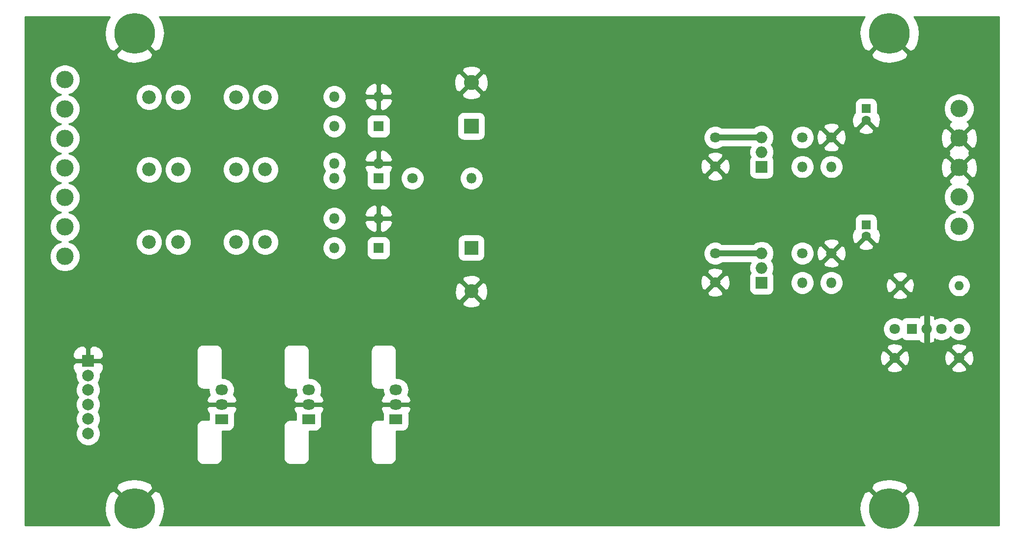
<source format=gbr>
G04 #@! TF.GenerationSoftware,KiCad,Pcbnew,(5.1.7)-1*
G04 #@! TF.CreationDate,2021-12-21T19:24:07+01:00*
G04 #@! TF.ProjectId,ct-1740-psu-board,63742d31-3734-4302-9d70-73752d626f61,rev?*
G04 #@! TF.SameCoordinates,Original*
G04 #@! TF.FileFunction,Copper,L2,Bot*
G04 #@! TF.FilePolarity,Positive*
%FSLAX46Y46*%
G04 Gerber Fmt 4.6, Leading zero omitted, Abs format (unit mm)*
G04 Created by KiCad (PCBNEW (5.1.7)-1) date 2021-12-21 19:24:07*
%MOMM*%
%LPD*%
G01*
G04 APERTURE LIST*
G04 #@! TA.AperFunction,ComponentPad*
%ADD10C,1.600000*%
G04 #@! TD*
G04 #@! TA.AperFunction,ComponentPad*
%ADD11O,1.600000X1.600000*%
G04 #@! TD*
G04 #@! TA.AperFunction,ComponentPad*
%ADD12R,2.400000X2.400000*%
G04 #@! TD*
G04 #@! TA.AperFunction,ComponentPad*
%ADD13C,2.400000*%
G04 #@! TD*
G04 #@! TA.AperFunction,ComponentPad*
%ADD14C,1.800000*%
G04 #@! TD*
G04 #@! TA.AperFunction,ComponentPad*
%ADD15R,2.600000X2.600000*%
G04 #@! TD*
G04 #@! TA.AperFunction,ComponentPad*
%ADD16C,2.600000*%
G04 #@! TD*
G04 #@! TA.AperFunction,ComponentPad*
%ADD17O,1.800000X1.800000*%
G04 #@! TD*
G04 #@! TA.AperFunction,ComponentPad*
%ADD18R,2.200000X1.800000*%
G04 #@! TD*
G04 #@! TA.AperFunction,ComponentPad*
%ADD19O,2.200000X1.800000*%
G04 #@! TD*
G04 #@! TA.AperFunction,ComponentPad*
%ADD20R,1.800000X1.800000*%
G04 #@! TD*
G04 #@! TA.AperFunction,ComponentPad*
%ADD21C,7.000000*%
G04 #@! TD*
G04 #@! TA.AperFunction,ComponentPad*
%ADD22R,1.600000X1.600000*%
G04 #@! TD*
G04 #@! TA.AperFunction,ComponentPad*
%ADD23R,2.000000X2.000000*%
G04 #@! TD*
G04 #@! TA.AperFunction,ComponentPad*
%ADD24O,2.000000X2.000000*%
G04 #@! TD*
G04 #@! TA.AperFunction,ComponentPad*
%ADD25C,3.000000*%
G04 #@! TD*
G04 #@! TA.AperFunction,ComponentPad*
%ADD26C,2.000000*%
G04 #@! TD*
G04 #@! TA.AperFunction,ComponentPad*
%ADD27C,2.350000*%
G04 #@! TD*
G04 #@! TA.AperFunction,Conductor*
%ADD28C,1.000000*%
G04 #@! TD*
G04 #@! TA.AperFunction,Conductor*
%ADD29C,0.254000*%
G04 #@! TD*
G04 #@! TA.AperFunction,Conductor*
%ADD30C,0.100000*%
G04 #@! TD*
G04 APERTURE END LIST*
D10*
X171840000Y-67500000D03*
D11*
X182000000Y-67500000D03*
D12*
X98000000Y-61000000D03*
D13*
X98000000Y-68500000D03*
D14*
X170920000Y-75000000D03*
X170920000Y-80000000D03*
D15*
X98000000Y-40000000D03*
D16*
X98000000Y-32500000D03*
D14*
X160000000Y-61920000D03*
D17*
X160000000Y-67000000D03*
X155000000Y-67000000D03*
D14*
X155000000Y-61920000D03*
X160000000Y-41920000D03*
D17*
X160000000Y-47000000D03*
D14*
X155000000Y-41920000D03*
D17*
X155000000Y-47000000D03*
D18*
X85000000Y-90540000D03*
D19*
X85000000Y-88000000D03*
X85000000Y-85460000D03*
D20*
X82000000Y-61000000D03*
D17*
X74380000Y-55920000D03*
X82000000Y-55920000D03*
X74380000Y-61000000D03*
D21*
X170000000Y-106000000D03*
X40000000Y-106000000D03*
X170000000Y-24000000D03*
X40000000Y-24000000D03*
D18*
X70000000Y-90540000D03*
D19*
X70000000Y-88000000D03*
X70000000Y-85460000D03*
D18*
X55000000Y-90540000D03*
D19*
X55000000Y-88000000D03*
X55000000Y-85460000D03*
D17*
X74380000Y-49000000D03*
X82000000Y-46460000D03*
X74380000Y-46460000D03*
D20*
X82000000Y-49000000D03*
D14*
X87840000Y-49000000D03*
D17*
X98000000Y-49000000D03*
X74380000Y-40000000D03*
X82000000Y-34920000D03*
X74380000Y-34920000D03*
D20*
X82000000Y-40000000D03*
D22*
X166000000Y-57000000D03*
D10*
X166000000Y-59000000D03*
D14*
X140000000Y-61960000D03*
X140000000Y-66960000D03*
D22*
X166000000Y-37000000D03*
D10*
X166000000Y-39000000D03*
D14*
X140000000Y-41960000D03*
X140000000Y-46960000D03*
D23*
X148000000Y-67000000D03*
D24*
X148000000Y-64460000D03*
X148000000Y-61920000D03*
D23*
X148000000Y-47000000D03*
D24*
X148000000Y-44460000D03*
X148000000Y-41920000D03*
D14*
X182000000Y-75000000D03*
X182000000Y-80000000D03*
X176460000Y-75000000D03*
D20*
X173920000Y-75000000D03*
D14*
X179000000Y-75000000D03*
D25*
X182000000Y-37000000D03*
X182000000Y-42080000D03*
X182000000Y-47160000D03*
X182000000Y-52240000D03*
X182000000Y-57320000D03*
D26*
X32000000Y-93000000D03*
X32000000Y-90500000D03*
X32000000Y-88000000D03*
X32000000Y-85500000D03*
X32000000Y-83000000D03*
D23*
X32000000Y-80500000D03*
D25*
X28000000Y-32000000D03*
X28000000Y-37080000D03*
X28000000Y-42160000D03*
X28000000Y-47240000D03*
X28000000Y-52320000D03*
X28000000Y-57400000D03*
X28000000Y-62480000D03*
D27*
X57500000Y-35000000D03*
X62500000Y-35000000D03*
X47500000Y-35000000D03*
X42500000Y-35000000D03*
X57500000Y-47500000D03*
X62500000Y-47500000D03*
X47500000Y-47500000D03*
X42500000Y-47500000D03*
X57500000Y-60000000D03*
X62500000Y-60000000D03*
X47500000Y-60000000D03*
X42500000Y-60000000D03*
D28*
X176500000Y-75000000D02*
X176500000Y-78500000D01*
X176500000Y-75000000D02*
X176500000Y-71500000D01*
X148000000Y-41920000D02*
X140000000Y-41920000D01*
X148000000Y-61920000D02*
X140000000Y-61920000D01*
D29*
X35691163Y-21175991D02*
X35223019Y-22070866D01*
X34938453Y-23039877D01*
X34848398Y-24045784D01*
X34956317Y-25049933D01*
X35258061Y-26013733D01*
X35691163Y-26824009D01*
X36473961Y-27175314D01*
X39649275Y-24000000D01*
X39635133Y-23985858D01*
X39985858Y-23635133D01*
X40000000Y-23649275D01*
X40014143Y-23635133D01*
X40364868Y-23985858D01*
X40350725Y-24000000D01*
X43526039Y-27175314D01*
X44308837Y-26824009D01*
X44776981Y-25929134D01*
X45061547Y-24960123D01*
X45151602Y-23954216D01*
X45043683Y-22950067D01*
X44741939Y-21986267D01*
X44308837Y-21175991D01*
X44255379Y-21152000D01*
X165744621Y-21152000D01*
X165691163Y-21175991D01*
X165223019Y-22070866D01*
X164938453Y-23039877D01*
X164848398Y-24045784D01*
X164956317Y-25049933D01*
X165258061Y-26013733D01*
X165691163Y-26824009D01*
X166473961Y-27175314D01*
X169649275Y-24000000D01*
X169635133Y-23985858D01*
X169985858Y-23635133D01*
X170000000Y-23649275D01*
X170014143Y-23635133D01*
X170364868Y-23985858D01*
X170350725Y-24000000D01*
X173526039Y-27175314D01*
X174308837Y-26824009D01*
X174776981Y-25929134D01*
X175061547Y-24960123D01*
X175151602Y-23954216D01*
X175043683Y-22950067D01*
X174741939Y-21986267D01*
X174308837Y-21175991D01*
X174255379Y-21152000D01*
X188848001Y-21152000D01*
X188848000Y-108848000D01*
X174255379Y-108848000D01*
X174308837Y-108824009D01*
X174776981Y-107929134D01*
X175061547Y-106960123D01*
X175151602Y-105954216D01*
X175043683Y-104950067D01*
X174741939Y-103986267D01*
X174308837Y-103175991D01*
X173526039Y-102824686D01*
X170350725Y-106000000D01*
X170364868Y-106014143D01*
X170014143Y-106364868D01*
X170000000Y-106350725D01*
X169985858Y-106364868D01*
X169635133Y-106014143D01*
X169649275Y-106000000D01*
X166473961Y-102824686D01*
X165691163Y-103175991D01*
X165223019Y-104070866D01*
X164938453Y-105039877D01*
X164848398Y-106045784D01*
X164956317Y-107049933D01*
X165258061Y-108013733D01*
X165691163Y-108824009D01*
X165744621Y-108848000D01*
X44255379Y-108848000D01*
X44308837Y-108824009D01*
X44776981Y-107929134D01*
X45061547Y-106960123D01*
X45151602Y-105954216D01*
X45043683Y-104950067D01*
X44741939Y-103986267D01*
X44308837Y-103175991D01*
X43526039Y-102824686D01*
X40350725Y-106000000D01*
X40364868Y-106014143D01*
X40014143Y-106364868D01*
X40000000Y-106350725D01*
X39985858Y-106364868D01*
X39635133Y-106014143D01*
X39649275Y-106000000D01*
X36473961Y-102824686D01*
X35691163Y-103175991D01*
X35223019Y-104070866D01*
X34938453Y-105039877D01*
X34848398Y-106045784D01*
X34956317Y-107049933D01*
X35258061Y-108013733D01*
X35691163Y-108824009D01*
X35744621Y-108848000D01*
X21152000Y-108848000D01*
X21152000Y-102473961D01*
X36824686Y-102473961D01*
X40000000Y-105649275D01*
X43175314Y-102473961D01*
X166824686Y-102473961D01*
X170000000Y-105649275D01*
X173175314Y-102473961D01*
X172824009Y-101691163D01*
X171929134Y-101223019D01*
X170960123Y-100938453D01*
X169954216Y-100848398D01*
X168950067Y-100956317D01*
X167986267Y-101258061D01*
X167175991Y-101691163D01*
X166824686Y-102473961D01*
X43175314Y-102473961D01*
X42824009Y-101691163D01*
X41929134Y-101223019D01*
X40960123Y-100938453D01*
X39954216Y-100848398D01*
X38950067Y-100956317D01*
X37986267Y-101258061D01*
X37175991Y-101691163D01*
X36824686Y-102473961D01*
X21152000Y-102473961D01*
X21152000Y-81500000D01*
X29365128Y-81500000D01*
X29396542Y-81818948D01*
X29489575Y-82125638D01*
X29640654Y-82408286D01*
X29843971Y-82656029D01*
X29891922Y-82695381D01*
X29873000Y-82790509D01*
X29873000Y-83209491D01*
X29954739Y-83620423D01*
X30115077Y-84007512D01*
X30277102Y-84250000D01*
X30115077Y-84492488D01*
X29954739Y-84879577D01*
X29873000Y-85290509D01*
X29873000Y-85709491D01*
X29954739Y-86120423D01*
X30115077Y-86507512D01*
X30277102Y-86750000D01*
X30115077Y-86992488D01*
X29954739Y-87379577D01*
X29873000Y-87790509D01*
X29873000Y-88209491D01*
X29954739Y-88620423D01*
X30115077Y-89007512D01*
X30277102Y-89250000D01*
X30115077Y-89492488D01*
X29954739Y-89879577D01*
X29873000Y-90290509D01*
X29873000Y-90709491D01*
X29954739Y-91120423D01*
X30115077Y-91507512D01*
X30277102Y-91750000D01*
X30115077Y-91992488D01*
X29954739Y-92379577D01*
X29873000Y-92790509D01*
X29873000Y-93209491D01*
X29954739Y-93620423D01*
X30115077Y-94007512D01*
X30347851Y-94355884D01*
X30644116Y-94652149D01*
X30992488Y-94884923D01*
X31379577Y-95045261D01*
X31790509Y-95127000D01*
X32209491Y-95127000D01*
X32620423Y-95045261D01*
X33007512Y-94884923D01*
X33355884Y-94652149D01*
X33652149Y-94355884D01*
X33884923Y-94007512D01*
X34045261Y-93620423D01*
X34127000Y-93209491D01*
X34127000Y-92790509D01*
X34045261Y-92379577D01*
X33884923Y-91992488D01*
X33756307Y-91800000D01*
X50692426Y-91800000D01*
X50698000Y-91856595D01*
X50698001Y-97143395D01*
X50692426Y-97200000D01*
X50714668Y-97425831D01*
X50780541Y-97642984D01*
X50887512Y-97843114D01*
X51031472Y-98018528D01*
X51206886Y-98162488D01*
X51407016Y-98269459D01*
X51624169Y-98335332D01*
X51793405Y-98352000D01*
X51850000Y-98357574D01*
X51906595Y-98352000D01*
X53893405Y-98352000D01*
X53950000Y-98357574D01*
X54006595Y-98352000D01*
X54175831Y-98335332D01*
X54392984Y-98269459D01*
X54593114Y-98162488D01*
X54768528Y-98018528D01*
X54912488Y-97843114D01*
X55019459Y-97642984D01*
X55085332Y-97425831D01*
X55107574Y-97200000D01*
X55102000Y-97143405D01*
X55102000Y-92572453D01*
X56100000Y-92572453D01*
X56320931Y-92550693D01*
X56533371Y-92486250D01*
X56729157Y-92381600D01*
X56900765Y-92240765D01*
X57041600Y-92069157D01*
X57146250Y-91873371D01*
X57168506Y-91800000D01*
X65692426Y-91800000D01*
X65698000Y-91856595D01*
X65698001Y-97143395D01*
X65692426Y-97200000D01*
X65714668Y-97425831D01*
X65780541Y-97642984D01*
X65887512Y-97843114D01*
X66031472Y-98018528D01*
X66206886Y-98162488D01*
X66407016Y-98269459D01*
X66624169Y-98335332D01*
X66793405Y-98352000D01*
X66850000Y-98357574D01*
X66906595Y-98352000D01*
X68893405Y-98352000D01*
X68950000Y-98357574D01*
X69175831Y-98335332D01*
X69392984Y-98269459D01*
X69593114Y-98162488D01*
X69768528Y-98018528D01*
X69912488Y-97843114D01*
X70019459Y-97642984D01*
X70085332Y-97425831D01*
X70102000Y-97256595D01*
X70102000Y-97256594D01*
X70107574Y-97200000D01*
X70102000Y-97143405D01*
X70102000Y-92572453D01*
X71100000Y-92572453D01*
X71320931Y-92550693D01*
X71533371Y-92486250D01*
X71729157Y-92381600D01*
X71900765Y-92240765D01*
X72041600Y-92069157D01*
X72146250Y-91873371D01*
X72168506Y-91800000D01*
X80692426Y-91800000D01*
X80698000Y-91856595D01*
X80698001Y-97143395D01*
X80692426Y-97200000D01*
X80714668Y-97425831D01*
X80780541Y-97642984D01*
X80887512Y-97843114D01*
X81031472Y-98018528D01*
X81206886Y-98162488D01*
X81407016Y-98269459D01*
X81624169Y-98335332D01*
X81793405Y-98352000D01*
X81850000Y-98357574D01*
X81906595Y-98352000D01*
X83893405Y-98352000D01*
X83950000Y-98357574D01*
X84175831Y-98335332D01*
X84392984Y-98269459D01*
X84593114Y-98162488D01*
X84768528Y-98018528D01*
X84912488Y-97843114D01*
X85019459Y-97642984D01*
X85085332Y-97425831D01*
X85102000Y-97256595D01*
X85102000Y-97256594D01*
X85107574Y-97200000D01*
X85102000Y-97143405D01*
X85102000Y-92572453D01*
X86100000Y-92572453D01*
X86320931Y-92550693D01*
X86533371Y-92486250D01*
X86729157Y-92381600D01*
X86900765Y-92240765D01*
X87041600Y-92069157D01*
X87146250Y-91873371D01*
X87210693Y-91660931D01*
X87232453Y-91440000D01*
X87232453Y-89640000D01*
X87219190Y-89505343D01*
X87270694Y-89445116D01*
X87512834Y-89013376D01*
X87645044Y-88638348D01*
X87305696Y-88248000D01*
X85248000Y-88248000D01*
X85248000Y-88268000D01*
X84752000Y-88268000D01*
X84752000Y-88248000D01*
X82694304Y-88248000D01*
X82354956Y-88638348D01*
X82487166Y-89013376D01*
X82729306Y-89445116D01*
X82780810Y-89505343D01*
X82767547Y-89640000D01*
X82767547Y-90648000D01*
X81906595Y-90648000D01*
X81850000Y-90642426D01*
X81793405Y-90648000D01*
X81624169Y-90664668D01*
X81407016Y-90730541D01*
X81206886Y-90837512D01*
X81031472Y-90981472D01*
X80887512Y-91156886D01*
X80780541Y-91357016D01*
X80714668Y-91574169D01*
X80692426Y-91800000D01*
X72168506Y-91800000D01*
X72210693Y-91660931D01*
X72232453Y-91440000D01*
X72232453Y-89640000D01*
X72219190Y-89505343D01*
X72270694Y-89445116D01*
X72512834Y-89013376D01*
X72645044Y-88638348D01*
X72305696Y-88248000D01*
X70248000Y-88248000D01*
X70248000Y-88268000D01*
X69752000Y-88268000D01*
X69752000Y-88248000D01*
X67694304Y-88248000D01*
X67354956Y-88638348D01*
X67487166Y-89013376D01*
X67729306Y-89445116D01*
X67780810Y-89505343D01*
X67767547Y-89640000D01*
X67767547Y-90648000D01*
X66906595Y-90648000D01*
X66850000Y-90642426D01*
X66793405Y-90648000D01*
X66624169Y-90664668D01*
X66407016Y-90730541D01*
X66206886Y-90837512D01*
X66031472Y-90981472D01*
X65887512Y-91156886D01*
X65780541Y-91357016D01*
X65714668Y-91574169D01*
X65692426Y-91800000D01*
X57168506Y-91800000D01*
X57210693Y-91660931D01*
X57232453Y-91440000D01*
X57232453Y-89640000D01*
X57219190Y-89505343D01*
X57270694Y-89445116D01*
X57512834Y-89013376D01*
X57645044Y-88638348D01*
X57305696Y-88248000D01*
X55248000Y-88248000D01*
X55248000Y-88268000D01*
X54752000Y-88268000D01*
X54752000Y-88248000D01*
X52694304Y-88248000D01*
X52354956Y-88638348D01*
X52487166Y-89013376D01*
X52729306Y-89445116D01*
X52780810Y-89505343D01*
X52767547Y-89640000D01*
X52767547Y-90648000D01*
X51906595Y-90648000D01*
X51850000Y-90642426D01*
X51793405Y-90648000D01*
X51624169Y-90664668D01*
X51407016Y-90730541D01*
X51206886Y-90837512D01*
X51031472Y-90981472D01*
X50887512Y-91156886D01*
X50780541Y-91357016D01*
X50714668Y-91574169D01*
X50692426Y-91800000D01*
X33756307Y-91800000D01*
X33722898Y-91750000D01*
X33884923Y-91507512D01*
X34045261Y-91120423D01*
X34127000Y-90709491D01*
X34127000Y-90290509D01*
X34045261Y-89879577D01*
X33884923Y-89492488D01*
X33722898Y-89250000D01*
X33884923Y-89007512D01*
X34045261Y-88620423D01*
X34127000Y-88209491D01*
X34127000Y-87790509D01*
X34045261Y-87379577D01*
X33884923Y-86992488D01*
X33722898Y-86750000D01*
X33884923Y-86507512D01*
X34045261Y-86120423D01*
X34127000Y-85709491D01*
X34127000Y-85290509D01*
X34045261Y-84879577D01*
X33884923Y-84492488D01*
X33722898Y-84250000D01*
X33884923Y-84007512D01*
X34045261Y-83620423D01*
X34127000Y-83209491D01*
X34127000Y-82790509D01*
X34108078Y-82695381D01*
X34156029Y-82656029D01*
X34359346Y-82408286D01*
X34510425Y-82125638D01*
X34603458Y-81818948D01*
X34634872Y-81500000D01*
X34627000Y-81154750D01*
X34220250Y-80748000D01*
X32248000Y-80748000D01*
X32248000Y-80768000D01*
X31752000Y-80768000D01*
X31752000Y-80748000D01*
X29779750Y-80748000D01*
X29373000Y-81154750D01*
X29365128Y-81500000D01*
X21152000Y-81500000D01*
X21152000Y-79500000D01*
X29365128Y-79500000D01*
X29373000Y-79845250D01*
X29779750Y-80252000D01*
X31752000Y-80252000D01*
X31752000Y-78279750D01*
X32248000Y-78279750D01*
X32248000Y-80252000D01*
X34220250Y-80252000D01*
X34627000Y-79845250D01*
X34634872Y-79500000D01*
X34603458Y-79181052D01*
X34510425Y-78874362D01*
X34470678Y-78800000D01*
X50692426Y-78800000D01*
X50698001Y-78856605D01*
X50698000Y-84143405D01*
X50692426Y-84200000D01*
X50714668Y-84425831D01*
X50780541Y-84642984D01*
X50887512Y-84843114D01*
X51031472Y-85018528D01*
X51206886Y-85162488D01*
X51407016Y-85269459D01*
X51624169Y-85335332D01*
X51850000Y-85357574D01*
X51906595Y-85352000D01*
X52773830Y-85352000D01*
X52763193Y-85460000D01*
X52802330Y-85857361D01*
X52918236Y-86239452D01*
X52949320Y-86297606D01*
X52729306Y-86554884D01*
X52487166Y-86986624D01*
X52354956Y-87361652D01*
X52694304Y-87752000D01*
X54752000Y-87752000D01*
X54752000Y-87732000D01*
X55248000Y-87732000D01*
X55248000Y-87752000D01*
X57305696Y-87752000D01*
X57645044Y-87361652D01*
X57512834Y-86986624D01*
X57270694Y-86554884D01*
X57050680Y-86297606D01*
X57081764Y-86239452D01*
X57197670Y-85857361D01*
X57236807Y-85460000D01*
X57197670Y-85062639D01*
X57081764Y-84680548D01*
X56893543Y-84328411D01*
X56640240Y-84019760D01*
X56331589Y-83766457D01*
X55979452Y-83578236D01*
X55597361Y-83462330D01*
X55299571Y-83433000D01*
X55102000Y-83433000D01*
X55102000Y-78856595D01*
X55107574Y-78800000D01*
X65692426Y-78800000D01*
X65698001Y-78856605D01*
X65698000Y-84143405D01*
X65692426Y-84200000D01*
X65714668Y-84425831D01*
X65780541Y-84642984D01*
X65887512Y-84843114D01*
X66031472Y-85018528D01*
X66206886Y-85162488D01*
X66407016Y-85269459D01*
X66624169Y-85335332D01*
X66850000Y-85357574D01*
X66906595Y-85352000D01*
X67773830Y-85352000D01*
X67763193Y-85460000D01*
X67802330Y-85857361D01*
X67918236Y-86239452D01*
X67949320Y-86297606D01*
X67729306Y-86554884D01*
X67487166Y-86986624D01*
X67354956Y-87361652D01*
X67694304Y-87752000D01*
X69752000Y-87752000D01*
X69752000Y-87732000D01*
X70248000Y-87732000D01*
X70248000Y-87752000D01*
X72305696Y-87752000D01*
X72645044Y-87361652D01*
X72512834Y-86986624D01*
X72270694Y-86554884D01*
X72050680Y-86297606D01*
X72081764Y-86239452D01*
X72197670Y-85857361D01*
X72236807Y-85460000D01*
X72197670Y-85062639D01*
X72081764Y-84680548D01*
X71893543Y-84328411D01*
X71640240Y-84019760D01*
X71331589Y-83766457D01*
X70979452Y-83578236D01*
X70597361Y-83462330D01*
X70299571Y-83433000D01*
X70102000Y-83433000D01*
X70102000Y-78856595D01*
X70107574Y-78800000D01*
X80692426Y-78800000D01*
X80698001Y-78856605D01*
X80698000Y-84143405D01*
X80692426Y-84200000D01*
X80714668Y-84425831D01*
X80780541Y-84642984D01*
X80887512Y-84843114D01*
X81031472Y-85018528D01*
X81206886Y-85162488D01*
X81407016Y-85269459D01*
X81624169Y-85335332D01*
X81850000Y-85357574D01*
X81906595Y-85352000D01*
X82773830Y-85352000D01*
X82763193Y-85460000D01*
X82802330Y-85857361D01*
X82918236Y-86239452D01*
X82949320Y-86297606D01*
X82729306Y-86554884D01*
X82487166Y-86986624D01*
X82354956Y-87361652D01*
X82694304Y-87752000D01*
X84752000Y-87752000D01*
X84752000Y-87732000D01*
X85248000Y-87732000D01*
X85248000Y-87752000D01*
X87305696Y-87752000D01*
X87645044Y-87361652D01*
X87512834Y-86986624D01*
X87270694Y-86554884D01*
X87050680Y-86297606D01*
X87081764Y-86239452D01*
X87197670Y-85857361D01*
X87236807Y-85460000D01*
X87197670Y-85062639D01*
X87081764Y-84680548D01*
X86893543Y-84328411D01*
X86640240Y-84019760D01*
X86331589Y-83766457D01*
X85979452Y-83578236D01*
X85597361Y-83462330D01*
X85299571Y-83433000D01*
X85102000Y-83433000D01*
X85102000Y-81673020D01*
X169597705Y-81673020D01*
X169635251Y-82190227D01*
X170087229Y-82398785D01*
X170571210Y-82515158D01*
X171068596Y-82534876D01*
X171560270Y-82457180D01*
X172027339Y-82285055D01*
X172204749Y-82190227D01*
X172242295Y-81673020D01*
X180677705Y-81673020D01*
X180715251Y-82190227D01*
X181167229Y-82398785D01*
X181651210Y-82515158D01*
X182148596Y-82534876D01*
X182640270Y-82457180D01*
X183107339Y-82285055D01*
X183284749Y-82190227D01*
X183322295Y-81673020D01*
X182000000Y-80350725D01*
X180677705Y-81673020D01*
X172242295Y-81673020D01*
X170920000Y-80350725D01*
X169597705Y-81673020D01*
X85102000Y-81673020D01*
X85102000Y-80148596D01*
X168385124Y-80148596D01*
X168462820Y-80640270D01*
X168634945Y-81107339D01*
X168729773Y-81284749D01*
X169246980Y-81322295D01*
X170569275Y-80000000D01*
X171270725Y-80000000D01*
X172593020Y-81322295D01*
X173110227Y-81284749D01*
X173318785Y-80832771D01*
X173435158Y-80348790D01*
X173443094Y-80148596D01*
X179465124Y-80148596D01*
X179542820Y-80640270D01*
X179714945Y-81107339D01*
X179809773Y-81284749D01*
X180326980Y-81322295D01*
X181649275Y-80000000D01*
X182350725Y-80000000D01*
X183673020Y-81322295D01*
X184190227Y-81284749D01*
X184398785Y-80832771D01*
X184515158Y-80348790D01*
X184534876Y-79851404D01*
X184457180Y-79359730D01*
X184285055Y-78892661D01*
X184190227Y-78715251D01*
X183673020Y-78677705D01*
X182350725Y-80000000D01*
X181649275Y-80000000D01*
X180326980Y-78677705D01*
X179809773Y-78715251D01*
X179601215Y-79167229D01*
X179484842Y-79651210D01*
X179465124Y-80148596D01*
X173443094Y-80148596D01*
X173454876Y-79851404D01*
X173377180Y-79359730D01*
X173205055Y-78892661D01*
X173110227Y-78715251D01*
X172593020Y-78677705D01*
X171270725Y-80000000D01*
X170569275Y-80000000D01*
X169246980Y-78677705D01*
X168729773Y-78715251D01*
X168521215Y-79167229D01*
X168404842Y-79651210D01*
X168385124Y-80148596D01*
X85102000Y-80148596D01*
X85102000Y-78856595D01*
X85107574Y-78800000D01*
X85085332Y-78574169D01*
X85019459Y-78357016D01*
X85003405Y-78326980D01*
X169597705Y-78326980D01*
X170920000Y-79649275D01*
X172242295Y-78326980D01*
X180677705Y-78326980D01*
X182000000Y-79649275D01*
X183322295Y-78326980D01*
X183284749Y-77809773D01*
X182832771Y-77601215D01*
X182348790Y-77484842D01*
X181851404Y-77465124D01*
X181359730Y-77542820D01*
X180892661Y-77714945D01*
X180715251Y-77809773D01*
X180677705Y-78326980D01*
X172242295Y-78326980D01*
X172204749Y-77809773D01*
X171752771Y-77601215D01*
X171268790Y-77484842D01*
X170771404Y-77465124D01*
X170279730Y-77542820D01*
X169812661Y-77714945D01*
X169635251Y-77809773D01*
X169597705Y-78326980D01*
X85003405Y-78326980D01*
X84912488Y-78156886D01*
X84768528Y-77981472D01*
X84593114Y-77837512D01*
X84392984Y-77730541D01*
X84175831Y-77664668D01*
X84006595Y-77648000D01*
X83950000Y-77642426D01*
X83893405Y-77648000D01*
X81906595Y-77648000D01*
X81850000Y-77642426D01*
X81793405Y-77648000D01*
X81624169Y-77664668D01*
X81407016Y-77730541D01*
X81206886Y-77837512D01*
X81031472Y-77981472D01*
X80887512Y-78156886D01*
X80780541Y-78357016D01*
X80714668Y-78574169D01*
X80692426Y-78800000D01*
X70107574Y-78800000D01*
X70085332Y-78574169D01*
X70019459Y-78357016D01*
X69912488Y-78156886D01*
X69768528Y-77981472D01*
X69593114Y-77837512D01*
X69392984Y-77730541D01*
X69175831Y-77664668D01*
X69006595Y-77648000D01*
X68950000Y-77642426D01*
X68893405Y-77648000D01*
X66906595Y-77648000D01*
X66850000Y-77642426D01*
X66793405Y-77648000D01*
X66624169Y-77664668D01*
X66407016Y-77730541D01*
X66206886Y-77837512D01*
X66031472Y-77981472D01*
X65887512Y-78156886D01*
X65780541Y-78357016D01*
X65714668Y-78574169D01*
X65692426Y-78800000D01*
X55107574Y-78800000D01*
X55085332Y-78574169D01*
X55019459Y-78357016D01*
X54912488Y-78156886D01*
X54768528Y-77981472D01*
X54593114Y-77837512D01*
X54392984Y-77730541D01*
X54175831Y-77664668D01*
X54006595Y-77648000D01*
X53950000Y-77642426D01*
X53893405Y-77648000D01*
X51906595Y-77648000D01*
X51850000Y-77642426D01*
X51793405Y-77648000D01*
X51624169Y-77664668D01*
X51407016Y-77730541D01*
X51206886Y-77837512D01*
X51031472Y-77981472D01*
X50887512Y-78156886D01*
X50780541Y-78357016D01*
X50714668Y-78574169D01*
X50692426Y-78800000D01*
X34470678Y-78800000D01*
X34359346Y-78591714D01*
X34156029Y-78343971D01*
X33908286Y-78140654D01*
X33625638Y-77989575D01*
X33318948Y-77896542D01*
X33000000Y-77865128D01*
X32654750Y-77873000D01*
X32248000Y-78279750D01*
X31752000Y-78279750D01*
X31345250Y-77873000D01*
X31000000Y-77865128D01*
X30681052Y-77896542D01*
X30374362Y-77989575D01*
X30091714Y-78140654D01*
X29843971Y-78343971D01*
X29640654Y-78591714D01*
X29489575Y-78874362D01*
X29396542Y-79181052D01*
X29365128Y-79500000D01*
X21152000Y-79500000D01*
X21152000Y-74800358D01*
X168893000Y-74800358D01*
X168893000Y-75199642D01*
X168970896Y-75591254D01*
X169123696Y-75960145D01*
X169345526Y-76292137D01*
X169627863Y-76574474D01*
X169959855Y-76796304D01*
X170328746Y-76949104D01*
X170720358Y-77027000D01*
X171119642Y-77027000D01*
X171511254Y-76949104D01*
X171880145Y-76796304D01*
X172149783Y-76616138D01*
X172219235Y-76700765D01*
X172390843Y-76841600D01*
X172586629Y-76946250D01*
X172799069Y-77010693D01*
X173020000Y-77032453D01*
X174820000Y-77032453D01*
X175040931Y-77010693D01*
X175159605Y-76974694D01*
X175175251Y-77190227D01*
X175627229Y-77398785D01*
X176111210Y-77515158D01*
X176608596Y-77534876D01*
X177100270Y-77457180D01*
X177567339Y-77285055D01*
X177744749Y-77190227D01*
X177782295Y-76673022D01*
X178079707Y-76970434D01*
X178191163Y-76858978D01*
X178408746Y-76949104D01*
X178800358Y-77027000D01*
X179199642Y-77027000D01*
X179591254Y-76949104D01*
X179960145Y-76796304D01*
X180292137Y-76574474D01*
X180500000Y-76366611D01*
X180707863Y-76574474D01*
X181039855Y-76796304D01*
X181408746Y-76949104D01*
X181800358Y-77027000D01*
X182199642Y-77027000D01*
X182591254Y-76949104D01*
X182960145Y-76796304D01*
X183292137Y-76574474D01*
X183574474Y-76292137D01*
X183796304Y-75960145D01*
X183949104Y-75591254D01*
X184027000Y-75199642D01*
X184027000Y-74800358D01*
X183949104Y-74408746D01*
X183796304Y-74039855D01*
X183574474Y-73707863D01*
X183292137Y-73425526D01*
X182960145Y-73203696D01*
X182591254Y-73050896D01*
X182199642Y-72973000D01*
X181800358Y-72973000D01*
X181408746Y-73050896D01*
X181039855Y-73203696D01*
X180707863Y-73425526D01*
X180500000Y-73633389D01*
X180292137Y-73425526D01*
X179960145Y-73203696D01*
X179591254Y-73050896D01*
X179199642Y-72973000D01*
X178800358Y-72973000D01*
X178408746Y-73050896D01*
X178191163Y-73141022D01*
X178079707Y-73029566D01*
X177782295Y-73326978D01*
X177744749Y-72809773D01*
X177292771Y-72601215D01*
X176808790Y-72484842D01*
X176311404Y-72465124D01*
X175819730Y-72542820D01*
X175352661Y-72714945D01*
X175175251Y-72809773D01*
X175159605Y-73025306D01*
X175040931Y-72989307D01*
X174820000Y-72967547D01*
X173020000Y-72967547D01*
X172799069Y-72989307D01*
X172586629Y-73053750D01*
X172390843Y-73158400D01*
X172219235Y-73299235D01*
X172149783Y-73383862D01*
X171880145Y-73203696D01*
X171511254Y-73050896D01*
X171119642Y-72973000D01*
X170720358Y-72973000D01*
X170328746Y-73050896D01*
X169959855Y-73203696D01*
X169627863Y-73425526D01*
X169345526Y-73707863D01*
X169123696Y-74039855D01*
X168970896Y-74408746D01*
X168893000Y-74800358D01*
X21152000Y-74800358D01*
X21152000Y-70387453D01*
X96463272Y-70387453D01*
X96537302Y-70935153D01*
X97040483Y-71173721D01*
X97580536Y-71309538D01*
X98136710Y-71337387D01*
X98687630Y-71256197D01*
X99212124Y-71069087D01*
X99462698Y-70935153D01*
X99536728Y-70387453D01*
X98000000Y-68850725D01*
X96463272Y-70387453D01*
X21152000Y-70387453D01*
X21152000Y-68636710D01*
X95162613Y-68636710D01*
X95243803Y-69187630D01*
X95430913Y-69712124D01*
X95564847Y-69962698D01*
X96112547Y-70036728D01*
X97649275Y-68500000D01*
X98350725Y-68500000D01*
X99887453Y-70036728D01*
X100435153Y-69962698D01*
X100673721Y-69459517D01*
X100809538Y-68919464D01*
X100823880Y-68633020D01*
X138677705Y-68633020D01*
X138715251Y-69150227D01*
X139167229Y-69358785D01*
X139651210Y-69475158D01*
X140148596Y-69494876D01*
X140640270Y-69417180D01*
X141107339Y-69245055D01*
X141284749Y-69150227D01*
X141322295Y-68633020D01*
X140000000Y-67310725D01*
X138677705Y-68633020D01*
X100823880Y-68633020D01*
X100837387Y-68363290D01*
X100756197Y-67812370D01*
X100569087Y-67287876D01*
X100473261Y-67108596D01*
X137465124Y-67108596D01*
X137542820Y-67600270D01*
X137714945Y-68067339D01*
X137809773Y-68244749D01*
X138326980Y-68282295D01*
X139649275Y-66960000D01*
X140350725Y-66960000D01*
X141673020Y-68282295D01*
X142190227Y-68244749D01*
X142398785Y-67792771D01*
X142515158Y-67308790D01*
X142534876Y-66811404D01*
X142457180Y-66319730D01*
X142285055Y-65852661D01*
X142190227Y-65675251D01*
X141673020Y-65637705D01*
X140350725Y-66960000D01*
X139649275Y-66960000D01*
X138326980Y-65637705D01*
X137809773Y-65675251D01*
X137601215Y-66127229D01*
X137484842Y-66611210D01*
X137465124Y-67108596D01*
X100473261Y-67108596D01*
X100435153Y-67037302D01*
X99887453Y-66963272D01*
X98350725Y-68500000D01*
X97649275Y-68500000D01*
X96112547Y-66963272D01*
X95564847Y-67037302D01*
X95326279Y-67540483D01*
X95190462Y-68080536D01*
X95162613Y-68636710D01*
X21152000Y-68636710D01*
X21152000Y-66612547D01*
X96463272Y-66612547D01*
X98000000Y-68149275D01*
X99536728Y-66612547D01*
X99462698Y-66064847D01*
X98959517Y-65826279D01*
X98419464Y-65690462D01*
X97863290Y-65662613D01*
X97312370Y-65743803D01*
X96787876Y-65930913D01*
X96537302Y-66064847D01*
X96463272Y-66612547D01*
X21152000Y-66612547D01*
X21152000Y-65286980D01*
X138677705Y-65286980D01*
X140000000Y-66609275D01*
X141322295Y-65286980D01*
X141284749Y-64769773D01*
X140832771Y-64561215D01*
X140348790Y-64444842D01*
X139851404Y-64425124D01*
X139359730Y-64502820D01*
X138892661Y-64674945D01*
X138715251Y-64769773D01*
X138677705Y-65286980D01*
X21152000Y-65286980D01*
X21152000Y-31741263D01*
X25373000Y-31741263D01*
X25373000Y-32258737D01*
X25473954Y-32766268D01*
X25671983Y-33244351D01*
X25959476Y-33674615D01*
X26325385Y-34040524D01*
X26755649Y-34328017D01*
X27233732Y-34526046D01*
X27303884Y-34540000D01*
X27233732Y-34553954D01*
X26755649Y-34751983D01*
X26325385Y-35039476D01*
X25959476Y-35405385D01*
X25671983Y-35835649D01*
X25473954Y-36313732D01*
X25373000Y-36821263D01*
X25373000Y-37338737D01*
X25473954Y-37846268D01*
X25671983Y-38324351D01*
X25959476Y-38754615D01*
X26325385Y-39120524D01*
X26755649Y-39408017D01*
X27233732Y-39606046D01*
X27303884Y-39620000D01*
X27233732Y-39633954D01*
X26755649Y-39831983D01*
X26325385Y-40119476D01*
X25959476Y-40485385D01*
X25671983Y-40915649D01*
X25473954Y-41393732D01*
X25373000Y-41901263D01*
X25373000Y-42418737D01*
X25473954Y-42926268D01*
X25671983Y-43404351D01*
X25959476Y-43834615D01*
X26325385Y-44200524D01*
X26755649Y-44488017D01*
X27233732Y-44686046D01*
X27303884Y-44700000D01*
X27233732Y-44713954D01*
X26755649Y-44911983D01*
X26325385Y-45199476D01*
X25959476Y-45565385D01*
X25671983Y-45995649D01*
X25473954Y-46473732D01*
X25373000Y-46981263D01*
X25373000Y-47498737D01*
X25473954Y-48006268D01*
X25671983Y-48484351D01*
X25959476Y-48914615D01*
X26325385Y-49280524D01*
X26755649Y-49568017D01*
X27233732Y-49766046D01*
X27303884Y-49780000D01*
X27233732Y-49793954D01*
X26755649Y-49991983D01*
X26325385Y-50279476D01*
X25959476Y-50645385D01*
X25671983Y-51075649D01*
X25473954Y-51553732D01*
X25373000Y-52061263D01*
X25373000Y-52578737D01*
X25473954Y-53086268D01*
X25671983Y-53564351D01*
X25959476Y-53994615D01*
X26325385Y-54360524D01*
X26755649Y-54648017D01*
X27233732Y-54846046D01*
X27303884Y-54860000D01*
X27233732Y-54873954D01*
X26755649Y-55071983D01*
X26325385Y-55359476D01*
X25959476Y-55725385D01*
X25671983Y-56155649D01*
X25473954Y-56633732D01*
X25373000Y-57141263D01*
X25373000Y-57658737D01*
X25473954Y-58166268D01*
X25671983Y-58644351D01*
X25959476Y-59074615D01*
X26325385Y-59440524D01*
X26755649Y-59728017D01*
X27233732Y-59926046D01*
X27303884Y-59940000D01*
X27233732Y-59953954D01*
X26755649Y-60151983D01*
X26325385Y-60439476D01*
X25959476Y-60805385D01*
X25671983Y-61235649D01*
X25473954Y-61713732D01*
X25373000Y-62221263D01*
X25373000Y-62738737D01*
X25473954Y-63246268D01*
X25671983Y-63724351D01*
X25959476Y-64154615D01*
X26325385Y-64520524D01*
X26755649Y-64808017D01*
X27233732Y-65006046D01*
X27741263Y-65107000D01*
X28258737Y-65107000D01*
X28766268Y-65006046D01*
X29244351Y-64808017D01*
X29674615Y-64520524D01*
X30040524Y-64154615D01*
X30328017Y-63724351D01*
X30526046Y-63246268D01*
X30627000Y-62738737D01*
X30627000Y-62221263D01*
X30526046Y-61713732D01*
X30328017Y-61235649D01*
X30040524Y-60805385D01*
X29674615Y-60439476D01*
X29244351Y-60151983D01*
X28766268Y-59953954D01*
X28696116Y-59940000D01*
X28766268Y-59926046D01*
X29135093Y-59773273D01*
X40198000Y-59773273D01*
X40198000Y-60226727D01*
X40286465Y-60671469D01*
X40459994Y-61090406D01*
X40711920Y-61467439D01*
X41032561Y-61788080D01*
X41409594Y-62040006D01*
X41828531Y-62213535D01*
X42273273Y-62302000D01*
X42726727Y-62302000D01*
X43171469Y-62213535D01*
X43590406Y-62040006D01*
X43967439Y-61788080D01*
X44288080Y-61467439D01*
X44540006Y-61090406D01*
X44713535Y-60671469D01*
X44802000Y-60226727D01*
X44802000Y-59773273D01*
X45198000Y-59773273D01*
X45198000Y-60226727D01*
X45286465Y-60671469D01*
X45459994Y-61090406D01*
X45711920Y-61467439D01*
X46032561Y-61788080D01*
X46409594Y-62040006D01*
X46828531Y-62213535D01*
X47273273Y-62302000D01*
X47726727Y-62302000D01*
X48171469Y-62213535D01*
X48590406Y-62040006D01*
X48967439Y-61788080D01*
X49288080Y-61467439D01*
X49540006Y-61090406D01*
X49713535Y-60671469D01*
X49802000Y-60226727D01*
X49802000Y-59773273D01*
X55198000Y-59773273D01*
X55198000Y-60226727D01*
X55286465Y-60671469D01*
X55459994Y-61090406D01*
X55711920Y-61467439D01*
X56032561Y-61788080D01*
X56409594Y-62040006D01*
X56828531Y-62213535D01*
X57273273Y-62302000D01*
X57726727Y-62302000D01*
X58171469Y-62213535D01*
X58590406Y-62040006D01*
X58967439Y-61788080D01*
X59288080Y-61467439D01*
X59540006Y-61090406D01*
X59713535Y-60671469D01*
X59802000Y-60226727D01*
X59802000Y-59773273D01*
X60198000Y-59773273D01*
X60198000Y-60226727D01*
X60286465Y-60671469D01*
X60459994Y-61090406D01*
X60711920Y-61467439D01*
X61032561Y-61788080D01*
X61409594Y-62040006D01*
X61828531Y-62213535D01*
X62273273Y-62302000D01*
X62726727Y-62302000D01*
X63171469Y-62213535D01*
X63590406Y-62040006D01*
X63967439Y-61788080D01*
X64288080Y-61467439D01*
X64540006Y-61090406D01*
X64660147Y-60800358D01*
X72353000Y-60800358D01*
X72353000Y-61199642D01*
X72430896Y-61591254D01*
X72583696Y-61960145D01*
X72805526Y-62292137D01*
X73087863Y-62574474D01*
X73419855Y-62796304D01*
X73788746Y-62949104D01*
X74180358Y-63027000D01*
X74579642Y-63027000D01*
X74971254Y-62949104D01*
X75340145Y-62796304D01*
X75672137Y-62574474D01*
X75954474Y-62292137D01*
X76176304Y-61960145D01*
X76329104Y-61591254D01*
X76407000Y-61199642D01*
X76407000Y-60800358D01*
X76329104Y-60408746D01*
X76201217Y-60100000D01*
X79967547Y-60100000D01*
X79967547Y-61900000D01*
X79989307Y-62120931D01*
X80053750Y-62333371D01*
X80158400Y-62529157D01*
X80299235Y-62700765D01*
X80470843Y-62841600D01*
X80666629Y-62946250D01*
X80879069Y-63010693D01*
X81100000Y-63032453D01*
X82900000Y-63032453D01*
X83120931Y-63010693D01*
X83333371Y-62946250D01*
X83529157Y-62841600D01*
X83700765Y-62700765D01*
X83841600Y-62529157D01*
X83946250Y-62333371D01*
X84010693Y-62120931D01*
X84032453Y-61900000D01*
X84032453Y-60100000D01*
X84010693Y-59879069D01*
X83986708Y-59800000D01*
X95667547Y-59800000D01*
X95667547Y-62200000D01*
X95689307Y-62420931D01*
X95753750Y-62633371D01*
X95858400Y-62829157D01*
X95999235Y-63000765D01*
X96170843Y-63141600D01*
X96366629Y-63246250D01*
X96579069Y-63310693D01*
X96800000Y-63332453D01*
X99200000Y-63332453D01*
X99420931Y-63310693D01*
X99633371Y-63246250D01*
X99829157Y-63141600D01*
X100000765Y-63000765D01*
X100141600Y-62829157D01*
X100246250Y-62633371D01*
X100310693Y-62420931D01*
X100332453Y-62200000D01*
X100332453Y-61760358D01*
X137973000Y-61760358D01*
X137973000Y-62159642D01*
X138050896Y-62551254D01*
X138203696Y-62920145D01*
X138425526Y-63252137D01*
X138707863Y-63534474D01*
X139039855Y-63756304D01*
X139408746Y-63909104D01*
X139800358Y-63987000D01*
X140199642Y-63987000D01*
X140591254Y-63909104D01*
X140960145Y-63756304D01*
X141273391Y-63547000D01*
X146075929Y-63547000D01*
X145954739Y-63839577D01*
X145873000Y-64250509D01*
X145873000Y-64669491D01*
X145954739Y-65080423D01*
X146069455Y-65357372D01*
X146058400Y-65370843D01*
X145953750Y-65566629D01*
X145889307Y-65779069D01*
X145867547Y-66000000D01*
X145867547Y-68000000D01*
X145889307Y-68220931D01*
X145953750Y-68433371D01*
X146058400Y-68629157D01*
X146199235Y-68800765D01*
X146370843Y-68941600D01*
X146566629Y-69046250D01*
X146779069Y-69110693D01*
X147000000Y-69132453D01*
X149000000Y-69132453D01*
X149220931Y-69110693D01*
X149251377Y-69101457D01*
X170589268Y-69101457D01*
X170614610Y-69608527D01*
X171049509Y-69807074D01*
X171514785Y-69916961D01*
X171992560Y-69933966D01*
X172464472Y-69857435D01*
X172912386Y-69690309D01*
X173065390Y-69608527D01*
X173090732Y-69101457D01*
X171840000Y-67850725D01*
X170589268Y-69101457D01*
X149251377Y-69101457D01*
X149433371Y-69046250D01*
X149629157Y-68941600D01*
X149800765Y-68800765D01*
X149941600Y-68629157D01*
X150046250Y-68433371D01*
X150110693Y-68220931D01*
X150132453Y-68000000D01*
X150132453Y-66800358D01*
X152973000Y-66800358D01*
X152973000Y-67199642D01*
X153050896Y-67591254D01*
X153203696Y-67960145D01*
X153425526Y-68292137D01*
X153707863Y-68574474D01*
X154039855Y-68796304D01*
X154408746Y-68949104D01*
X154800358Y-69027000D01*
X155199642Y-69027000D01*
X155591254Y-68949104D01*
X155960145Y-68796304D01*
X156292137Y-68574474D01*
X156574474Y-68292137D01*
X156796304Y-67960145D01*
X156949104Y-67591254D01*
X157027000Y-67199642D01*
X157027000Y-66800358D01*
X157973000Y-66800358D01*
X157973000Y-67199642D01*
X158050896Y-67591254D01*
X158203696Y-67960145D01*
X158425526Y-68292137D01*
X158707863Y-68574474D01*
X159039855Y-68796304D01*
X159408746Y-68949104D01*
X159800358Y-69027000D01*
X160199642Y-69027000D01*
X160591254Y-68949104D01*
X160960145Y-68796304D01*
X161292137Y-68574474D01*
X161574474Y-68292137D01*
X161796304Y-67960145D01*
X161923710Y-67652560D01*
X169406034Y-67652560D01*
X169482565Y-68124472D01*
X169649691Y-68572386D01*
X169731473Y-68725390D01*
X170238543Y-68750732D01*
X171489275Y-67500000D01*
X172190725Y-67500000D01*
X173441457Y-68750732D01*
X173948527Y-68725390D01*
X174147074Y-68290491D01*
X174256961Y-67825215D01*
X174273966Y-67347440D01*
X174267928Y-67310207D01*
X180073000Y-67310207D01*
X180073000Y-67689793D01*
X180147053Y-68062085D01*
X180292315Y-68412777D01*
X180503201Y-68728391D01*
X180771609Y-68996799D01*
X181087223Y-69207685D01*
X181437915Y-69352947D01*
X181810207Y-69427000D01*
X182189793Y-69427000D01*
X182562085Y-69352947D01*
X182912777Y-69207685D01*
X183228391Y-68996799D01*
X183496799Y-68728391D01*
X183707685Y-68412777D01*
X183852947Y-68062085D01*
X183927000Y-67689793D01*
X183927000Y-67310207D01*
X183852947Y-66937915D01*
X183707685Y-66587223D01*
X183496799Y-66271609D01*
X183228391Y-66003201D01*
X182912777Y-65792315D01*
X182562085Y-65647053D01*
X182189793Y-65573000D01*
X181810207Y-65573000D01*
X181437915Y-65647053D01*
X181087223Y-65792315D01*
X180771609Y-66003201D01*
X180503201Y-66271609D01*
X180292315Y-66587223D01*
X180147053Y-66937915D01*
X180073000Y-67310207D01*
X174267928Y-67310207D01*
X174197435Y-66875528D01*
X174030309Y-66427614D01*
X173948527Y-66274610D01*
X173441457Y-66249268D01*
X172190725Y-67500000D01*
X171489275Y-67500000D01*
X170238543Y-66249268D01*
X169731473Y-66274610D01*
X169532926Y-66709509D01*
X169423039Y-67174785D01*
X169406034Y-67652560D01*
X161923710Y-67652560D01*
X161949104Y-67591254D01*
X162027000Y-67199642D01*
X162027000Y-66800358D01*
X161949104Y-66408746D01*
X161796304Y-66039855D01*
X161701883Y-65898543D01*
X170589268Y-65898543D01*
X171840000Y-67149275D01*
X173090732Y-65898543D01*
X173065390Y-65391473D01*
X172630491Y-65192926D01*
X172165215Y-65083039D01*
X171687440Y-65066034D01*
X171215528Y-65142565D01*
X170767614Y-65309691D01*
X170614610Y-65391473D01*
X170589268Y-65898543D01*
X161701883Y-65898543D01*
X161574474Y-65707863D01*
X161292137Y-65425526D01*
X160960145Y-65203696D01*
X160591254Y-65050896D01*
X160199642Y-64973000D01*
X159800358Y-64973000D01*
X159408746Y-65050896D01*
X159039855Y-65203696D01*
X158707863Y-65425526D01*
X158425526Y-65707863D01*
X158203696Y-66039855D01*
X158050896Y-66408746D01*
X157973000Y-66800358D01*
X157027000Y-66800358D01*
X156949104Y-66408746D01*
X156796304Y-66039855D01*
X156574474Y-65707863D01*
X156292137Y-65425526D01*
X155960145Y-65203696D01*
X155591254Y-65050896D01*
X155199642Y-64973000D01*
X154800358Y-64973000D01*
X154408746Y-65050896D01*
X154039855Y-65203696D01*
X153707863Y-65425526D01*
X153425526Y-65707863D01*
X153203696Y-66039855D01*
X153050896Y-66408746D01*
X152973000Y-66800358D01*
X150132453Y-66800358D01*
X150132453Y-66000000D01*
X150110693Y-65779069D01*
X150046250Y-65566629D01*
X149941600Y-65370843D01*
X149930545Y-65357372D01*
X150045261Y-65080423D01*
X150127000Y-64669491D01*
X150127000Y-64250509D01*
X150045261Y-63839577D01*
X149884923Y-63452488D01*
X149709535Y-63190000D01*
X149884923Y-62927512D01*
X150045261Y-62540423D01*
X150127000Y-62129491D01*
X150127000Y-61720358D01*
X152973000Y-61720358D01*
X152973000Y-62119642D01*
X153050896Y-62511254D01*
X153203696Y-62880145D01*
X153425526Y-63212137D01*
X153707863Y-63494474D01*
X154039855Y-63716304D01*
X154408746Y-63869104D01*
X154800358Y-63947000D01*
X155199642Y-63947000D01*
X155591254Y-63869104D01*
X155960145Y-63716304D01*
X156144652Y-63593020D01*
X158677705Y-63593020D01*
X158715251Y-64110227D01*
X159167229Y-64318785D01*
X159651210Y-64435158D01*
X160148596Y-64454876D01*
X160640270Y-64377180D01*
X161107339Y-64205055D01*
X161284749Y-64110227D01*
X161322295Y-63593020D01*
X160000000Y-62270725D01*
X158677705Y-63593020D01*
X156144652Y-63593020D01*
X156292137Y-63494474D01*
X156574474Y-63212137D01*
X156796304Y-62880145D01*
X156949104Y-62511254D01*
X157027000Y-62119642D01*
X157027000Y-62068596D01*
X157465124Y-62068596D01*
X157542820Y-62560270D01*
X157714945Y-63027339D01*
X157809773Y-63204749D01*
X158326980Y-63242295D01*
X159649275Y-61920000D01*
X160350725Y-61920000D01*
X161673020Y-63242295D01*
X162190227Y-63204749D01*
X162398785Y-62752771D01*
X162515158Y-62268790D01*
X162534876Y-61771404D01*
X162457180Y-61279730D01*
X162285055Y-60812661D01*
X162190227Y-60635251D01*
X161724705Y-60601457D01*
X164749268Y-60601457D01*
X164774610Y-61108527D01*
X165209509Y-61307074D01*
X165674785Y-61416961D01*
X166152560Y-61433966D01*
X166624472Y-61357435D01*
X167072386Y-61190309D01*
X167225390Y-61108527D01*
X167250732Y-60601457D01*
X166000000Y-59350725D01*
X164749268Y-60601457D01*
X161724705Y-60601457D01*
X161673020Y-60597705D01*
X160350725Y-61920000D01*
X159649275Y-61920000D01*
X158326980Y-60597705D01*
X157809773Y-60635251D01*
X157601215Y-61087229D01*
X157484842Y-61571210D01*
X157465124Y-62068596D01*
X157027000Y-62068596D01*
X157027000Y-61720358D01*
X156949104Y-61328746D01*
X156796304Y-60959855D01*
X156574474Y-60627863D01*
X156292137Y-60345526D01*
X156144653Y-60246980D01*
X158677705Y-60246980D01*
X160000000Y-61569275D01*
X161322295Y-60246980D01*
X161284749Y-59729773D01*
X160832771Y-59521215D01*
X160348790Y-59404842D01*
X159851404Y-59385124D01*
X159359730Y-59462820D01*
X158892661Y-59634945D01*
X158715251Y-59729773D01*
X158677705Y-60246980D01*
X156144653Y-60246980D01*
X155960145Y-60123696D01*
X155591254Y-59970896D01*
X155199642Y-59893000D01*
X154800358Y-59893000D01*
X154408746Y-59970896D01*
X154039855Y-60123696D01*
X153707863Y-60345526D01*
X153425526Y-60627863D01*
X153203696Y-60959855D01*
X153050896Y-61328746D01*
X152973000Y-61720358D01*
X150127000Y-61720358D01*
X150127000Y-61710509D01*
X150045261Y-61299577D01*
X149884923Y-60912488D01*
X149652149Y-60564116D01*
X149355884Y-60267851D01*
X149007512Y-60035077D01*
X148620423Y-59874739D01*
X148209491Y-59793000D01*
X147790509Y-59793000D01*
X147379577Y-59874739D01*
X146992488Y-60035077D01*
X146644116Y-60267851D01*
X146618967Y-60293000D01*
X141153662Y-60293000D01*
X140960145Y-60163696D01*
X140591254Y-60010896D01*
X140199642Y-59933000D01*
X139800358Y-59933000D01*
X139408746Y-60010896D01*
X139039855Y-60163696D01*
X138707863Y-60385526D01*
X138425526Y-60667863D01*
X138203696Y-60999855D01*
X138050896Y-61368746D01*
X137973000Y-61760358D01*
X100332453Y-61760358D01*
X100332453Y-59800000D01*
X100310693Y-59579069D01*
X100246250Y-59366629D01*
X100141600Y-59170843D01*
X100126596Y-59152560D01*
X163566034Y-59152560D01*
X163642565Y-59624472D01*
X163809691Y-60072386D01*
X163891473Y-60225390D01*
X164398543Y-60250732D01*
X165649275Y-59000000D01*
X165635133Y-58985858D01*
X165688537Y-58932453D01*
X166311463Y-58932453D01*
X166364868Y-58985858D01*
X166350725Y-59000000D01*
X167601457Y-60250732D01*
X168108527Y-60225390D01*
X168307074Y-59790491D01*
X168416961Y-59325215D01*
X168433966Y-58847440D01*
X168357435Y-58375528D01*
X168190309Y-57927614D01*
X168108527Y-57774610D01*
X167932453Y-57765810D01*
X167932453Y-56200000D01*
X167910693Y-55979069D01*
X167846250Y-55766629D01*
X167741600Y-55570843D01*
X167600765Y-55399235D01*
X167429157Y-55258400D01*
X167233371Y-55153750D01*
X167020931Y-55089307D01*
X166800000Y-55067547D01*
X165200000Y-55067547D01*
X164979069Y-55089307D01*
X164766629Y-55153750D01*
X164570843Y-55258400D01*
X164399235Y-55399235D01*
X164258400Y-55570843D01*
X164153750Y-55766629D01*
X164089307Y-55979069D01*
X164067547Y-56200000D01*
X164067547Y-57765810D01*
X163891473Y-57774610D01*
X163692926Y-58209509D01*
X163583039Y-58674785D01*
X163566034Y-59152560D01*
X100126596Y-59152560D01*
X100000765Y-58999235D01*
X99829157Y-58858400D01*
X99633371Y-58753750D01*
X99420931Y-58689307D01*
X99200000Y-58667547D01*
X96800000Y-58667547D01*
X96579069Y-58689307D01*
X96366629Y-58753750D01*
X96170843Y-58858400D01*
X95999235Y-58999235D01*
X95858400Y-59170843D01*
X95753750Y-59366629D01*
X95689307Y-59579069D01*
X95667547Y-59800000D01*
X83986708Y-59800000D01*
X83946250Y-59666629D01*
X83841600Y-59470843D01*
X83700765Y-59299235D01*
X83529157Y-59158400D01*
X83333371Y-59053750D01*
X83120931Y-58989307D01*
X82900000Y-58967547D01*
X81100000Y-58967547D01*
X80879069Y-58989307D01*
X80666629Y-59053750D01*
X80470843Y-59158400D01*
X80299235Y-59299235D01*
X80158400Y-59470843D01*
X80053750Y-59666629D01*
X79989307Y-59879069D01*
X79967547Y-60100000D01*
X76201217Y-60100000D01*
X76176304Y-60039855D01*
X75954474Y-59707863D01*
X75672137Y-59425526D01*
X75340145Y-59203696D01*
X74971254Y-59050896D01*
X74579642Y-58973000D01*
X74180358Y-58973000D01*
X73788746Y-59050896D01*
X73419855Y-59203696D01*
X73087863Y-59425526D01*
X72805526Y-59707863D01*
X72583696Y-60039855D01*
X72430896Y-60408746D01*
X72353000Y-60800358D01*
X64660147Y-60800358D01*
X64713535Y-60671469D01*
X64802000Y-60226727D01*
X64802000Y-59773273D01*
X64713535Y-59328531D01*
X64540006Y-58909594D01*
X64288080Y-58532561D01*
X63967439Y-58211920D01*
X63590406Y-57959994D01*
X63171469Y-57786465D01*
X62726727Y-57698000D01*
X62273273Y-57698000D01*
X61828531Y-57786465D01*
X61409594Y-57959994D01*
X61032561Y-58211920D01*
X60711920Y-58532561D01*
X60459994Y-58909594D01*
X60286465Y-59328531D01*
X60198000Y-59773273D01*
X59802000Y-59773273D01*
X59713535Y-59328531D01*
X59540006Y-58909594D01*
X59288080Y-58532561D01*
X58967439Y-58211920D01*
X58590406Y-57959994D01*
X58171469Y-57786465D01*
X57726727Y-57698000D01*
X57273273Y-57698000D01*
X56828531Y-57786465D01*
X56409594Y-57959994D01*
X56032561Y-58211920D01*
X55711920Y-58532561D01*
X55459994Y-58909594D01*
X55286465Y-59328531D01*
X55198000Y-59773273D01*
X49802000Y-59773273D01*
X49713535Y-59328531D01*
X49540006Y-58909594D01*
X49288080Y-58532561D01*
X48967439Y-58211920D01*
X48590406Y-57959994D01*
X48171469Y-57786465D01*
X47726727Y-57698000D01*
X47273273Y-57698000D01*
X46828531Y-57786465D01*
X46409594Y-57959994D01*
X46032561Y-58211920D01*
X45711920Y-58532561D01*
X45459994Y-58909594D01*
X45286465Y-59328531D01*
X45198000Y-59773273D01*
X44802000Y-59773273D01*
X44713535Y-59328531D01*
X44540006Y-58909594D01*
X44288080Y-58532561D01*
X43967439Y-58211920D01*
X43590406Y-57959994D01*
X43171469Y-57786465D01*
X42726727Y-57698000D01*
X42273273Y-57698000D01*
X41828531Y-57786465D01*
X41409594Y-57959994D01*
X41032561Y-58211920D01*
X40711920Y-58532561D01*
X40459994Y-58909594D01*
X40286465Y-59328531D01*
X40198000Y-59773273D01*
X29135093Y-59773273D01*
X29244351Y-59728017D01*
X29674615Y-59440524D01*
X30040524Y-59074615D01*
X30328017Y-58644351D01*
X30526046Y-58166268D01*
X30627000Y-57658737D01*
X30627000Y-57141263D01*
X30526046Y-56633732D01*
X30328017Y-56155649D01*
X30040524Y-55725385D01*
X30035497Y-55720358D01*
X72353000Y-55720358D01*
X72353000Y-56119642D01*
X72430896Y-56511254D01*
X72583696Y-56880145D01*
X72805526Y-57212137D01*
X73087863Y-57494474D01*
X73419855Y-57716304D01*
X73788746Y-57869104D01*
X74180358Y-57947000D01*
X74579642Y-57947000D01*
X74971254Y-57869104D01*
X75340145Y-57716304D01*
X75672137Y-57494474D01*
X75954474Y-57212137D01*
X76176304Y-56880145D01*
X76309596Y-56558348D01*
X79554956Y-56558348D01*
X79612367Y-56747629D01*
X79819707Y-57197530D01*
X80110835Y-57598337D01*
X80474562Y-57934646D01*
X80896911Y-58193533D01*
X81361651Y-58365050D01*
X81752000Y-58028057D01*
X81752000Y-56168000D01*
X82248000Y-56168000D01*
X82248000Y-58028057D01*
X82638349Y-58365050D01*
X83103089Y-58193533D01*
X83525438Y-57934646D01*
X83889165Y-57598337D01*
X84180293Y-57197530D01*
X84387633Y-56747629D01*
X84445044Y-56558348D01*
X84105696Y-56168000D01*
X82248000Y-56168000D01*
X81752000Y-56168000D01*
X79894304Y-56168000D01*
X79554956Y-56558348D01*
X76309596Y-56558348D01*
X76329104Y-56511254D01*
X76407000Y-56119642D01*
X76407000Y-55720358D01*
X76329104Y-55328746D01*
X76309597Y-55281652D01*
X79554956Y-55281652D01*
X79894304Y-55672000D01*
X81752000Y-55672000D01*
X81752000Y-53811943D01*
X82248000Y-53811943D01*
X82248000Y-55672000D01*
X84105696Y-55672000D01*
X84445044Y-55281652D01*
X84387633Y-55092371D01*
X84180293Y-54642470D01*
X83889165Y-54241663D01*
X83525438Y-53905354D01*
X83103089Y-53646467D01*
X82638349Y-53474950D01*
X82248000Y-53811943D01*
X81752000Y-53811943D01*
X81361651Y-53474950D01*
X80896911Y-53646467D01*
X80474562Y-53905354D01*
X80110835Y-54241663D01*
X79819707Y-54642470D01*
X79612367Y-55092371D01*
X79554956Y-55281652D01*
X76309597Y-55281652D01*
X76176304Y-54959855D01*
X75954474Y-54627863D01*
X75672137Y-54345526D01*
X75340145Y-54123696D01*
X74971254Y-53970896D01*
X74579642Y-53893000D01*
X74180358Y-53893000D01*
X73788746Y-53970896D01*
X73419855Y-54123696D01*
X73087863Y-54345526D01*
X72805526Y-54627863D01*
X72583696Y-54959855D01*
X72430896Y-55328746D01*
X72353000Y-55720358D01*
X30035497Y-55720358D01*
X29674615Y-55359476D01*
X29244351Y-55071983D01*
X28766268Y-54873954D01*
X28696116Y-54860000D01*
X28766268Y-54846046D01*
X29244351Y-54648017D01*
X29674615Y-54360524D01*
X30040524Y-53994615D01*
X30328017Y-53564351D01*
X30526046Y-53086268D01*
X30627000Y-52578737D01*
X30627000Y-52061263D01*
X30611088Y-51981263D01*
X179373000Y-51981263D01*
X179373000Y-52498737D01*
X179473954Y-53006268D01*
X179671983Y-53484351D01*
X179959476Y-53914615D01*
X180325385Y-54280524D01*
X180755649Y-54568017D01*
X181233732Y-54766046D01*
X181303884Y-54780000D01*
X181233732Y-54793954D01*
X180755649Y-54991983D01*
X180325385Y-55279476D01*
X179959476Y-55645385D01*
X179671983Y-56075649D01*
X179473954Y-56553732D01*
X179373000Y-57061263D01*
X179373000Y-57578737D01*
X179473954Y-58086268D01*
X179671983Y-58564351D01*
X179959476Y-58994615D01*
X180325385Y-59360524D01*
X180755649Y-59648017D01*
X181233732Y-59846046D01*
X181741263Y-59947000D01*
X182258737Y-59947000D01*
X182766268Y-59846046D01*
X183244351Y-59648017D01*
X183674615Y-59360524D01*
X184040524Y-58994615D01*
X184328017Y-58564351D01*
X184526046Y-58086268D01*
X184627000Y-57578737D01*
X184627000Y-57061263D01*
X184526046Y-56553732D01*
X184328017Y-56075649D01*
X184040524Y-55645385D01*
X183674615Y-55279476D01*
X183244351Y-54991983D01*
X182766268Y-54793954D01*
X182696116Y-54780000D01*
X182766268Y-54766046D01*
X183244351Y-54568017D01*
X183674615Y-54280524D01*
X184040524Y-53914615D01*
X184328017Y-53484351D01*
X184526046Y-53006268D01*
X184627000Y-52498737D01*
X184627000Y-51981263D01*
X184526046Y-51473732D01*
X184328017Y-50995649D01*
X184040524Y-50565385D01*
X183674615Y-50199476D01*
X183360459Y-49989564D01*
X183640500Y-49839877D01*
X183750877Y-49261602D01*
X182000000Y-47510725D01*
X180249123Y-49261602D01*
X180359500Y-49839877D01*
X180651704Y-49981437D01*
X180325385Y-50199476D01*
X179959476Y-50565385D01*
X179671983Y-50995649D01*
X179473954Y-51473732D01*
X179373000Y-51981263D01*
X30611088Y-51981263D01*
X30526046Y-51553732D01*
X30328017Y-51075649D01*
X30040524Y-50645385D01*
X29674615Y-50279476D01*
X29244351Y-49991983D01*
X28766268Y-49793954D01*
X28696116Y-49780000D01*
X28766268Y-49766046D01*
X29244351Y-49568017D01*
X29674615Y-49280524D01*
X30040524Y-48914615D01*
X30328017Y-48484351D01*
X30526046Y-48006268D01*
X30627000Y-47498737D01*
X30627000Y-47273273D01*
X40198000Y-47273273D01*
X40198000Y-47726727D01*
X40286465Y-48171469D01*
X40459994Y-48590406D01*
X40711920Y-48967439D01*
X41032561Y-49288080D01*
X41409594Y-49540006D01*
X41828531Y-49713535D01*
X42273273Y-49802000D01*
X42726727Y-49802000D01*
X43171469Y-49713535D01*
X43590406Y-49540006D01*
X43967439Y-49288080D01*
X44288080Y-48967439D01*
X44540006Y-48590406D01*
X44713535Y-48171469D01*
X44802000Y-47726727D01*
X44802000Y-47273273D01*
X45198000Y-47273273D01*
X45198000Y-47726727D01*
X45286465Y-48171469D01*
X45459994Y-48590406D01*
X45711920Y-48967439D01*
X46032561Y-49288080D01*
X46409594Y-49540006D01*
X46828531Y-49713535D01*
X47273273Y-49802000D01*
X47726727Y-49802000D01*
X48171469Y-49713535D01*
X48590406Y-49540006D01*
X48967439Y-49288080D01*
X49288080Y-48967439D01*
X49540006Y-48590406D01*
X49713535Y-48171469D01*
X49802000Y-47726727D01*
X49802000Y-47273273D01*
X55198000Y-47273273D01*
X55198000Y-47726727D01*
X55286465Y-48171469D01*
X55459994Y-48590406D01*
X55711920Y-48967439D01*
X56032561Y-49288080D01*
X56409594Y-49540006D01*
X56828531Y-49713535D01*
X57273273Y-49802000D01*
X57726727Y-49802000D01*
X58171469Y-49713535D01*
X58590406Y-49540006D01*
X58967439Y-49288080D01*
X59288080Y-48967439D01*
X59540006Y-48590406D01*
X59713535Y-48171469D01*
X59802000Y-47726727D01*
X59802000Y-47273273D01*
X60198000Y-47273273D01*
X60198000Y-47726727D01*
X60286465Y-48171469D01*
X60459994Y-48590406D01*
X60711920Y-48967439D01*
X61032561Y-49288080D01*
X61409594Y-49540006D01*
X61828531Y-49713535D01*
X62273273Y-49802000D01*
X62726727Y-49802000D01*
X63171469Y-49713535D01*
X63590406Y-49540006D01*
X63967439Y-49288080D01*
X64288080Y-48967439D01*
X64540006Y-48590406D01*
X64713535Y-48171469D01*
X64802000Y-47726727D01*
X64802000Y-47273273D01*
X64713535Y-46828531D01*
X64540006Y-46409594D01*
X64440290Y-46260358D01*
X72353000Y-46260358D01*
X72353000Y-46659642D01*
X72430896Y-47051254D01*
X72583696Y-47420145D01*
X72790735Y-47730000D01*
X72583696Y-48039855D01*
X72430896Y-48408746D01*
X72353000Y-48800358D01*
X72353000Y-49199642D01*
X72430896Y-49591254D01*
X72583696Y-49960145D01*
X72805526Y-50292137D01*
X73087863Y-50574474D01*
X73419855Y-50796304D01*
X73788746Y-50949104D01*
X74180358Y-51027000D01*
X74579642Y-51027000D01*
X74971254Y-50949104D01*
X75340145Y-50796304D01*
X75672137Y-50574474D01*
X75954474Y-50292137D01*
X76176304Y-49960145D01*
X76329104Y-49591254D01*
X76407000Y-49199642D01*
X76407000Y-48800358D01*
X76329104Y-48408746D01*
X76176304Y-48039855D01*
X75969265Y-47730000D01*
X76176304Y-47420145D01*
X76309596Y-47098348D01*
X79554956Y-47098348D01*
X79612367Y-47287629D01*
X79819707Y-47737530D01*
X79981332Y-47960045D01*
X79967547Y-48100000D01*
X79967547Y-49900000D01*
X79989307Y-50120931D01*
X80053750Y-50333371D01*
X80158400Y-50529157D01*
X80299235Y-50700765D01*
X80470843Y-50841600D01*
X80666629Y-50946250D01*
X80879069Y-51010693D01*
X81100000Y-51032453D01*
X82900000Y-51032453D01*
X83120931Y-51010693D01*
X83333371Y-50946250D01*
X83529157Y-50841600D01*
X83700765Y-50700765D01*
X83841600Y-50529157D01*
X83946250Y-50333371D01*
X84010693Y-50120931D01*
X84032453Y-49900000D01*
X84032453Y-48800358D01*
X85813000Y-48800358D01*
X85813000Y-49199642D01*
X85890896Y-49591254D01*
X86043696Y-49960145D01*
X86265526Y-50292137D01*
X86547863Y-50574474D01*
X86879855Y-50796304D01*
X87248746Y-50949104D01*
X87640358Y-51027000D01*
X88039642Y-51027000D01*
X88431254Y-50949104D01*
X88800145Y-50796304D01*
X89132137Y-50574474D01*
X89414474Y-50292137D01*
X89636304Y-49960145D01*
X89789104Y-49591254D01*
X89867000Y-49199642D01*
X89867000Y-48800358D01*
X95973000Y-48800358D01*
X95973000Y-49199642D01*
X96050896Y-49591254D01*
X96203696Y-49960145D01*
X96425526Y-50292137D01*
X96707863Y-50574474D01*
X97039855Y-50796304D01*
X97408746Y-50949104D01*
X97800358Y-51027000D01*
X98199642Y-51027000D01*
X98591254Y-50949104D01*
X98960145Y-50796304D01*
X99292137Y-50574474D01*
X99574474Y-50292137D01*
X99796304Y-49960145D01*
X99949104Y-49591254D01*
X100027000Y-49199642D01*
X100027000Y-48800358D01*
X99993715Y-48633020D01*
X138677705Y-48633020D01*
X138715251Y-49150227D01*
X139167229Y-49358785D01*
X139651210Y-49475158D01*
X140148596Y-49494876D01*
X140640270Y-49417180D01*
X141107339Y-49245055D01*
X141284749Y-49150227D01*
X141322295Y-48633020D01*
X140000000Y-47310725D01*
X138677705Y-48633020D01*
X99993715Y-48633020D01*
X99949104Y-48408746D01*
X99796304Y-48039855D01*
X99574474Y-47707863D01*
X99292137Y-47425526D01*
X98960145Y-47203696D01*
X98730554Y-47108596D01*
X137465124Y-47108596D01*
X137542820Y-47600270D01*
X137714945Y-48067339D01*
X137809773Y-48244749D01*
X138326980Y-48282295D01*
X139649275Y-46960000D01*
X140350725Y-46960000D01*
X141673020Y-48282295D01*
X142190227Y-48244749D01*
X142398785Y-47792771D01*
X142515158Y-47308790D01*
X142534876Y-46811404D01*
X142457180Y-46319730D01*
X142285055Y-45852661D01*
X142190227Y-45675251D01*
X141673020Y-45637705D01*
X140350725Y-46960000D01*
X139649275Y-46960000D01*
X138326980Y-45637705D01*
X137809773Y-45675251D01*
X137601215Y-46127229D01*
X137484842Y-46611210D01*
X137465124Y-47108596D01*
X98730554Y-47108596D01*
X98591254Y-47050896D01*
X98199642Y-46973000D01*
X97800358Y-46973000D01*
X97408746Y-47050896D01*
X97039855Y-47203696D01*
X96707863Y-47425526D01*
X96425526Y-47707863D01*
X96203696Y-48039855D01*
X96050896Y-48408746D01*
X95973000Y-48800358D01*
X89867000Y-48800358D01*
X89789104Y-48408746D01*
X89636304Y-48039855D01*
X89414474Y-47707863D01*
X89132137Y-47425526D01*
X88800145Y-47203696D01*
X88431254Y-47050896D01*
X88039642Y-46973000D01*
X87640358Y-46973000D01*
X87248746Y-47050896D01*
X86879855Y-47203696D01*
X86547863Y-47425526D01*
X86265526Y-47707863D01*
X86043696Y-48039855D01*
X85890896Y-48408746D01*
X85813000Y-48800358D01*
X84032453Y-48800358D01*
X84032453Y-48100000D01*
X84018668Y-47960045D01*
X84180293Y-47737530D01*
X84387633Y-47287629D01*
X84445044Y-47098348D01*
X84105696Y-46708000D01*
X82248000Y-46708000D01*
X82248000Y-46728000D01*
X81752000Y-46728000D01*
X81752000Y-46708000D01*
X79894304Y-46708000D01*
X79554956Y-47098348D01*
X76309596Y-47098348D01*
X76329104Y-47051254D01*
X76407000Y-46659642D01*
X76407000Y-46260358D01*
X76329104Y-45868746D01*
X76309597Y-45821652D01*
X79554956Y-45821652D01*
X79894304Y-46212000D01*
X81752000Y-46212000D01*
X81752000Y-44351943D01*
X82248000Y-44351943D01*
X82248000Y-46212000D01*
X84105696Y-46212000D01*
X84445044Y-45821652D01*
X84387633Y-45632371D01*
X84228458Y-45286980D01*
X138677705Y-45286980D01*
X140000000Y-46609275D01*
X141322295Y-45286980D01*
X141284749Y-44769773D01*
X140832771Y-44561215D01*
X140348790Y-44444842D01*
X139851404Y-44425124D01*
X139359730Y-44502820D01*
X138892661Y-44674945D01*
X138715251Y-44769773D01*
X138677705Y-45286980D01*
X84228458Y-45286980D01*
X84180293Y-45182470D01*
X83889165Y-44781663D01*
X83525438Y-44445354D01*
X83103089Y-44186467D01*
X82638349Y-44014950D01*
X82248000Y-44351943D01*
X81752000Y-44351943D01*
X81361651Y-44014950D01*
X80896911Y-44186467D01*
X80474562Y-44445354D01*
X80110835Y-44781663D01*
X79819707Y-45182470D01*
X79612367Y-45632371D01*
X79554956Y-45821652D01*
X76309597Y-45821652D01*
X76176304Y-45499855D01*
X75954474Y-45167863D01*
X75672137Y-44885526D01*
X75340145Y-44663696D01*
X74971254Y-44510896D01*
X74579642Y-44433000D01*
X74180358Y-44433000D01*
X73788746Y-44510896D01*
X73419855Y-44663696D01*
X73087863Y-44885526D01*
X72805526Y-45167863D01*
X72583696Y-45499855D01*
X72430896Y-45868746D01*
X72353000Y-46260358D01*
X64440290Y-46260358D01*
X64288080Y-46032561D01*
X63967439Y-45711920D01*
X63590406Y-45459994D01*
X63171469Y-45286465D01*
X62726727Y-45198000D01*
X62273273Y-45198000D01*
X61828531Y-45286465D01*
X61409594Y-45459994D01*
X61032561Y-45711920D01*
X60711920Y-46032561D01*
X60459994Y-46409594D01*
X60286465Y-46828531D01*
X60198000Y-47273273D01*
X59802000Y-47273273D01*
X59713535Y-46828531D01*
X59540006Y-46409594D01*
X59288080Y-46032561D01*
X58967439Y-45711920D01*
X58590406Y-45459994D01*
X58171469Y-45286465D01*
X57726727Y-45198000D01*
X57273273Y-45198000D01*
X56828531Y-45286465D01*
X56409594Y-45459994D01*
X56032561Y-45711920D01*
X55711920Y-46032561D01*
X55459994Y-46409594D01*
X55286465Y-46828531D01*
X55198000Y-47273273D01*
X49802000Y-47273273D01*
X49713535Y-46828531D01*
X49540006Y-46409594D01*
X49288080Y-46032561D01*
X48967439Y-45711920D01*
X48590406Y-45459994D01*
X48171469Y-45286465D01*
X47726727Y-45198000D01*
X47273273Y-45198000D01*
X46828531Y-45286465D01*
X46409594Y-45459994D01*
X46032561Y-45711920D01*
X45711920Y-46032561D01*
X45459994Y-46409594D01*
X45286465Y-46828531D01*
X45198000Y-47273273D01*
X44802000Y-47273273D01*
X44713535Y-46828531D01*
X44540006Y-46409594D01*
X44288080Y-46032561D01*
X43967439Y-45711920D01*
X43590406Y-45459994D01*
X43171469Y-45286465D01*
X42726727Y-45198000D01*
X42273273Y-45198000D01*
X41828531Y-45286465D01*
X41409594Y-45459994D01*
X41032561Y-45711920D01*
X40711920Y-46032561D01*
X40459994Y-46409594D01*
X40286465Y-46828531D01*
X40198000Y-47273273D01*
X30627000Y-47273273D01*
X30627000Y-46981263D01*
X30526046Y-46473732D01*
X30328017Y-45995649D01*
X30040524Y-45565385D01*
X29674615Y-45199476D01*
X29244351Y-44911983D01*
X28766268Y-44713954D01*
X28696116Y-44700000D01*
X28766268Y-44686046D01*
X29244351Y-44488017D01*
X29674615Y-44200524D01*
X30040524Y-43834615D01*
X30328017Y-43404351D01*
X30526046Y-42926268D01*
X30627000Y-42418737D01*
X30627000Y-41901263D01*
X30526046Y-41393732D01*
X30328017Y-40915649D01*
X30040524Y-40485385D01*
X29674615Y-40119476D01*
X29244351Y-39831983D01*
X29168002Y-39800358D01*
X72353000Y-39800358D01*
X72353000Y-40199642D01*
X72430896Y-40591254D01*
X72583696Y-40960145D01*
X72805526Y-41292137D01*
X73087863Y-41574474D01*
X73419855Y-41796304D01*
X73788746Y-41949104D01*
X74180358Y-42027000D01*
X74579642Y-42027000D01*
X74971254Y-41949104D01*
X75340145Y-41796304D01*
X75672137Y-41574474D01*
X75954474Y-41292137D01*
X76176304Y-40960145D01*
X76329104Y-40591254D01*
X76407000Y-40199642D01*
X76407000Y-39800358D01*
X76329104Y-39408746D01*
X76201217Y-39100000D01*
X79967547Y-39100000D01*
X79967547Y-40900000D01*
X79989307Y-41120931D01*
X80053750Y-41333371D01*
X80158400Y-41529157D01*
X80299235Y-41700765D01*
X80470843Y-41841600D01*
X80666629Y-41946250D01*
X80879069Y-42010693D01*
X81100000Y-42032453D01*
X82900000Y-42032453D01*
X83120931Y-42010693D01*
X83333371Y-41946250D01*
X83529157Y-41841600D01*
X83700765Y-41700765D01*
X83841600Y-41529157D01*
X83946250Y-41333371D01*
X84010693Y-41120931D01*
X84032453Y-40900000D01*
X84032453Y-39100000D01*
X84010693Y-38879069D01*
X83956373Y-38700000D01*
X95567547Y-38700000D01*
X95567547Y-41300000D01*
X95589307Y-41520931D01*
X95653750Y-41733371D01*
X95758400Y-41929157D01*
X95899235Y-42100765D01*
X96070843Y-42241600D01*
X96266629Y-42346250D01*
X96479069Y-42410693D01*
X96700000Y-42432453D01*
X99300000Y-42432453D01*
X99520931Y-42410693D01*
X99733371Y-42346250D01*
X99929157Y-42241600D01*
X100100765Y-42100765D01*
X100241600Y-41929157D01*
X100331825Y-41760358D01*
X137973000Y-41760358D01*
X137973000Y-42159642D01*
X138050896Y-42551254D01*
X138203696Y-42920145D01*
X138425526Y-43252137D01*
X138707863Y-43534474D01*
X139039855Y-43756304D01*
X139408746Y-43909104D01*
X139800358Y-43987000D01*
X140199642Y-43987000D01*
X140591254Y-43909104D01*
X140960145Y-43756304D01*
X141273391Y-43547000D01*
X146075929Y-43547000D01*
X145954739Y-43839577D01*
X145873000Y-44250509D01*
X145873000Y-44669491D01*
X145954739Y-45080423D01*
X146069455Y-45357372D01*
X146058400Y-45370843D01*
X145953750Y-45566629D01*
X145889307Y-45779069D01*
X145867547Y-46000000D01*
X145867547Y-48000000D01*
X145889307Y-48220931D01*
X145953750Y-48433371D01*
X146058400Y-48629157D01*
X146199235Y-48800765D01*
X146370843Y-48941600D01*
X146566629Y-49046250D01*
X146779069Y-49110693D01*
X147000000Y-49132453D01*
X149000000Y-49132453D01*
X149220931Y-49110693D01*
X149433371Y-49046250D01*
X149629157Y-48941600D01*
X149800765Y-48800765D01*
X149941600Y-48629157D01*
X150046250Y-48433371D01*
X150110693Y-48220931D01*
X150132453Y-48000000D01*
X150132453Y-46800358D01*
X152973000Y-46800358D01*
X152973000Y-47199642D01*
X153050896Y-47591254D01*
X153203696Y-47960145D01*
X153425526Y-48292137D01*
X153707863Y-48574474D01*
X154039855Y-48796304D01*
X154408746Y-48949104D01*
X154800358Y-49027000D01*
X155199642Y-49027000D01*
X155591254Y-48949104D01*
X155960145Y-48796304D01*
X156292137Y-48574474D01*
X156574474Y-48292137D01*
X156796304Y-47960145D01*
X156949104Y-47591254D01*
X157027000Y-47199642D01*
X157027000Y-46800358D01*
X157973000Y-46800358D01*
X157973000Y-47199642D01*
X158050896Y-47591254D01*
X158203696Y-47960145D01*
X158425526Y-48292137D01*
X158707863Y-48574474D01*
X159039855Y-48796304D01*
X159408746Y-48949104D01*
X159800358Y-49027000D01*
X160199642Y-49027000D01*
X160591254Y-48949104D01*
X160960145Y-48796304D01*
X161292137Y-48574474D01*
X161574474Y-48292137D01*
X161796304Y-47960145D01*
X161949104Y-47591254D01*
X162010054Y-47284835D01*
X178860350Y-47284835D01*
X178945031Y-47894951D01*
X179147113Y-48476824D01*
X179320123Y-48800500D01*
X179898398Y-48910877D01*
X181649275Y-47160000D01*
X182350725Y-47160000D01*
X184101602Y-48910877D01*
X184679877Y-48800500D01*
X184948430Y-48246160D01*
X185103676Y-47650079D01*
X185139650Y-47035165D01*
X185054969Y-46425049D01*
X184852887Y-45843176D01*
X184679877Y-45519500D01*
X184101602Y-45409123D01*
X182350725Y-47160000D01*
X181649275Y-47160000D01*
X179898398Y-45409123D01*
X179320123Y-45519500D01*
X179051570Y-46073840D01*
X178896324Y-46669921D01*
X178860350Y-47284835D01*
X162010054Y-47284835D01*
X162027000Y-47199642D01*
X162027000Y-46800358D01*
X161949104Y-46408746D01*
X161796304Y-46039855D01*
X161574474Y-45707863D01*
X161292137Y-45425526D01*
X160960145Y-45203696D01*
X160591254Y-45050896D01*
X160199642Y-44973000D01*
X159800358Y-44973000D01*
X159408746Y-45050896D01*
X159039855Y-45203696D01*
X158707863Y-45425526D01*
X158425526Y-45707863D01*
X158203696Y-46039855D01*
X158050896Y-46408746D01*
X157973000Y-46800358D01*
X157027000Y-46800358D01*
X156949104Y-46408746D01*
X156796304Y-46039855D01*
X156574474Y-45707863D01*
X156292137Y-45425526D01*
X155960145Y-45203696D01*
X155591254Y-45050896D01*
X155199642Y-44973000D01*
X154800358Y-44973000D01*
X154408746Y-45050896D01*
X154039855Y-45203696D01*
X153707863Y-45425526D01*
X153425526Y-45707863D01*
X153203696Y-46039855D01*
X153050896Y-46408746D01*
X152973000Y-46800358D01*
X150132453Y-46800358D01*
X150132453Y-46000000D01*
X150110693Y-45779069D01*
X150046250Y-45566629D01*
X149941600Y-45370843D01*
X149930545Y-45357372D01*
X150045261Y-45080423D01*
X150127000Y-44669491D01*
X150127000Y-44250509D01*
X150045261Y-43839577D01*
X149884923Y-43452488D01*
X149709535Y-43190000D01*
X149884923Y-42927512D01*
X150045261Y-42540423D01*
X150127000Y-42129491D01*
X150127000Y-41720358D01*
X152973000Y-41720358D01*
X152973000Y-42119642D01*
X153050896Y-42511254D01*
X153203696Y-42880145D01*
X153425526Y-43212137D01*
X153707863Y-43494474D01*
X154039855Y-43716304D01*
X154408746Y-43869104D01*
X154800358Y-43947000D01*
X155199642Y-43947000D01*
X155591254Y-43869104D01*
X155960145Y-43716304D01*
X156144652Y-43593020D01*
X158677705Y-43593020D01*
X158715251Y-44110227D01*
X159167229Y-44318785D01*
X159651210Y-44435158D01*
X160148596Y-44454876D01*
X160640270Y-44377180D01*
X161107339Y-44205055D01*
X161151216Y-44181602D01*
X180249123Y-44181602D01*
X180332801Y-44620000D01*
X180249123Y-45058398D01*
X182000000Y-46809275D01*
X183750877Y-45058398D01*
X183667199Y-44620000D01*
X183750877Y-44181602D01*
X182000000Y-42430725D01*
X180249123Y-44181602D01*
X161151216Y-44181602D01*
X161284749Y-44110227D01*
X161322295Y-43593020D01*
X160000000Y-42270725D01*
X158677705Y-43593020D01*
X156144652Y-43593020D01*
X156292137Y-43494474D01*
X156574474Y-43212137D01*
X156796304Y-42880145D01*
X156949104Y-42511254D01*
X157027000Y-42119642D01*
X157027000Y-42068596D01*
X157465124Y-42068596D01*
X157542820Y-42560270D01*
X157714945Y-43027339D01*
X157809773Y-43204749D01*
X158326980Y-43242295D01*
X159649275Y-41920000D01*
X160350725Y-41920000D01*
X161673020Y-43242295D01*
X162190227Y-43204749D01*
X162398785Y-42752771D01*
X162515158Y-42268790D01*
X162517693Y-42204835D01*
X178860350Y-42204835D01*
X178945031Y-42814951D01*
X179147113Y-43396824D01*
X179320123Y-43720500D01*
X179898398Y-43830877D01*
X181649275Y-42080000D01*
X182350725Y-42080000D01*
X184101602Y-43830877D01*
X184679877Y-43720500D01*
X184948430Y-43166160D01*
X185103676Y-42570079D01*
X185139650Y-41955165D01*
X185054969Y-41345049D01*
X184852887Y-40763176D01*
X184679877Y-40439500D01*
X184101602Y-40329123D01*
X182350725Y-42080000D01*
X181649275Y-42080000D01*
X179898398Y-40329123D01*
X179320123Y-40439500D01*
X179051570Y-40993840D01*
X178896324Y-41589921D01*
X178860350Y-42204835D01*
X162517693Y-42204835D01*
X162534876Y-41771404D01*
X162457180Y-41279730D01*
X162285055Y-40812661D01*
X162190227Y-40635251D01*
X161724705Y-40601457D01*
X164749268Y-40601457D01*
X164774610Y-41108527D01*
X165209509Y-41307074D01*
X165674785Y-41416961D01*
X166152560Y-41433966D01*
X166624472Y-41357435D01*
X167072386Y-41190309D01*
X167225390Y-41108527D01*
X167250732Y-40601457D01*
X166000000Y-39350725D01*
X164749268Y-40601457D01*
X161724705Y-40601457D01*
X161673020Y-40597705D01*
X160350725Y-41920000D01*
X159649275Y-41920000D01*
X158326980Y-40597705D01*
X157809773Y-40635251D01*
X157601215Y-41087229D01*
X157484842Y-41571210D01*
X157465124Y-42068596D01*
X157027000Y-42068596D01*
X157027000Y-41720358D01*
X156949104Y-41328746D01*
X156796304Y-40959855D01*
X156574474Y-40627863D01*
X156292137Y-40345526D01*
X156144653Y-40246980D01*
X158677705Y-40246980D01*
X160000000Y-41569275D01*
X161322295Y-40246980D01*
X161284749Y-39729773D01*
X160832771Y-39521215D01*
X160348790Y-39404842D01*
X159851404Y-39385124D01*
X159359730Y-39462820D01*
X158892661Y-39634945D01*
X158715251Y-39729773D01*
X158677705Y-40246980D01*
X156144653Y-40246980D01*
X155960145Y-40123696D01*
X155591254Y-39970896D01*
X155199642Y-39893000D01*
X154800358Y-39893000D01*
X154408746Y-39970896D01*
X154039855Y-40123696D01*
X153707863Y-40345526D01*
X153425526Y-40627863D01*
X153203696Y-40959855D01*
X153050896Y-41328746D01*
X152973000Y-41720358D01*
X150127000Y-41720358D01*
X150127000Y-41710509D01*
X150045261Y-41299577D01*
X149884923Y-40912488D01*
X149652149Y-40564116D01*
X149355884Y-40267851D01*
X149007512Y-40035077D01*
X148620423Y-39874739D01*
X148209491Y-39793000D01*
X147790509Y-39793000D01*
X147379577Y-39874739D01*
X146992488Y-40035077D01*
X146644116Y-40267851D01*
X146618967Y-40293000D01*
X141153662Y-40293000D01*
X140960145Y-40163696D01*
X140591254Y-40010896D01*
X140199642Y-39933000D01*
X139800358Y-39933000D01*
X139408746Y-40010896D01*
X139039855Y-40163696D01*
X138707863Y-40385526D01*
X138425526Y-40667863D01*
X138203696Y-40999855D01*
X138050896Y-41368746D01*
X137973000Y-41760358D01*
X100331825Y-41760358D01*
X100346250Y-41733371D01*
X100410693Y-41520931D01*
X100432453Y-41300000D01*
X100432453Y-39152560D01*
X163566034Y-39152560D01*
X163642565Y-39624472D01*
X163809691Y-40072386D01*
X163891473Y-40225390D01*
X164398543Y-40250732D01*
X165649275Y-39000000D01*
X165635133Y-38985858D01*
X165688537Y-38932453D01*
X166311463Y-38932453D01*
X166364868Y-38985858D01*
X166350725Y-39000000D01*
X167601457Y-40250732D01*
X168108527Y-40225390D01*
X168307074Y-39790491D01*
X168416961Y-39325215D01*
X168433966Y-38847440D01*
X168357435Y-38375528D01*
X168190309Y-37927614D01*
X168108527Y-37774610D01*
X167932453Y-37765810D01*
X167932453Y-36741263D01*
X179373000Y-36741263D01*
X179373000Y-37258737D01*
X179473954Y-37766268D01*
X179671983Y-38244351D01*
X179959476Y-38674615D01*
X180325385Y-39040524D01*
X180639541Y-39250436D01*
X180359500Y-39400123D01*
X180249123Y-39978398D01*
X182000000Y-41729275D01*
X183750877Y-39978398D01*
X183640500Y-39400123D01*
X183348296Y-39258563D01*
X183674615Y-39040524D01*
X184040524Y-38674615D01*
X184328017Y-38244351D01*
X184526046Y-37766268D01*
X184627000Y-37258737D01*
X184627000Y-36741263D01*
X184526046Y-36233732D01*
X184328017Y-35755649D01*
X184040524Y-35325385D01*
X183674615Y-34959476D01*
X183244351Y-34671983D01*
X182766268Y-34473954D01*
X182258737Y-34373000D01*
X181741263Y-34373000D01*
X181233732Y-34473954D01*
X180755649Y-34671983D01*
X180325385Y-34959476D01*
X179959476Y-35325385D01*
X179671983Y-35755649D01*
X179473954Y-36233732D01*
X179373000Y-36741263D01*
X167932453Y-36741263D01*
X167932453Y-36200000D01*
X167910693Y-35979069D01*
X167846250Y-35766629D01*
X167741600Y-35570843D01*
X167600765Y-35399235D01*
X167429157Y-35258400D01*
X167233371Y-35153750D01*
X167020931Y-35089307D01*
X166800000Y-35067547D01*
X165200000Y-35067547D01*
X164979069Y-35089307D01*
X164766629Y-35153750D01*
X164570843Y-35258400D01*
X164399235Y-35399235D01*
X164258400Y-35570843D01*
X164153750Y-35766629D01*
X164089307Y-35979069D01*
X164067547Y-36200000D01*
X164067547Y-37765810D01*
X163891473Y-37774610D01*
X163692926Y-38209509D01*
X163583039Y-38674785D01*
X163566034Y-39152560D01*
X100432453Y-39152560D01*
X100432453Y-38700000D01*
X100410693Y-38479069D01*
X100346250Y-38266629D01*
X100241600Y-38070843D01*
X100100765Y-37899235D01*
X99929157Y-37758400D01*
X99733371Y-37653750D01*
X99520931Y-37589307D01*
X99300000Y-37567547D01*
X96700000Y-37567547D01*
X96479069Y-37589307D01*
X96266629Y-37653750D01*
X96070843Y-37758400D01*
X95899235Y-37899235D01*
X95758400Y-38070843D01*
X95653750Y-38266629D01*
X95589307Y-38479069D01*
X95567547Y-38700000D01*
X83956373Y-38700000D01*
X83946250Y-38666629D01*
X83841600Y-38470843D01*
X83700765Y-38299235D01*
X83529157Y-38158400D01*
X83333371Y-38053750D01*
X83120931Y-37989307D01*
X82900000Y-37967547D01*
X81100000Y-37967547D01*
X80879069Y-37989307D01*
X80666629Y-38053750D01*
X80470843Y-38158400D01*
X80299235Y-38299235D01*
X80158400Y-38470843D01*
X80053750Y-38666629D01*
X79989307Y-38879069D01*
X79967547Y-39100000D01*
X76201217Y-39100000D01*
X76176304Y-39039855D01*
X75954474Y-38707863D01*
X75672137Y-38425526D01*
X75340145Y-38203696D01*
X74971254Y-38050896D01*
X74579642Y-37973000D01*
X74180358Y-37973000D01*
X73788746Y-38050896D01*
X73419855Y-38203696D01*
X73087863Y-38425526D01*
X72805526Y-38707863D01*
X72583696Y-39039855D01*
X72430896Y-39408746D01*
X72353000Y-39800358D01*
X29168002Y-39800358D01*
X28766268Y-39633954D01*
X28696116Y-39620000D01*
X28766268Y-39606046D01*
X29244351Y-39408017D01*
X29674615Y-39120524D01*
X30040524Y-38754615D01*
X30328017Y-38324351D01*
X30526046Y-37846268D01*
X30627000Y-37338737D01*
X30627000Y-36821263D01*
X30526046Y-36313732D01*
X30328017Y-35835649D01*
X30040524Y-35405385D01*
X29674615Y-35039476D01*
X29276214Y-34773273D01*
X40198000Y-34773273D01*
X40198000Y-35226727D01*
X40286465Y-35671469D01*
X40459994Y-36090406D01*
X40711920Y-36467439D01*
X41032561Y-36788080D01*
X41409594Y-37040006D01*
X41828531Y-37213535D01*
X42273273Y-37302000D01*
X42726727Y-37302000D01*
X43171469Y-37213535D01*
X43590406Y-37040006D01*
X43967439Y-36788080D01*
X44288080Y-36467439D01*
X44540006Y-36090406D01*
X44713535Y-35671469D01*
X44802000Y-35226727D01*
X44802000Y-34773273D01*
X45198000Y-34773273D01*
X45198000Y-35226727D01*
X45286465Y-35671469D01*
X45459994Y-36090406D01*
X45711920Y-36467439D01*
X46032561Y-36788080D01*
X46409594Y-37040006D01*
X46828531Y-37213535D01*
X47273273Y-37302000D01*
X47726727Y-37302000D01*
X48171469Y-37213535D01*
X48590406Y-37040006D01*
X48967439Y-36788080D01*
X49288080Y-36467439D01*
X49540006Y-36090406D01*
X49713535Y-35671469D01*
X49802000Y-35226727D01*
X49802000Y-34773273D01*
X55198000Y-34773273D01*
X55198000Y-35226727D01*
X55286465Y-35671469D01*
X55459994Y-36090406D01*
X55711920Y-36467439D01*
X56032561Y-36788080D01*
X56409594Y-37040006D01*
X56828531Y-37213535D01*
X57273273Y-37302000D01*
X57726727Y-37302000D01*
X58171469Y-37213535D01*
X58590406Y-37040006D01*
X58967439Y-36788080D01*
X59288080Y-36467439D01*
X59540006Y-36090406D01*
X59713535Y-35671469D01*
X59802000Y-35226727D01*
X59802000Y-34773273D01*
X60198000Y-34773273D01*
X60198000Y-35226727D01*
X60286465Y-35671469D01*
X60459994Y-36090406D01*
X60711920Y-36467439D01*
X61032561Y-36788080D01*
X61409594Y-37040006D01*
X61828531Y-37213535D01*
X62273273Y-37302000D01*
X62726727Y-37302000D01*
X63171469Y-37213535D01*
X63590406Y-37040006D01*
X63967439Y-36788080D01*
X64288080Y-36467439D01*
X64540006Y-36090406D01*
X64713535Y-35671469D01*
X64802000Y-35226727D01*
X64802000Y-34773273D01*
X64791475Y-34720358D01*
X72353000Y-34720358D01*
X72353000Y-35119642D01*
X72430896Y-35511254D01*
X72583696Y-35880145D01*
X72805526Y-36212137D01*
X73087863Y-36494474D01*
X73419855Y-36716304D01*
X73788746Y-36869104D01*
X74180358Y-36947000D01*
X74579642Y-36947000D01*
X74971254Y-36869104D01*
X75340145Y-36716304D01*
X75672137Y-36494474D01*
X75954474Y-36212137D01*
X76176304Y-35880145D01*
X76309596Y-35558348D01*
X79554956Y-35558348D01*
X79612367Y-35747629D01*
X79819707Y-36197530D01*
X80110835Y-36598337D01*
X80474562Y-36934646D01*
X80896911Y-37193533D01*
X81361651Y-37365050D01*
X81752000Y-37028057D01*
X81752000Y-35168000D01*
X82248000Y-35168000D01*
X82248000Y-37028057D01*
X82638349Y-37365050D01*
X83103089Y-37193533D01*
X83525438Y-36934646D01*
X83889165Y-36598337D01*
X84180293Y-36197530D01*
X84387633Y-35747629D01*
X84445044Y-35558348D01*
X84105696Y-35168000D01*
X82248000Y-35168000D01*
X81752000Y-35168000D01*
X79894304Y-35168000D01*
X79554956Y-35558348D01*
X76309596Y-35558348D01*
X76329104Y-35511254D01*
X76407000Y-35119642D01*
X76407000Y-34720358D01*
X76329104Y-34328746D01*
X76309597Y-34281652D01*
X79554956Y-34281652D01*
X79894304Y-34672000D01*
X81752000Y-34672000D01*
X81752000Y-32811943D01*
X82248000Y-32811943D01*
X82248000Y-34672000D01*
X84105696Y-34672000D01*
X84290986Y-34458863D01*
X96391862Y-34458863D01*
X96478020Y-35016748D01*
X96998258Y-35265313D01*
X97556993Y-35407608D01*
X98132751Y-35438166D01*
X98703408Y-35355811D01*
X99247034Y-35163709D01*
X99521980Y-35016748D01*
X99608138Y-34458863D01*
X98000000Y-32850725D01*
X96391862Y-34458863D01*
X84290986Y-34458863D01*
X84445044Y-34281652D01*
X84387633Y-34092371D01*
X84180293Y-33642470D01*
X83889165Y-33241663D01*
X83525438Y-32905354D01*
X83103089Y-32646467D01*
X83065925Y-32632751D01*
X95061834Y-32632751D01*
X95144189Y-33203408D01*
X95336291Y-33747034D01*
X95483252Y-34021980D01*
X96041137Y-34108138D01*
X97649275Y-32500000D01*
X98350725Y-32500000D01*
X99958863Y-34108138D01*
X100516748Y-34021980D01*
X100765313Y-33501742D01*
X100907608Y-32943007D01*
X100938166Y-32367249D01*
X100855811Y-31796592D01*
X100663709Y-31252966D01*
X100516748Y-30978020D01*
X99958863Y-30891862D01*
X98350725Y-32500000D01*
X97649275Y-32500000D01*
X96041137Y-30891862D01*
X95483252Y-30978020D01*
X95234687Y-31498258D01*
X95092392Y-32056993D01*
X95061834Y-32632751D01*
X83065925Y-32632751D01*
X82638349Y-32474950D01*
X82248000Y-32811943D01*
X81752000Y-32811943D01*
X81361651Y-32474950D01*
X80896911Y-32646467D01*
X80474562Y-32905354D01*
X80110835Y-33241663D01*
X79819707Y-33642470D01*
X79612367Y-34092371D01*
X79554956Y-34281652D01*
X76309597Y-34281652D01*
X76176304Y-33959855D01*
X75954474Y-33627863D01*
X75672137Y-33345526D01*
X75340145Y-33123696D01*
X74971254Y-32970896D01*
X74579642Y-32893000D01*
X74180358Y-32893000D01*
X73788746Y-32970896D01*
X73419855Y-33123696D01*
X73087863Y-33345526D01*
X72805526Y-33627863D01*
X72583696Y-33959855D01*
X72430896Y-34328746D01*
X72353000Y-34720358D01*
X64791475Y-34720358D01*
X64713535Y-34328531D01*
X64540006Y-33909594D01*
X64288080Y-33532561D01*
X63967439Y-33211920D01*
X63590406Y-32959994D01*
X63171469Y-32786465D01*
X62726727Y-32698000D01*
X62273273Y-32698000D01*
X61828531Y-32786465D01*
X61409594Y-32959994D01*
X61032561Y-33211920D01*
X60711920Y-33532561D01*
X60459994Y-33909594D01*
X60286465Y-34328531D01*
X60198000Y-34773273D01*
X59802000Y-34773273D01*
X59713535Y-34328531D01*
X59540006Y-33909594D01*
X59288080Y-33532561D01*
X58967439Y-33211920D01*
X58590406Y-32959994D01*
X58171469Y-32786465D01*
X57726727Y-32698000D01*
X57273273Y-32698000D01*
X56828531Y-32786465D01*
X56409594Y-32959994D01*
X56032561Y-33211920D01*
X55711920Y-33532561D01*
X55459994Y-33909594D01*
X55286465Y-34328531D01*
X55198000Y-34773273D01*
X49802000Y-34773273D01*
X49713535Y-34328531D01*
X49540006Y-33909594D01*
X49288080Y-33532561D01*
X48967439Y-33211920D01*
X48590406Y-32959994D01*
X48171469Y-32786465D01*
X47726727Y-32698000D01*
X47273273Y-32698000D01*
X46828531Y-32786465D01*
X46409594Y-32959994D01*
X46032561Y-33211920D01*
X45711920Y-33532561D01*
X45459994Y-33909594D01*
X45286465Y-34328531D01*
X45198000Y-34773273D01*
X44802000Y-34773273D01*
X44713535Y-34328531D01*
X44540006Y-33909594D01*
X44288080Y-33532561D01*
X43967439Y-33211920D01*
X43590406Y-32959994D01*
X43171469Y-32786465D01*
X42726727Y-32698000D01*
X42273273Y-32698000D01*
X41828531Y-32786465D01*
X41409594Y-32959994D01*
X41032561Y-33211920D01*
X40711920Y-33532561D01*
X40459994Y-33909594D01*
X40286465Y-34328531D01*
X40198000Y-34773273D01*
X29276214Y-34773273D01*
X29244351Y-34751983D01*
X28766268Y-34553954D01*
X28696116Y-34540000D01*
X28766268Y-34526046D01*
X29244351Y-34328017D01*
X29674615Y-34040524D01*
X30040524Y-33674615D01*
X30328017Y-33244351D01*
X30526046Y-32766268D01*
X30627000Y-32258737D01*
X30627000Y-31741263D01*
X30526046Y-31233732D01*
X30328017Y-30755649D01*
X30184685Y-30541137D01*
X96391862Y-30541137D01*
X98000000Y-32149275D01*
X99608138Y-30541137D01*
X99521980Y-29983252D01*
X99001742Y-29734687D01*
X98443007Y-29592392D01*
X97867249Y-29561834D01*
X97296592Y-29644189D01*
X96752966Y-29836291D01*
X96478020Y-29983252D01*
X96391862Y-30541137D01*
X30184685Y-30541137D01*
X30040524Y-30325385D01*
X29674615Y-29959476D01*
X29244351Y-29671983D01*
X28766268Y-29473954D01*
X28258737Y-29373000D01*
X27741263Y-29373000D01*
X27233732Y-29473954D01*
X26755649Y-29671983D01*
X26325385Y-29959476D01*
X25959476Y-30325385D01*
X25671983Y-30755649D01*
X25473954Y-31233732D01*
X25373000Y-31741263D01*
X21152000Y-31741263D01*
X21152000Y-27526039D01*
X36824686Y-27526039D01*
X37175991Y-28308837D01*
X38070866Y-28776981D01*
X39039877Y-29061547D01*
X40045784Y-29151602D01*
X41049933Y-29043683D01*
X42013733Y-28741939D01*
X42824009Y-28308837D01*
X43175314Y-27526039D01*
X166824686Y-27526039D01*
X167175991Y-28308837D01*
X168070866Y-28776981D01*
X169039877Y-29061547D01*
X170045784Y-29151602D01*
X171049933Y-29043683D01*
X172013733Y-28741939D01*
X172824009Y-28308837D01*
X173175314Y-27526039D01*
X170000000Y-24350725D01*
X166824686Y-27526039D01*
X43175314Y-27526039D01*
X40000000Y-24350725D01*
X36824686Y-27526039D01*
X21152000Y-27526039D01*
X21152000Y-21152000D01*
X35744621Y-21152000D01*
X35691163Y-21175991D01*
G04 #@! TA.AperFunction,Conductor*
D30*
G36*
X35691163Y-21175991D02*
G01*
X35223019Y-22070866D01*
X34938453Y-23039877D01*
X34848398Y-24045784D01*
X34956317Y-25049933D01*
X35258061Y-26013733D01*
X35691163Y-26824009D01*
X36473961Y-27175314D01*
X39649275Y-24000000D01*
X39635133Y-23985858D01*
X39985858Y-23635133D01*
X40000000Y-23649275D01*
X40014143Y-23635133D01*
X40364868Y-23985858D01*
X40350725Y-24000000D01*
X43526039Y-27175314D01*
X44308837Y-26824009D01*
X44776981Y-25929134D01*
X45061547Y-24960123D01*
X45151602Y-23954216D01*
X45043683Y-22950067D01*
X44741939Y-21986267D01*
X44308837Y-21175991D01*
X44255379Y-21152000D01*
X165744621Y-21152000D01*
X165691163Y-21175991D01*
X165223019Y-22070866D01*
X164938453Y-23039877D01*
X164848398Y-24045784D01*
X164956317Y-25049933D01*
X165258061Y-26013733D01*
X165691163Y-26824009D01*
X166473961Y-27175314D01*
X169649275Y-24000000D01*
X169635133Y-23985858D01*
X169985858Y-23635133D01*
X170000000Y-23649275D01*
X170014143Y-23635133D01*
X170364868Y-23985858D01*
X170350725Y-24000000D01*
X173526039Y-27175314D01*
X174308837Y-26824009D01*
X174776981Y-25929134D01*
X175061547Y-24960123D01*
X175151602Y-23954216D01*
X175043683Y-22950067D01*
X174741939Y-21986267D01*
X174308837Y-21175991D01*
X174255379Y-21152000D01*
X188848001Y-21152000D01*
X188848000Y-108848000D01*
X174255379Y-108848000D01*
X174308837Y-108824009D01*
X174776981Y-107929134D01*
X175061547Y-106960123D01*
X175151602Y-105954216D01*
X175043683Y-104950067D01*
X174741939Y-103986267D01*
X174308837Y-103175991D01*
X173526039Y-102824686D01*
X170350725Y-106000000D01*
X170364868Y-106014143D01*
X170014143Y-106364868D01*
X170000000Y-106350725D01*
X169985858Y-106364868D01*
X169635133Y-106014143D01*
X169649275Y-106000000D01*
X166473961Y-102824686D01*
X165691163Y-103175991D01*
X165223019Y-104070866D01*
X164938453Y-105039877D01*
X164848398Y-106045784D01*
X164956317Y-107049933D01*
X165258061Y-108013733D01*
X165691163Y-108824009D01*
X165744621Y-108848000D01*
X44255379Y-108848000D01*
X44308837Y-108824009D01*
X44776981Y-107929134D01*
X45061547Y-106960123D01*
X45151602Y-105954216D01*
X45043683Y-104950067D01*
X44741939Y-103986267D01*
X44308837Y-103175991D01*
X43526039Y-102824686D01*
X40350725Y-106000000D01*
X40364868Y-106014143D01*
X40014143Y-106364868D01*
X40000000Y-106350725D01*
X39985858Y-106364868D01*
X39635133Y-106014143D01*
X39649275Y-106000000D01*
X36473961Y-102824686D01*
X35691163Y-103175991D01*
X35223019Y-104070866D01*
X34938453Y-105039877D01*
X34848398Y-106045784D01*
X34956317Y-107049933D01*
X35258061Y-108013733D01*
X35691163Y-108824009D01*
X35744621Y-108848000D01*
X21152000Y-108848000D01*
X21152000Y-102473961D01*
X36824686Y-102473961D01*
X40000000Y-105649275D01*
X43175314Y-102473961D01*
X166824686Y-102473961D01*
X170000000Y-105649275D01*
X173175314Y-102473961D01*
X172824009Y-101691163D01*
X171929134Y-101223019D01*
X170960123Y-100938453D01*
X169954216Y-100848398D01*
X168950067Y-100956317D01*
X167986267Y-101258061D01*
X167175991Y-101691163D01*
X166824686Y-102473961D01*
X43175314Y-102473961D01*
X42824009Y-101691163D01*
X41929134Y-101223019D01*
X40960123Y-100938453D01*
X39954216Y-100848398D01*
X38950067Y-100956317D01*
X37986267Y-101258061D01*
X37175991Y-101691163D01*
X36824686Y-102473961D01*
X21152000Y-102473961D01*
X21152000Y-81500000D01*
X29365128Y-81500000D01*
X29396542Y-81818948D01*
X29489575Y-82125638D01*
X29640654Y-82408286D01*
X29843971Y-82656029D01*
X29891922Y-82695381D01*
X29873000Y-82790509D01*
X29873000Y-83209491D01*
X29954739Y-83620423D01*
X30115077Y-84007512D01*
X30277102Y-84250000D01*
X30115077Y-84492488D01*
X29954739Y-84879577D01*
X29873000Y-85290509D01*
X29873000Y-85709491D01*
X29954739Y-86120423D01*
X30115077Y-86507512D01*
X30277102Y-86750000D01*
X30115077Y-86992488D01*
X29954739Y-87379577D01*
X29873000Y-87790509D01*
X29873000Y-88209491D01*
X29954739Y-88620423D01*
X30115077Y-89007512D01*
X30277102Y-89250000D01*
X30115077Y-89492488D01*
X29954739Y-89879577D01*
X29873000Y-90290509D01*
X29873000Y-90709491D01*
X29954739Y-91120423D01*
X30115077Y-91507512D01*
X30277102Y-91750000D01*
X30115077Y-91992488D01*
X29954739Y-92379577D01*
X29873000Y-92790509D01*
X29873000Y-93209491D01*
X29954739Y-93620423D01*
X30115077Y-94007512D01*
X30347851Y-94355884D01*
X30644116Y-94652149D01*
X30992488Y-94884923D01*
X31379577Y-95045261D01*
X31790509Y-95127000D01*
X32209491Y-95127000D01*
X32620423Y-95045261D01*
X33007512Y-94884923D01*
X33355884Y-94652149D01*
X33652149Y-94355884D01*
X33884923Y-94007512D01*
X34045261Y-93620423D01*
X34127000Y-93209491D01*
X34127000Y-92790509D01*
X34045261Y-92379577D01*
X33884923Y-91992488D01*
X33756307Y-91800000D01*
X50692426Y-91800000D01*
X50698000Y-91856595D01*
X50698001Y-97143395D01*
X50692426Y-97200000D01*
X50714668Y-97425831D01*
X50780541Y-97642984D01*
X50887512Y-97843114D01*
X51031472Y-98018528D01*
X51206886Y-98162488D01*
X51407016Y-98269459D01*
X51624169Y-98335332D01*
X51793405Y-98352000D01*
X51850000Y-98357574D01*
X51906595Y-98352000D01*
X53893405Y-98352000D01*
X53950000Y-98357574D01*
X54006595Y-98352000D01*
X54175831Y-98335332D01*
X54392984Y-98269459D01*
X54593114Y-98162488D01*
X54768528Y-98018528D01*
X54912488Y-97843114D01*
X55019459Y-97642984D01*
X55085332Y-97425831D01*
X55107574Y-97200000D01*
X55102000Y-97143405D01*
X55102000Y-92572453D01*
X56100000Y-92572453D01*
X56320931Y-92550693D01*
X56533371Y-92486250D01*
X56729157Y-92381600D01*
X56900765Y-92240765D01*
X57041600Y-92069157D01*
X57146250Y-91873371D01*
X57168506Y-91800000D01*
X65692426Y-91800000D01*
X65698000Y-91856595D01*
X65698001Y-97143395D01*
X65692426Y-97200000D01*
X65714668Y-97425831D01*
X65780541Y-97642984D01*
X65887512Y-97843114D01*
X66031472Y-98018528D01*
X66206886Y-98162488D01*
X66407016Y-98269459D01*
X66624169Y-98335332D01*
X66793405Y-98352000D01*
X66850000Y-98357574D01*
X66906595Y-98352000D01*
X68893405Y-98352000D01*
X68950000Y-98357574D01*
X69175831Y-98335332D01*
X69392984Y-98269459D01*
X69593114Y-98162488D01*
X69768528Y-98018528D01*
X69912488Y-97843114D01*
X70019459Y-97642984D01*
X70085332Y-97425831D01*
X70102000Y-97256595D01*
X70102000Y-97256594D01*
X70107574Y-97200000D01*
X70102000Y-97143405D01*
X70102000Y-92572453D01*
X71100000Y-92572453D01*
X71320931Y-92550693D01*
X71533371Y-92486250D01*
X71729157Y-92381600D01*
X71900765Y-92240765D01*
X72041600Y-92069157D01*
X72146250Y-91873371D01*
X72168506Y-91800000D01*
X80692426Y-91800000D01*
X80698000Y-91856595D01*
X80698001Y-97143395D01*
X80692426Y-97200000D01*
X80714668Y-97425831D01*
X80780541Y-97642984D01*
X80887512Y-97843114D01*
X81031472Y-98018528D01*
X81206886Y-98162488D01*
X81407016Y-98269459D01*
X81624169Y-98335332D01*
X81793405Y-98352000D01*
X81850000Y-98357574D01*
X81906595Y-98352000D01*
X83893405Y-98352000D01*
X83950000Y-98357574D01*
X84175831Y-98335332D01*
X84392984Y-98269459D01*
X84593114Y-98162488D01*
X84768528Y-98018528D01*
X84912488Y-97843114D01*
X85019459Y-97642984D01*
X85085332Y-97425831D01*
X85102000Y-97256595D01*
X85102000Y-97256594D01*
X85107574Y-97200000D01*
X85102000Y-97143405D01*
X85102000Y-92572453D01*
X86100000Y-92572453D01*
X86320931Y-92550693D01*
X86533371Y-92486250D01*
X86729157Y-92381600D01*
X86900765Y-92240765D01*
X87041600Y-92069157D01*
X87146250Y-91873371D01*
X87210693Y-91660931D01*
X87232453Y-91440000D01*
X87232453Y-89640000D01*
X87219190Y-89505343D01*
X87270694Y-89445116D01*
X87512834Y-89013376D01*
X87645044Y-88638348D01*
X87305696Y-88248000D01*
X85248000Y-88248000D01*
X85248000Y-88268000D01*
X84752000Y-88268000D01*
X84752000Y-88248000D01*
X82694304Y-88248000D01*
X82354956Y-88638348D01*
X82487166Y-89013376D01*
X82729306Y-89445116D01*
X82780810Y-89505343D01*
X82767547Y-89640000D01*
X82767547Y-90648000D01*
X81906595Y-90648000D01*
X81850000Y-90642426D01*
X81793405Y-90648000D01*
X81624169Y-90664668D01*
X81407016Y-90730541D01*
X81206886Y-90837512D01*
X81031472Y-90981472D01*
X80887512Y-91156886D01*
X80780541Y-91357016D01*
X80714668Y-91574169D01*
X80692426Y-91800000D01*
X72168506Y-91800000D01*
X72210693Y-91660931D01*
X72232453Y-91440000D01*
X72232453Y-89640000D01*
X72219190Y-89505343D01*
X72270694Y-89445116D01*
X72512834Y-89013376D01*
X72645044Y-88638348D01*
X72305696Y-88248000D01*
X70248000Y-88248000D01*
X70248000Y-88268000D01*
X69752000Y-88268000D01*
X69752000Y-88248000D01*
X67694304Y-88248000D01*
X67354956Y-88638348D01*
X67487166Y-89013376D01*
X67729306Y-89445116D01*
X67780810Y-89505343D01*
X67767547Y-89640000D01*
X67767547Y-90648000D01*
X66906595Y-90648000D01*
X66850000Y-90642426D01*
X66793405Y-90648000D01*
X66624169Y-90664668D01*
X66407016Y-90730541D01*
X66206886Y-90837512D01*
X66031472Y-90981472D01*
X65887512Y-91156886D01*
X65780541Y-91357016D01*
X65714668Y-91574169D01*
X65692426Y-91800000D01*
X57168506Y-91800000D01*
X57210693Y-91660931D01*
X57232453Y-91440000D01*
X57232453Y-89640000D01*
X57219190Y-89505343D01*
X57270694Y-89445116D01*
X57512834Y-89013376D01*
X57645044Y-88638348D01*
X57305696Y-88248000D01*
X55248000Y-88248000D01*
X55248000Y-88268000D01*
X54752000Y-88268000D01*
X54752000Y-88248000D01*
X52694304Y-88248000D01*
X52354956Y-88638348D01*
X52487166Y-89013376D01*
X52729306Y-89445116D01*
X52780810Y-89505343D01*
X52767547Y-89640000D01*
X52767547Y-90648000D01*
X51906595Y-90648000D01*
X51850000Y-90642426D01*
X51793405Y-90648000D01*
X51624169Y-90664668D01*
X51407016Y-90730541D01*
X51206886Y-90837512D01*
X51031472Y-90981472D01*
X50887512Y-91156886D01*
X50780541Y-91357016D01*
X50714668Y-91574169D01*
X50692426Y-91800000D01*
X33756307Y-91800000D01*
X33722898Y-91750000D01*
X33884923Y-91507512D01*
X34045261Y-91120423D01*
X34127000Y-90709491D01*
X34127000Y-90290509D01*
X34045261Y-89879577D01*
X33884923Y-89492488D01*
X33722898Y-89250000D01*
X33884923Y-89007512D01*
X34045261Y-88620423D01*
X34127000Y-88209491D01*
X34127000Y-87790509D01*
X34045261Y-87379577D01*
X33884923Y-86992488D01*
X33722898Y-86750000D01*
X33884923Y-86507512D01*
X34045261Y-86120423D01*
X34127000Y-85709491D01*
X34127000Y-85290509D01*
X34045261Y-84879577D01*
X33884923Y-84492488D01*
X33722898Y-84250000D01*
X33884923Y-84007512D01*
X34045261Y-83620423D01*
X34127000Y-83209491D01*
X34127000Y-82790509D01*
X34108078Y-82695381D01*
X34156029Y-82656029D01*
X34359346Y-82408286D01*
X34510425Y-82125638D01*
X34603458Y-81818948D01*
X34634872Y-81500000D01*
X34627000Y-81154750D01*
X34220250Y-80748000D01*
X32248000Y-80748000D01*
X32248000Y-80768000D01*
X31752000Y-80768000D01*
X31752000Y-80748000D01*
X29779750Y-80748000D01*
X29373000Y-81154750D01*
X29365128Y-81500000D01*
X21152000Y-81500000D01*
X21152000Y-79500000D01*
X29365128Y-79500000D01*
X29373000Y-79845250D01*
X29779750Y-80252000D01*
X31752000Y-80252000D01*
X31752000Y-78279750D01*
X32248000Y-78279750D01*
X32248000Y-80252000D01*
X34220250Y-80252000D01*
X34627000Y-79845250D01*
X34634872Y-79500000D01*
X34603458Y-79181052D01*
X34510425Y-78874362D01*
X34470678Y-78800000D01*
X50692426Y-78800000D01*
X50698001Y-78856605D01*
X50698000Y-84143405D01*
X50692426Y-84200000D01*
X50714668Y-84425831D01*
X50780541Y-84642984D01*
X50887512Y-84843114D01*
X51031472Y-85018528D01*
X51206886Y-85162488D01*
X51407016Y-85269459D01*
X51624169Y-85335332D01*
X51850000Y-85357574D01*
X51906595Y-85352000D01*
X52773830Y-85352000D01*
X52763193Y-85460000D01*
X52802330Y-85857361D01*
X52918236Y-86239452D01*
X52949320Y-86297606D01*
X52729306Y-86554884D01*
X52487166Y-86986624D01*
X52354956Y-87361652D01*
X52694304Y-87752000D01*
X54752000Y-87752000D01*
X54752000Y-87732000D01*
X55248000Y-87732000D01*
X55248000Y-87752000D01*
X57305696Y-87752000D01*
X57645044Y-87361652D01*
X57512834Y-86986624D01*
X57270694Y-86554884D01*
X57050680Y-86297606D01*
X57081764Y-86239452D01*
X57197670Y-85857361D01*
X57236807Y-85460000D01*
X57197670Y-85062639D01*
X57081764Y-84680548D01*
X56893543Y-84328411D01*
X56640240Y-84019760D01*
X56331589Y-83766457D01*
X55979452Y-83578236D01*
X55597361Y-83462330D01*
X55299571Y-83433000D01*
X55102000Y-83433000D01*
X55102000Y-78856595D01*
X55107574Y-78800000D01*
X65692426Y-78800000D01*
X65698001Y-78856605D01*
X65698000Y-84143405D01*
X65692426Y-84200000D01*
X65714668Y-84425831D01*
X65780541Y-84642984D01*
X65887512Y-84843114D01*
X66031472Y-85018528D01*
X66206886Y-85162488D01*
X66407016Y-85269459D01*
X66624169Y-85335332D01*
X66850000Y-85357574D01*
X66906595Y-85352000D01*
X67773830Y-85352000D01*
X67763193Y-85460000D01*
X67802330Y-85857361D01*
X67918236Y-86239452D01*
X67949320Y-86297606D01*
X67729306Y-86554884D01*
X67487166Y-86986624D01*
X67354956Y-87361652D01*
X67694304Y-87752000D01*
X69752000Y-87752000D01*
X69752000Y-87732000D01*
X70248000Y-87732000D01*
X70248000Y-87752000D01*
X72305696Y-87752000D01*
X72645044Y-87361652D01*
X72512834Y-86986624D01*
X72270694Y-86554884D01*
X72050680Y-86297606D01*
X72081764Y-86239452D01*
X72197670Y-85857361D01*
X72236807Y-85460000D01*
X72197670Y-85062639D01*
X72081764Y-84680548D01*
X71893543Y-84328411D01*
X71640240Y-84019760D01*
X71331589Y-83766457D01*
X70979452Y-83578236D01*
X70597361Y-83462330D01*
X70299571Y-83433000D01*
X70102000Y-83433000D01*
X70102000Y-78856595D01*
X70107574Y-78800000D01*
X80692426Y-78800000D01*
X80698001Y-78856605D01*
X80698000Y-84143405D01*
X80692426Y-84200000D01*
X80714668Y-84425831D01*
X80780541Y-84642984D01*
X80887512Y-84843114D01*
X81031472Y-85018528D01*
X81206886Y-85162488D01*
X81407016Y-85269459D01*
X81624169Y-85335332D01*
X81850000Y-85357574D01*
X81906595Y-85352000D01*
X82773830Y-85352000D01*
X82763193Y-85460000D01*
X82802330Y-85857361D01*
X82918236Y-86239452D01*
X82949320Y-86297606D01*
X82729306Y-86554884D01*
X82487166Y-86986624D01*
X82354956Y-87361652D01*
X82694304Y-87752000D01*
X84752000Y-87752000D01*
X84752000Y-87732000D01*
X85248000Y-87732000D01*
X85248000Y-87752000D01*
X87305696Y-87752000D01*
X87645044Y-87361652D01*
X87512834Y-86986624D01*
X87270694Y-86554884D01*
X87050680Y-86297606D01*
X87081764Y-86239452D01*
X87197670Y-85857361D01*
X87236807Y-85460000D01*
X87197670Y-85062639D01*
X87081764Y-84680548D01*
X86893543Y-84328411D01*
X86640240Y-84019760D01*
X86331589Y-83766457D01*
X85979452Y-83578236D01*
X85597361Y-83462330D01*
X85299571Y-83433000D01*
X85102000Y-83433000D01*
X85102000Y-81673020D01*
X169597705Y-81673020D01*
X169635251Y-82190227D01*
X170087229Y-82398785D01*
X170571210Y-82515158D01*
X171068596Y-82534876D01*
X171560270Y-82457180D01*
X172027339Y-82285055D01*
X172204749Y-82190227D01*
X172242295Y-81673020D01*
X180677705Y-81673020D01*
X180715251Y-82190227D01*
X181167229Y-82398785D01*
X181651210Y-82515158D01*
X182148596Y-82534876D01*
X182640270Y-82457180D01*
X183107339Y-82285055D01*
X183284749Y-82190227D01*
X183322295Y-81673020D01*
X182000000Y-80350725D01*
X180677705Y-81673020D01*
X172242295Y-81673020D01*
X170920000Y-80350725D01*
X169597705Y-81673020D01*
X85102000Y-81673020D01*
X85102000Y-80148596D01*
X168385124Y-80148596D01*
X168462820Y-80640270D01*
X168634945Y-81107339D01*
X168729773Y-81284749D01*
X169246980Y-81322295D01*
X170569275Y-80000000D01*
X171270725Y-80000000D01*
X172593020Y-81322295D01*
X173110227Y-81284749D01*
X173318785Y-80832771D01*
X173435158Y-80348790D01*
X173443094Y-80148596D01*
X179465124Y-80148596D01*
X179542820Y-80640270D01*
X179714945Y-81107339D01*
X179809773Y-81284749D01*
X180326980Y-81322295D01*
X181649275Y-80000000D01*
X182350725Y-80000000D01*
X183673020Y-81322295D01*
X184190227Y-81284749D01*
X184398785Y-80832771D01*
X184515158Y-80348790D01*
X184534876Y-79851404D01*
X184457180Y-79359730D01*
X184285055Y-78892661D01*
X184190227Y-78715251D01*
X183673020Y-78677705D01*
X182350725Y-80000000D01*
X181649275Y-80000000D01*
X180326980Y-78677705D01*
X179809773Y-78715251D01*
X179601215Y-79167229D01*
X179484842Y-79651210D01*
X179465124Y-80148596D01*
X173443094Y-80148596D01*
X173454876Y-79851404D01*
X173377180Y-79359730D01*
X173205055Y-78892661D01*
X173110227Y-78715251D01*
X172593020Y-78677705D01*
X171270725Y-80000000D01*
X170569275Y-80000000D01*
X169246980Y-78677705D01*
X168729773Y-78715251D01*
X168521215Y-79167229D01*
X168404842Y-79651210D01*
X168385124Y-80148596D01*
X85102000Y-80148596D01*
X85102000Y-78856595D01*
X85107574Y-78800000D01*
X85085332Y-78574169D01*
X85019459Y-78357016D01*
X85003405Y-78326980D01*
X169597705Y-78326980D01*
X170920000Y-79649275D01*
X172242295Y-78326980D01*
X180677705Y-78326980D01*
X182000000Y-79649275D01*
X183322295Y-78326980D01*
X183284749Y-77809773D01*
X182832771Y-77601215D01*
X182348790Y-77484842D01*
X181851404Y-77465124D01*
X181359730Y-77542820D01*
X180892661Y-77714945D01*
X180715251Y-77809773D01*
X180677705Y-78326980D01*
X172242295Y-78326980D01*
X172204749Y-77809773D01*
X171752771Y-77601215D01*
X171268790Y-77484842D01*
X170771404Y-77465124D01*
X170279730Y-77542820D01*
X169812661Y-77714945D01*
X169635251Y-77809773D01*
X169597705Y-78326980D01*
X85003405Y-78326980D01*
X84912488Y-78156886D01*
X84768528Y-77981472D01*
X84593114Y-77837512D01*
X84392984Y-77730541D01*
X84175831Y-77664668D01*
X84006595Y-77648000D01*
X83950000Y-77642426D01*
X83893405Y-77648000D01*
X81906595Y-77648000D01*
X81850000Y-77642426D01*
X81793405Y-77648000D01*
X81624169Y-77664668D01*
X81407016Y-77730541D01*
X81206886Y-77837512D01*
X81031472Y-77981472D01*
X80887512Y-78156886D01*
X80780541Y-78357016D01*
X80714668Y-78574169D01*
X80692426Y-78800000D01*
X70107574Y-78800000D01*
X70085332Y-78574169D01*
X70019459Y-78357016D01*
X69912488Y-78156886D01*
X69768528Y-77981472D01*
X69593114Y-77837512D01*
X69392984Y-77730541D01*
X69175831Y-77664668D01*
X69006595Y-77648000D01*
X68950000Y-77642426D01*
X68893405Y-77648000D01*
X66906595Y-77648000D01*
X66850000Y-77642426D01*
X66793405Y-77648000D01*
X66624169Y-77664668D01*
X66407016Y-77730541D01*
X66206886Y-77837512D01*
X66031472Y-77981472D01*
X65887512Y-78156886D01*
X65780541Y-78357016D01*
X65714668Y-78574169D01*
X65692426Y-78800000D01*
X55107574Y-78800000D01*
X55085332Y-78574169D01*
X55019459Y-78357016D01*
X54912488Y-78156886D01*
X54768528Y-77981472D01*
X54593114Y-77837512D01*
X54392984Y-77730541D01*
X54175831Y-77664668D01*
X54006595Y-77648000D01*
X53950000Y-77642426D01*
X53893405Y-77648000D01*
X51906595Y-77648000D01*
X51850000Y-77642426D01*
X51793405Y-77648000D01*
X51624169Y-77664668D01*
X51407016Y-77730541D01*
X51206886Y-77837512D01*
X51031472Y-77981472D01*
X50887512Y-78156886D01*
X50780541Y-78357016D01*
X50714668Y-78574169D01*
X50692426Y-78800000D01*
X34470678Y-78800000D01*
X34359346Y-78591714D01*
X34156029Y-78343971D01*
X33908286Y-78140654D01*
X33625638Y-77989575D01*
X33318948Y-77896542D01*
X33000000Y-77865128D01*
X32654750Y-77873000D01*
X32248000Y-78279750D01*
X31752000Y-78279750D01*
X31345250Y-77873000D01*
X31000000Y-77865128D01*
X30681052Y-77896542D01*
X30374362Y-77989575D01*
X30091714Y-78140654D01*
X29843971Y-78343971D01*
X29640654Y-78591714D01*
X29489575Y-78874362D01*
X29396542Y-79181052D01*
X29365128Y-79500000D01*
X21152000Y-79500000D01*
X21152000Y-74800358D01*
X168893000Y-74800358D01*
X168893000Y-75199642D01*
X168970896Y-75591254D01*
X169123696Y-75960145D01*
X169345526Y-76292137D01*
X169627863Y-76574474D01*
X169959855Y-76796304D01*
X170328746Y-76949104D01*
X170720358Y-77027000D01*
X171119642Y-77027000D01*
X171511254Y-76949104D01*
X171880145Y-76796304D01*
X172149783Y-76616138D01*
X172219235Y-76700765D01*
X172390843Y-76841600D01*
X172586629Y-76946250D01*
X172799069Y-77010693D01*
X173020000Y-77032453D01*
X174820000Y-77032453D01*
X175040931Y-77010693D01*
X175159605Y-76974694D01*
X175175251Y-77190227D01*
X175627229Y-77398785D01*
X176111210Y-77515158D01*
X176608596Y-77534876D01*
X177100270Y-77457180D01*
X177567339Y-77285055D01*
X177744749Y-77190227D01*
X177782295Y-76673022D01*
X178079707Y-76970434D01*
X178191163Y-76858978D01*
X178408746Y-76949104D01*
X178800358Y-77027000D01*
X179199642Y-77027000D01*
X179591254Y-76949104D01*
X179960145Y-76796304D01*
X180292137Y-76574474D01*
X180500000Y-76366611D01*
X180707863Y-76574474D01*
X181039855Y-76796304D01*
X181408746Y-76949104D01*
X181800358Y-77027000D01*
X182199642Y-77027000D01*
X182591254Y-76949104D01*
X182960145Y-76796304D01*
X183292137Y-76574474D01*
X183574474Y-76292137D01*
X183796304Y-75960145D01*
X183949104Y-75591254D01*
X184027000Y-75199642D01*
X184027000Y-74800358D01*
X183949104Y-74408746D01*
X183796304Y-74039855D01*
X183574474Y-73707863D01*
X183292137Y-73425526D01*
X182960145Y-73203696D01*
X182591254Y-73050896D01*
X182199642Y-72973000D01*
X181800358Y-72973000D01*
X181408746Y-73050896D01*
X181039855Y-73203696D01*
X180707863Y-73425526D01*
X180500000Y-73633389D01*
X180292137Y-73425526D01*
X179960145Y-73203696D01*
X179591254Y-73050896D01*
X179199642Y-72973000D01*
X178800358Y-72973000D01*
X178408746Y-73050896D01*
X178191163Y-73141022D01*
X178079707Y-73029566D01*
X177782295Y-73326978D01*
X177744749Y-72809773D01*
X177292771Y-72601215D01*
X176808790Y-72484842D01*
X176311404Y-72465124D01*
X175819730Y-72542820D01*
X175352661Y-72714945D01*
X175175251Y-72809773D01*
X175159605Y-73025306D01*
X175040931Y-72989307D01*
X174820000Y-72967547D01*
X173020000Y-72967547D01*
X172799069Y-72989307D01*
X172586629Y-73053750D01*
X172390843Y-73158400D01*
X172219235Y-73299235D01*
X172149783Y-73383862D01*
X171880145Y-73203696D01*
X171511254Y-73050896D01*
X171119642Y-72973000D01*
X170720358Y-72973000D01*
X170328746Y-73050896D01*
X169959855Y-73203696D01*
X169627863Y-73425526D01*
X169345526Y-73707863D01*
X169123696Y-74039855D01*
X168970896Y-74408746D01*
X168893000Y-74800358D01*
X21152000Y-74800358D01*
X21152000Y-70387453D01*
X96463272Y-70387453D01*
X96537302Y-70935153D01*
X97040483Y-71173721D01*
X97580536Y-71309538D01*
X98136710Y-71337387D01*
X98687630Y-71256197D01*
X99212124Y-71069087D01*
X99462698Y-70935153D01*
X99536728Y-70387453D01*
X98000000Y-68850725D01*
X96463272Y-70387453D01*
X21152000Y-70387453D01*
X21152000Y-68636710D01*
X95162613Y-68636710D01*
X95243803Y-69187630D01*
X95430913Y-69712124D01*
X95564847Y-69962698D01*
X96112547Y-70036728D01*
X97649275Y-68500000D01*
X98350725Y-68500000D01*
X99887453Y-70036728D01*
X100435153Y-69962698D01*
X100673721Y-69459517D01*
X100809538Y-68919464D01*
X100823880Y-68633020D01*
X138677705Y-68633020D01*
X138715251Y-69150227D01*
X139167229Y-69358785D01*
X139651210Y-69475158D01*
X140148596Y-69494876D01*
X140640270Y-69417180D01*
X141107339Y-69245055D01*
X141284749Y-69150227D01*
X141322295Y-68633020D01*
X140000000Y-67310725D01*
X138677705Y-68633020D01*
X100823880Y-68633020D01*
X100837387Y-68363290D01*
X100756197Y-67812370D01*
X100569087Y-67287876D01*
X100473261Y-67108596D01*
X137465124Y-67108596D01*
X137542820Y-67600270D01*
X137714945Y-68067339D01*
X137809773Y-68244749D01*
X138326980Y-68282295D01*
X139649275Y-66960000D01*
X140350725Y-66960000D01*
X141673020Y-68282295D01*
X142190227Y-68244749D01*
X142398785Y-67792771D01*
X142515158Y-67308790D01*
X142534876Y-66811404D01*
X142457180Y-66319730D01*
X142285055Y-65852661D01*
X142190227Y-65675251D01*
X141673020Y-65637705D01*
X140350725Y-66960000D01*
X139649275Y-66960000D01*
X138326980Y-65637705D01*
X137809773Y-65675251D01*
X137601215Y-66127229D01*
X137484842Y-66611210D01*
X137465124Y-67108596D01*
X100473261Y-67108596D01*
X100435153Y-67037302D01*
X99887453Y-66963272D01*
X98350725Y-68500000D01*
X97649275Y-68500000D01*
X96112547Y-66963272D01*
X95564847Y-67037302D01*
X95326279Y-67540483D01*
X95190462Y-68080536D01*
X95162613Y-68636710D01*
X21152000Y-68636710D01*
X21152000Y-66612547D01*
X96463272Y-66612547D01*
X98000000Y-68149275D01*
X99536728Y-66612547D01*
X99462698Y-66064847D01*
X98959517Y-65826279D01*
X98419464Y-65690462D01*
X97863290Y-65662613D01*
X97312370Y-65743803D01*
X96787876Y-65930913D01*
X96537302Y-66064847D01*
X96463272Y-66612547D01*
X21152000Y-66612547D01*
X21152000Y-65286980D01*
X138677705Y-65286980D01*
X140000000Y-66609275D01*
X141322295Y-65286980D01*
X141284749Y-64769773D01*
X140832771Y-64561215D01*
X140348790Y-64444842D01*
X139851404Y-64425124D01*
X139359730Y-64502820D01*
X138892661Y-64674945D01*
X138715251Y-64769773D01*
X138677705Y-65286980D01*
X21152000Y-65286980D01*
X21152000Y-31741263D01*
X25373000Y-31741263D01*
X25373000Y-32258737D01*
X25473954Y-32766268D01*
X25671983Y-33244351D01*
X25959476Y-33674615D01*
X26325385Y-34040524D01*
X26755649Y-34328017D01*
X27233732Y-34526046D01*
X27303884Y-34540000D01*
X27233732Y-34553954D01*
X26755649Y-34751983D01*
X26325385Y-35039476D01*
X25959476Y-35405385D01*
X25671983Y-35835649D01*
X25473954Y-36313732D01*
X25373000Y-36821263D01*
X25373000Y-37338737D01*
X25473954Y-37846268D01*
X25671983Y-38324351D01*
X25959476Y-38754615D01*
X26325385Y-39120524D01*
X26755649Y-39408017D01*
X27233732Y-39606046D01*
X27303884Y-39620000D01*
X27233732Y-39633954D01*
X26755649Y-39831983D01*
X26325385Y-40119476D01*
X25959476Y-40485385D01*
X25671983Y-40915649D01*
X25473954Y-41393732D01*
X25373000Y-41901263D01*
X25373000Y-42418737D01*
X25473954Y-42926268D01*
X25671983Y-43404351D01*
X25959476Y-43834615D01*
X26325385Y-44200524D01*
X26755649Y-44488017D01*
X27233732Y-44686046D01*
X27303884Y-44700000D01*
X27233732Y-44713954D01*
X26755649Y-44911983D01*
X26325385Y-45199476D01*
X25959476Y-45565385D01*
X25671983Y-45995649D01*
X25473954Y-46473732D01*
X25373000Y-46981263D01*
X25373000Y-47498737D01*
X25473954Y-48006268D01*
X25671983Y-48484351D01*
X25959476Y-48914615D01*
X26325385Y-49280524D01*
X26755649Y-49568017D01*
X27233732Y-49766046D01*
X27303884Y-49780000D01*
X27233732Y-49793954D01*
X26755649Y-49991983D01*
X26325385Y-50279476D01*
X25959476Y-50645385D01*
X25671983Y-51075649D01*
X25473954Y-51553732D01*
X25373000Y-52061263D01*
X25373000Y-52578737D01*
X25473954Y-53086268D01*
X25671983Y-53564351D01*
X25959476Y-53994615D01*
X26325385Y-54360524D01*
X26755649Y-54648017D01*
X27233732Y-54846046D01*
X27303884Y-54860000D01*
X27233732Y-54873954D01*
X26755649Y-55071983D01*
X26325385Y-55359476D01*
X25959476Y-55725385D01*
X25671983Y-56155649D01*
X25473954Y-56633732D01*
X25373000Y-57141263D01*
X25373000Y-57658737D01*
X25473954Y-58166268D01*
X25671983Y-58644351D01*
X25959476Y-59074615D01*
X26325385Y-59440524D01*
X26755649Y-59728017D01*
X27233732Y-59926046D01*
X27303884Y-59940000D01*
X27233732Y-59953954D01*
X26755649Y-60151983D01*
X26325385Y-60439476D01*
X25959476Y-60805385D01*
X25671983Y-61235649D01*
X25473954Y-61713732D01*
X25373000Y-62221263D01*
X25373000Y-62738737D01*
X25473954Y-63246268D01*
X25671983Y-63724351D01*
X25959476Y-64154615D01*
X26325385Y-64520524D01*
X26755649Y-64808017D01*
X27233732Y-65006046D01*
X27741263Y-65107000D01*
X28258737Y-65107000D01*
X28766268Y-65006046D01*
X29244351Y-64808017D01*
X29674615Y-64520524D01*
X30040524Y-64154615D01*
X30328017Y-63724351D01*
X30526046Y-63246268D01*
X30627000Y-62738737D01*
X30627000Y-62221263D01*
X30526046Y-61713732D01*
X30328017Y-61235649D01*
X30040524Y-60805385D01*
X29674615Y-60439476D01*
X29244351Y-60151983D01*
X28766268Y-59953954D01*
X28696116Y-59940000D01*
X28766268Y-59926046D01*
X29135093Y-59773273D01*
X40198000Y-59773273D01*
X40198000Y-60226727D01*
X40286465Y-60671469D01*
X40459994Y-61090406D01*
X40711920Y-61467439D01*
X41032561Y-61788080D01*
X41409594Y-62040006D01*
X41828531Y-62213535D01*
X42273273Y-62302000D01*
X42726727Y-62302000D01*
X43171469Y-62213535D01*
X43590406Y-62040006D01*
X43967439Y-61788080D01*
X44288080Y-61467439D01*
X44540006Y-61090406D01*
X44713535Y-60671469D01*
X44802000Y-60226727D01*
X44802000Y-59773273D01*
X45198000Y-59773273D01*
X45198000Y-60226727D01*
X45286465Y-60671469D01*
X45459994Y-61090406D01*
X45711920Y-61467439D01*
X46032561Y-61788080D01*
X46409594Y-62040006D01*
X46828531Y-62213535D01*
X47273273Y-62302000D01*
X47726727Y-62302000D01*
X48171469Y-62213535D01*
X48590406Y-62040006D01*
X48967439Y-61788080D01*
X49288080Y-61467439D01*
X49540006Y-61090406D01*
X49713535Y-60671469D01*
X49802000Y-60226727D01*
X49802000Y-59773273D01*
X55198000Y-59773273D01*
X55198000Y-60226727D01*
X55286465Y-60671469D01*
X55459994Y-61090406D01*
X55711920Y-61467439D01*
X56032561Y-61788080D01*
X56409594Y-62040006D01*
X56828531Y-62213535D01*
X57273273Y-62302000D01*
X57726727Y-62302000D01*
X58171469Y-62213535D01*
X58590406Y-62040006D01*
X58967439Y-61788080D01*
X59288080Y-61467439D01*
X59540006Y-61090406D01*
X59713535Y-60671469D01*
X59802000Y-60226727D01*
X59802000Y-59773273D01*
X60198000Y-59773273D01*
X60198000Y-60226727D01*
X60286465Y-60671469D01*
X60459994Y-61090406D01*
X60711920Y-61467439D01*
X61032561Y-61788080D01*
X61409594Y-62040006D01*
X61828531Y-62213535D01*
X62273273Y-62302000D01*
X62726727Y-62302000D01*
X63171469Y-62213535D01*
X63590406Y-62040006D01*
X63967439Y-61788080D01*
X64288080Y-61467439D01*
X64540006Y-61090406D01*
X64660147Y-60800358D01*
X72353000Y-60800358D01*
X72353000Y-61199642D01*
X72430896Y-61591254D01*
X72583696Y-61960145D01*
X72805526Y-62292137D01*
X73087863Y-62574474D01*
X73419855Y-62796304D01*
X73788746Y-62949104D01*
X74180358Y-63027000D01*
X74579642Y-63027000D01*
X74971254Y-62949104D01*
X75340145Y-62796304D01*
X75672137Y-62574474D01*
X75954474Y-62292137D01*
X76176304Y-61960145D01*
X76329104Y-61591254D01*
X76407000Y-61199642D01*
X76407000Y-60800358D01*
X76329104Y-60408746D01*
X76201217Y-60100000D01*
X79967547Y-60100000D01*
X79967547Y-61900000D01*
X79989307Y-62120931D01*
X80053750Y-62333371D01*
X80158400Y-62529157D01*
X80299235Y-62700765D01*
X80470843Y-62841600D01*
X80666629Y-62946250D01*
X80879069Y-63010693D01*
X81100000Y-63032453D01*
X82900000Y-63032453D01*
X83120931Y-63010693D01*
X83333371Y-62946250D01*
X83529157Y-62841600D01*
X83700765Y-62700765D01*
X83841600Y-62529157D01*
X83946250Y-62333371D01*
X84010693Y-62120931D01*
X84032453Y-61900000D01*
X84032453Y-60100000D01*
X84010693Y-59879069D01*
X83986708Y-59800000D01*
X95667547Y-59800000D01*
X95667547Y-62200000D01*
X95689307Y-62420931D01*
X95753750Y-62633371D01*
X95858400Y-62829157D01*
X95999235Y-63000765D01*
X96170843Y-63141600D01*
X96366629Y-63246250D01*
X96579069Y-63310693D01*
X96800000Y-63332453D01*
X99200000Y-63332453D01*
X99420931Y-63310693D01*
X99633371Y-63246250D01*
X99829157Y-63141600D01*
X100000765Y-63000765D01*
X100141600Y-62829157D01*
X100246250Y-62633371D01*
X100310693Y-62420931D01*
X100332453Y-62200000D01*
X100332453Y-61760358D01*
X137973000Y-61760358D01*
X137973000Y-62159642D01*
X138050896Y-62551254D01*
X138203696Y-62920145D01*
X138425526Y-63252137D01*
X138707863Y-63534474D01*
X139039855Y-63756304D01*
X139408746Y-63909104D01*
X139800358Y-63987000D01*
X140199642Y-63987000D01*
X140591254Y-63909104D01*
X140960145Y-63756304D01*
X141273391Y-63547000D01*
X146075929Y-63547000D01*
X145954739Y-63839577D01*
X145873000Y-64250509D01*
X145873000Y-64669491D01*
X145954739Y-65080423D01*
X146069455Y-65357372D01*
X146058400Y-65370843D01*
X145953750Y-65566629D01*
X145889307Y-65779069D01*
X145867547Y-66000000D01*
X145867547Y-68000000D01*
X145889307Y-68220931D01*
X145953750Y-68433371D01*
X146058400Y-68629157D01*
X146199235Y-68800765D01*
X146370843Y-68941600D01*
X146566629Y-69046250D01*
X146779069Y-69110693D01*
X147000000Y-69132453D01*
X149000000Y-69132453D01*
X149220931Y-69110693D01*
X149251377Y-69101457D01*
X170589268Y-69101457D01*
X170614610Y-69608527D01*
X171049509Y-69807074D01*
X171514785Y-69916961D01*
X171992560Y-69933966D01*
X172464472Y-69857435D01*
X172912386Y-69690309D01*
X173065390Y-69608527D01*
X173090732Y-69101457D01*
X171840000Y-67850725D01*
X170589268Y-69101457D01*
X149251377Y-69101457D01*
X149433371Y-69046250D01*
X149629157Y-68941600D01*
X149800765Y-68800765D01*
X149941600Y-68629157D01*
X150046250Y-68433371D01*
X150110693Y-68220931D01*
X150132453Y-68000000D01*
X150132453Y-66800358D01*
X152973000Y-66800358D01*
X152973000Y-67199642D01*
X153050896Y-67591254D01*
X153203696Y-67960145D01*
X153425526Y-68292137D01*
X153707863Y-68574474D01*
X154039855Y-68796304D01*
X154408746Y-68949104D01*
X154800358Y-69027000D01*
X155199642Y-69027000D01*
X155591254Y-68949104D01*
X155960145Y-68796304D01*
X156292137Y-68574474D01*
X156574474Y-68292137D01*
X156796304Y-67960145D01*
X156949104Y-67591254D01*
X157027000Y-67199642D01*
X157027000Y-66800358D01*
X157973000Y-66800358D01*
X157973000Y-67199642D01*
X158050896Y-67591254D01*
X158203696Y-67960145D01*
X158425526Y-68292137D01*
X158707863Y-68574474D01*
X159039855Y-68796304D01*
X159408746Y-68949104D01*
X159800358Y-69027000D01*
X160199642Y-69027000D01*
X160591254Y-68949104D01*
X160960145Y-68796304D01*
X161292137Y-68574474D01*
X161574474Y-68292137D01*
X161796304Y-67960145D01*
X161923710Y-67652560D01*
X169406034Y-67652560D01*
X169482565Y-68124472D01*
X169649691Y-68572386D01*
X169731473Y-68725390D01*
X170238543Y-68750732D01*
X171489275Y-67500000D01*
X172190725Y-67500000D01*
X173441457Y-68750732D01*
X173948527Y-68725390D01*
X174147074Y-68290491D01*
X174256961Y-67825215D01*
X174273966Y-67347440D01*
X174267928Y-67310207D01*
X180073000Y-67310207D01*
X180073000Y-67689793D01*
X180147053Y-68062085D01*
X180292315Y-68412777D01*
X180503201Y-68728391D01*
X180771609Y-68996799D01*
X181087223Y-69207685D01*
X181437915Y-69352947D01*
X181810207Y-69427000D01*
X182189793Y-69427000D01*
X182562085Y-69352947D01*
X182912777Y-69207685D01*
X183228391Y-68996799D01*
X183496799Y-68728391D01*
X183707685Y-68412777D01*
X183852947Y-68062085D01*
X183927000Y-67689793D01*
X183927000Y-67310207D01*
X183852947Y-66937915D01*
X183707685Y-66587223D01*
X183496799Y-66271609D01*
X183228391Y-66003201D01*
X182912777Y-65792315D01*
X182562085Y-65647053D01*
X182189793Y-65573000D01*
X181810207Y-65573000D01*
X181437915Y-65647053D01*
X181087223Y-65792315D01*
X180771609Y-66003201D01*
X180503201Y-66271609D01*
X180292315Y-66587223D01*
X180147053Y-66937915D01*
X180073000Y-67310207D01*
X174267928Y-67310207D01*
X174197435Y-66875528D01*
X174030309Y-66427614D01*
X173948527Y-66274610D01*
X173441457Y-66249268D01*
X172190725Y-67500000D01*
X171489275Y-67500000D01*
X170238543Y-66249268D01*
X169731473Y-66274610D01*
X169532926Y-66709509D01*
X169423039Y-67174785D01*
X169406034Y-67652560D01*
X161923710Y-67652560D01*
X161949104Y-67591254D01*
X162027000Y-67199642D01*
X162027000Y-66800358D01*
X161949104Y-66408746D01*
X161796304Y-66039855D01*
X161701883Y-65898543D01*
X170589268Y-65898543D01*
X171840000Y-67149275D01*
X173090732Y-65898543D01*
X173065390Y-65391473D01*
X172630491Y-65192926D01*
X172165215Y-65083039D01*
X171687440Y-65066034D01*
X171215528Y-65142565D01*
X170767614Y-65309691D01*
X170614610Y-65391473D01*
X170589268Y-65898543D01*
X161701883Y-65898543D01*
X161574474Y-65707863D01*
X161292137Y-65425526D01*
X160960145Y-65203696D01*
X160591254Y-65050896D01*
X160199642Y-64973000D01*
X159800358Y-64973000D01*
X159408746Y-65050896D01*
X159039855Y-65203696D01*
X158707863Y-65425526D01*
X158425526Y-65707863D01*
X158203696Y-66039855D01*
X158050896Y-66408746D01*
X157973000Y-66800358D01*
X157027000Y-66800358D01*
X156949104Y-66408746D01*
X156796304Y-66039855D01*
X156574474Y-65707863D01*
X156292137Y-65425526D01*
X155960145Y-65203696D01*
X155591254Y-65050896D01*
X155199642Y-64973000D01*
X154800358Y-64973000D01*
X154408746Y-65050896D01*
X154039855Y-65203696D01*
X153707863Y-65425526D01*
X153425526Y-65707863D01*
X153203696Y-66039855D01*
X153050896Y-66408746D01*
X152973000Y-66800358D01*
X150132453Y-66800358D01*
X150132453Y-66000000D01*
X150110693Y-65779069D01*
X150046250Y-65566629D01*
X149941600Y-65370843D01*
X149930545Y-65357372D01*
X150045261Y-65080423D01*
X150127000Y-64669491D01*
X150127000Y-64250509D01*
X150045261Y-63839577D01*
X149884923Y-63452488D01*
X149709535Y-63190000D01*
X149884923Y-62927512D01*
X150045261Y-62540423D01*
X150127000Y-62129491D01*
X150127000Y-61720358D01*
X152973000Y-61720358D01*
X152973000Y-62119642D01*
X153050896Y-62511254D01*
X153203696Y-62880145D01*
X153425526Y-63212137D01*
X153707863Y-63494474D01*
X154039855Y-63716304D01*
X154408746Y-63869104D01*
X154800358Y-63947000D01*
X155199642Y-63947000D01*
X155591254Y-63869104D01*
X155960145Y-63716304D01*
X156144652Y-63593020D01*
X158677705Y-63593020D01*
X158715251Y-64110227D01*
X159167229Y-64318785D01*
X159651210Y-64435158D01*
X160148596Y-64454876D01*
X160640270Y-64377180D01*
X161107339Y-64205055D01*
X161284749Y-64110227D01*
X161322295Y-63593020D01*
X160000000Y-62270725D01*
X158677705Y-63593020D01*
X156144652Y-63593020D01*
X156292137Y-63494474D01*
X156574474Y-63212137D01*
X156796304Y-62880145D01*
X156949104Y-62511254D01*
X157027000Y-62119642D01*
X157027000Y-62068596D01*
X157465124Y-62068596D01*
X157542820Y-62560270D01*
X157714945Y-63027339D01*
X157809773Y-63204749D01*
X158326980Y-63242295D01*
X159649275Y-61920000D01*
X160350725Y-61920000D01*
X161673020Y-63242295D01*
X162190227Y-63204749D01*
X162398785Y-62752771D01*
X162515158Y-62268790D01*
X162534876Y-61771404D01*
X162457180Y-61279730D01*
X162285055Y-60812661D01*
X162190227Y-60635251D01*
X161724705Y-60601457D01*
X164749268Y-60601457D01*
X164774610Y-61108527D01*
X165209509Y-61307074D01*
X165674785Y-61416961D01*
X166152560Y-61433966D01*
X166624472Y-61357435D01*
X167072386Y-61190309D01*
X167225390Y-61108527D01*
X167250732Y-60601457D01*
X166000000Y-59350725D01*
X164749268Y-60601457D01*
X161724705Y-60601457D01*
X161673020Y-60597705D01*
X160350725Y-61920000D01*
X159649275Y-61920000D01*
X158326980Y-60597705D01*
X157809773Y-60635251D01*
X157601215Y-61087229D01*
X157484842Y-61571210D01*
X157465124Y-62068596D01*
X157027000Y-62068596D01*
X157027000Y-61720358D01*
X156949104Y-61328746D01*
X156796304Y-60959855D01*
X156574474Y-60627863D01*
X156292137Y-60345526D01*
X156144653Y-60246980D01*
X158677705Y-60246980D01*
X160000000Y-61569275D01*
X161322295Y-60246980D01*
X161284749Y-59729773D01*
X160832771Y-59521215D01*
X160348790Y-59404842D01*
X159851404Y-59385124D01*
X159359730Y-59462820D01*
X158892661Y-59634945D01*
X158715251Y-59729773D01*
X158677705Y-60246980D01*
X156144653Y-60246980D01*
X155960145Y-60123696D01*
X155591254Y-59970896D01*
X155199642Y-59893000D01*
X154800358Y-59893000D01*
X154408746Y-59970896D01*
X154039855Y-60123696D01*
X153707863Y-60345526D01*
X153425526Y-60627863D01*
X153203696Y-60959855D01*
X153050896Y-61328746D01*
X152973000Y-61720358D01*
X150127000Y-61720358D01*
X150127000Y-61710509D01*
X150045261Y-61299577D01*
X149884923Y-60912488D01*
X149652149Y-60564116D01*
X149355884Y-60267851D01*
X149007512Y-60035077D01*
X148620423Y-59874739D01*
X148209491Y-59793000D01*
X147790509Y-59793000D01*
X147379577Y-59874739D01*
X146992488Y-60035077D01*
X146644116Y-60267851D01*
X146618967Y-60293000D01*
X141153662Y-60293000D01*
X140960145Y-60163696D01*
X140591254Y-60010896D01*
X140199642Y-59933000D01*
X139800358Y-59933000D01*
X139408746Y-60010896D01*
X139039855Y-60163696D01*
X138707863Y-60385526D01*
X138425526Y-60667863D01*
X138203696Y-60999855D01*
X138050896Y-61368746D01*
X137973000Y-61760358D01*
X100332453Y-61760358D01*
X100332453Y-59800000D01*
X100310693Y-59579069D01*
X100246250Y-59366629D01*
X100141600Y-59170843D01*
X100126596Y-59152560D01*
X163566034Y-59152560D01*
X163642565Y-59624472D01*
X163809691Y-60072386D01*
X163891473Y-60225390D01*
X164398543Y-60250732D01*
X165649275Y-59000000D01*
X165635133Y-58985858D01*
X165688537Y-58932453D01*
X166311463Y-58932453D01*
X166364868Y-58985858D01*
X166350725Y-59000000D01*
X167601457Y-60250732D01*
X168108527Y-60225390D01*
X168307074Y-59790491D01*
X168416961Y-59325215D01*
X168433966Y-58847440D01*
X168357435Y-58375528D01*
X168190309Y-57927614D01*
X168108527Y-57774610D01*
X167932453Y-57765810D01*
X167932453Y-56200000D01*
X167910693Y-55979069D01*
X167846250Y-55766629D01*
X167741600Y-55570843D01*
X167600765Y-55399235D01*
X167429157Y-55258400D01*
X167233371Y-55153750D01*
X167020931Y-55089307D01*
X166800000Y-55067547D01*
X165200000Y-55067547D01*
X164979069Y-55089307D01*
X164766629Y-55153750D01*
X164570843Y-55258400D01*
X164399235Y-55399235D01*
X164258400Y-55570843D01*
X164153750Y-55766629D01*
X164089307Y-55979069D01*
X164067547Y-56200000D01*
X164067547Y-57765810D01*
X163891473Y-57774610D01*
X163692926Y-58209509D01*
X163583039Y-58674785D01*
X163566034Y-59152560D01*
X100126596Y-59152560D01*
X100000765Y-58999235D01*
X99829157Y-58858400D01*
X99633371Y-58753750D01*
X99420931Y-58689307D01*
X99200000Y-58667547D01*
X96800000Y-58667547D01*
X96579069Y-58689307D01*
X96366629Y-58753750D01*
X96170843Y-58858400D01*
X95999235Y-58999235D01*
X95858400Y-59170843D01*
X95753750Y-59366629D01*
X95689307Y-59579069D01*
X95667547Y-59800000D01*
X83986708Y-59800000D01*
X83946250Y-59666629D01*
X83841600Y-59470843D01*
X83700765Y-59299235D01*
X83529157Y-59158400D01*
X83333371Y-59053750D01*
X83120931Y-58989307D01*
X82900000Y-58967547D01*
X81100000Y-58967547D01*
X80879069Y-58989307D01*
X80666629Y-59053750D01*
X80470843Y-59158400D01*
X80299235Y-59299235D01*
X80158400Y-59470843D01*
X80053750Y-59666629D01*
X79989307Y-59879069D01*
X79967547Y-60100000D01*
X76201217Y-60100000D01*
X76176304Y-60039855D01*
X75954474Y-59707863D01*
X75672137Y-59425526D01*
X75340145Y-59203696D01*
X74971254Y-59050896D01*
X74579642Y-58973000D01*
X74180358Y-58973000D01*
X73788746Y-59050896D01*
X73419855Y-59203696D01*
X73087863Y-59425526D01*
X72805526Y-59707863D01*
X72583696Y-60039855D01*
X72430896Y-60408746D01*
X72353000Y-60800358D01*
X64660147Y-60800358D01*
X64713535Y-60671469D01*
X64802000Y-60226727D01*
X64802000Y-59773273D01*
X64713535Y-59328531D01*
X64540006Y-58909594D01*
X64288080Y-58532561D01*
X63967439Y-58211920D01*
X63590406Y-57959994D01*
X63171469Y-57786465D01*
X62726727Y-57698000D01*
X62273273Y-57698000D01*
X61828531Y-57786465D01*
X61409594Y-57959994D01*
X61032561Y-58211920D01*
X60711920Y-58532561D01*
X60459994Y-58909594D01*
X60286465Y-59328531D01*
X60198000Y-59773273D01*
X59802000Y-59773273D01*
X59713535Y-59328531D01*
X59540006Y-58909594D01*
X59288080Y-58532561D01*
X58967439Y-58211920D01*
X58590406Y-57959994D01*
X58171469Y-57786465D01*
X57726727Y-57698000D01*
X57273273Y-57698000D01*
X56828531Y-57786465D01*
X56409594Y-57959994D01*
X56032561Y-58211920D01*
X55711920Y-58532561D01*
X55459994Y-58909594D01*
X55286465Y-59328531D01*
X55198000Y-59773273D01*
X49802000Y-59773273D01*
X49713535Y-59328531D01*
X49540006Y-58909594D01*
X49288080Y-58532561D01*
X48967439Y-58211920D01*
X48590406Y-57959994D01*
X48171469Y-57786465D01*
X47726727Y-57698000D01*
X47273273Y-57698000D01*
X46828531Y-57786465D01*
X46409594Y-57959994D01*
X46032561Y-58211920D01*
X45711920Y-58532561D01*
X45459994Y-58909594D01*
X45286465Y-59328531D01*
X45198000Y-59773273D01*
X44802000Y-59773273D01*
X44713535Y-59328531D01*
X44540006Y-58909594D01*
X44288080Y-58532561D01*
X43967439Y-58211920D01*
X43590406Y-57959994D01*
X43171469Y-57786465D01*
X42726727Y-57698000D01*
X42273273Y-57698000D01*
X41828531Y-57786465D01*
X41409594Y-57959994D01*
X41032561Y-58211920D01*
X40711920Y-58532561D01*
X40459994Y-58909594D01*
X40286465Y-59328531D01*
X40198000Y-59773273D01*
X29135093Y-59773273D01*
X29244351Y-59728017D01*
X29674615Y-59440524D01*
X30040524Y-59074615D01*
X30328017Y-58644351D01*
X30526046Y-58166268D01*
X30627000Y-57658737D01*
X30627000Y-57141263D01*
X30526046Y-56633732D01*
X30328017Y-56155649D01*
X30040524Y-55725385D01*
X30035497Y-55720358D01*
X72353000Y-55720358D01*
X72353000Y-56119642D01*
X72430896Y-56511254D01*
X72583696Y-56880145D01*
X72805526Y-57212137D01*
X73087863Y-57494474D01*
X73419855Y-57716304D01*
X73788746Y-57869104D01*
X74180358Y-57947000D01*
X74579642Y-57947000D01*
X74971254Y-57869104D01*
X75340145Y-57716304D01*
X75672137Y-57494474D01*
X75954474Y-57212137D01*
X76176304Y-56880145D01*
X76309596Y-56558348D01*
X79554956Y-56558348D01*
X79612367Y-56747629D01*
X79819707Y-57197530D01*
X80110835Y-57598337D01*
X80474562Y-57934646D01*
X80896911Y-58193533D01*
X81361651Y-58365050D01*
X81752000Y-58028057D01*
X81752000Y-56168000D01*
X82248000Y-56168000D01*
X82248000Y-58028057D01*
X82638349Y-58365050D01*
X83103089Y-58193533D01*
X83525438Y-57934646D01*
X83889165Y-57598337D01*
X84180293Y-57197530D01*
X84387633Y-56747629D01*
X84445044Y-56558348D01*
X84105696Y-56168000D01*
X82248000Y-56168000D01*
X81752000Y-56168000D01*
X79894304Y-56168000D01*
X79554956Y-56558348D01*
X76309596Y-56558348D01*
X76329104Y-56511254D01*
X76407000Y-56119642D01*
X76407000Y-55720358D01*
X76329104Y-55328746D01*
X76309597Y-55281652D01*
X79554956Y-55281652D01*
X79894304Y-55672000D01*
X81752000Y-55672000D01*
X81752000Y-53811943D01*
X82248000Y-53811943D01*
X82248000Y-55672000D01*
X84105696Y-55672000D01*
X84445044Y-55281652D01*
X84387633Y-55092371D01*
X84180293Y-54642470D01*
X83889165Y-54241663D01*
X83525438Y-53905354D01*
X83103089Y-53646467D01*
X82638349Y-53474950D01*
X82248000Y-53811943D01*
X81752000Y-53811943D01*
X81361651Y-53474950D01*
X80896911Y-53646467D01*
X80474562Y-53905354D01*
X80110835Y-54241663D01*
X79819707Y-54642470D01*
X79612367Y-55092371D01*
X79554956Y-55281652D01*
X76309597Y-55281652D01*
X76176304Y-54959855D01*
X75954474Y-54627863D01*
X75672137Y-54345526D01*
X75340145Y-54123696D01*
X74971254Y-53970896D01*
X74579642Y-53893000D01*
X74180358Y-53893000D01*
X73788746Y-53970896D01*
X73419855Y-54123696D01*
X73087863Y-54345526D01*
X72805526Y-54627863D01*
X72583696Y-54959855D01*
X72430896Y-55328746D01*
X72353000Y-55720358D01*
X30035497Y-55720358D01*
X29674615Y-55359476D01*
X29244351Y-55071983D01*
X28766268Y-54873954D01*
X28696116Y-54860000D01*
X28766268Y-54846046D01*
X29244351Y-54648017D01*
X29674615Y-54360524D01*
X30040524Y-53994615D01*
X30328017Y-53564351D01*
X30526046Y-53086268D01*
X30627000Y-52578737D01*
X30627000Y-52061263D01*
X30611088Y-51981263D01*
X179373000Y-51981263D01*
X179373000Y-52498737D01*
X179473954Y-53006268D01*
X179671983Y-53484351D01*
X179959476Y-53914615D01*
X180325385Y-54280524D01*
X180755649Y-54568017D01*
X181233732Y-54766046D01*
X181303884Y-54780000D01*
X181233732Y-54793954D01*
X180755649Y-54991983D01*
X180325385Y-55279476D01*
X179959476Y-55645385D01*
X179671983Y-56075649D01*
X179473954Y-56553732D01*
X179373000Y-57061263D01*
X179373000Y-57578737D01*
X179473954Y-58086268D01*
X179671983Y-58564351D01*
X179959476Y-58994615D01*
X180325385Y-59360524D01*
X180755649Y-59648017D01*
X181233732Y-59846046D01*
X181741263Y-59947000D01*
X182258737Y-59947000D01*
X182766268Y-59846046D01*
X183244351Y-59648017D01*
X183674615Y-59360524D01*
X184040524Y-58994615D01*
X184328017Y-58564351D01*
X184526046Y-58086268D01*
X184627000Y-57578737D01*
X184627000Y-57061263D01*
X184526046Y-56553732D01*
X184328017Y-56075649D01*
X184040524Y-55645385D01*
X183674615Y-55279476D01*
X183244351Y-54991983D01*
X182766268Y-54793954D01*
X182696116Y-54780000D01*
X182766268Y-54766046D01*
X183244351Y-54568017D01*
X183674615Y-54280524D01*
X184040524Y-53914615D01*
X184328017Y-53484351D01*
X184526046Y-53006268D01*
X184627000Y-52498737D01*
X184627000Y-51981263D01*
X184526046Y-51473732D01*
X184328017Y-50995649D01*
X184040524Y-50565385D01*
X183674615Y-50199476D01*
X183360459Y-49989564D01*
X183640500Y-49839877D01*
X183750877Y-49261602D01*
X182000000Y-47510725D01*
X180249123Y-49261602D01*
X180359500Y-49839877D01*
X180651704Y-49981437D01*
X180325385Y-50199476D01*
X179959476Y-50565385D01*
X179671983Y-50995649D01*
X179473954Y-51473732D01*
X179373000Y-51981263D01*
X30611088Y-51981263D01*
X30526046Y-51553732D01*
X30328017Y-51075649D01*
X30040524Y-50645385D01*
X29674615Y-50279476D01*
X29244351Y-49991983D01*
X28766268Y-49793954D01*
X28696116Y-49780000D01*
X28766268Y-49766046D01*
X29244351Y-49568017D01*
X29674615Y-49280524D01*
X30040524Y-48914615D01*
X30328017Y-48484351D01*
X30526046Y-48006268D01*
X30627000Y-47498737D01*
X30627000Y-47273273D01*
X40198000Y-47273273D01*
X40198000Y-47726727D01*
X40286465Y-48171469D01*
X40459994Y-48590406D01*
X40711920Y-48967439D01*
X41032561Y-49288080D01*
X41409594Y-49540006D01*
X41828531Y-49713535D01*
X42273273Y-49802000D01*
X42726727Y-49802000D01*
X43171469Y-49713535D01*
X43590406Y-49540006D01*
X43967439Y-49288080D01*
X44288080Y-48967439D01*
X44540006Y-48590406D01*
X44713535Y-48171469D01*
X44802000Y-47726727D01*
X44802000Y-47273273D01*
X45198000Y-47273273D01*
X45198000Y-47726727D01*
X45286465Y-48171469D01*
X45459994Y-48590406D01*
X45711920Y-48967439D01*
X46032561Y-49288080D01*
X46409594Y-49540006D01*
X46828531Y-49713535D01*
X47273273Y-49802000D01*
X47726727Y-49802000D01*
X48171469Y-49713535D01*
X48590406Y-49540006D01*
X48967439Y-49288080D01*
X49288080Y-48967439D01*
X49540006Y-48590406D01*
X49713535Y-48171469D01*
X49802000Y-47726727D01*
X49802000Y-47273273D01*
X55198000Y-47273273D01*
X55198000Y-47726727D01*
X55286465Y-48171469D01*
X55459994Y-48590406D01*
X55711920Y-48967439D01*
X56032561Y-49288080D01*
X56409594Y-49540006D01*
X56828531Y-49713535D01*
X57273273Y-49802000D01*
X57726727Y-49802000D01*
X58171469Y-49713535D01*
X58590406Y-49540006D01*
X58967439Y-49288080D01*
X59288080Y-48967439D01*
X59540006Y-48590406D01*
X59713535Y-48171469D01*
X59802000Y-47726727D01*
X59802000Y-47273273D01*
X60198000Y-47273273D01*
X60198000Y-47726727D01*
X60286465Y-48171469D01*
X60459994Y-48590406D01*
X60711920Y-48967439D01*
X61032561Y-49288080D01*
X61409594Y-49540006D01*
X61828531Y-49713535D01*
X62273273Y-49802000D01*
X62726727Y-49802000D01*
X63171469Y-49713535D01*
X63590406Y-49540006D01*
X63967439Y-49288080D01*
X64288080Y-48967439D01*
X64540006Y-48590406D01*
X64713535Y-48171469D01*
X64802000Y-47726727D01*
X64802000Y-47273273D01*
X64713535Y-46828531D01*
X64540006Y-46409594D01*
X64440290Y-46260358D01*
X72353000Y-46260358D01*
X72353000Y-46659642D01*
X72430896Y-47051254D01*
X72583696Y-47420145D01*
X72790735Y-47730000D01*
X72583696Y-48039855D01*
X72430896Y-48408746D01*
X72353000Y-48800358D01*
X72353000Y-49199642D01*
X72430896Y-49591254D01*
X72583696Y-49960145D01*
X72805526Y-50292137D01*
X73087863Y-50574474D01*
X73419855Y-50796304D01*
X73788746Y-50949104D01*
X74180358Y-51027000D01*
X74579642Y-51027000D01*
X74971254Y-50949104D01*
X75340145Y-50796304D01*
X75672137Y-50574474D01*
X75954474Y-50292137D01*
X76176304Y-49960145D01*
X76329104Y-49591254D01*
X76407000Y-49199642D01*
X76407000Y-48800358D01*
X76329104Y-48408746D01*
X76176304Y-48039855D01*
X75969265Y-47730000D01*
X76176304Y-47420145D01*
X76309596Y-47098348D01*
X79554956Y-47098348D01*
X79612367Y-47287629D01*
X79819707Y-47737530D01*
X79981332Y-47960045D01*
X79967547Y-48100000D01*
X79967547Y-49900000D01*
X79989307Y-50120931D01*
X80053750Y-50333371D01*
X80158400Y-50529157D01*
X80299235Y-50700765D01*
X80470843Y-50841600D01*
X80666629Y-50946250D01*
X80879069Y-51010693D01*
X81100000Y-51032453D01*
X82900000Y-51032453D01*
X83120931Y-51010693D01*
X83333371Y-50946250D01*
X83529157Y-50841600D01*
X83700765Y-50700765D01*
X83841600Y-50529157D01*
X83946250Y-50333371D01*
X84010693Y-50120931D01*
X84032453Y-49900000D01*
X84032453Y-48800358D01*
X85813000Y-48800358D01*
X85813000Y-49199642D01*
X85890896Y-49591254D01*
X86043696Y-49960145D01*
X86265526Y-50292137D01*
X86547863Y-50574474D01*
X86879855Y-50796304D01*
X87248746Y-50949104D01*
X87640358Y-51027000D01*
X88039642Y-51027000D01*
X88431254Y-50949104D01*
X88800145Y-50796304D01*
X89132137Y-50574474D01*
X89414474Y-50292137D01*
X89636304Y-49960145D01*
X89789104Y-49591254D01*
X89867000Y-49199642D01*
X89867000Y-48800358D01*
X95973000Y-48800358D01*
X95973000Y-49199642D01*
X96050896Y-49591254D01*
X96203696Y-49960145D01*
X96425526Y-50292137D01*
X96707863Y-50574474D01*
X97039855Y-50796304D01*
X97408746Y-50949104D01*
X97800358Y-51027000D01*
X98199642Y-51027000D01*
X98591254Y-50949104D01*
X98960145Y-50796304D01*
X99292137Y-50574474D01*
X99574474Y-50292137D01*
X99796304Y-49960145D01*
X99949104Y-49591254D01*
X100027000Y-49199642D01*
X100027000Y-48800358D01*
X99993715Y-48633020D01*
X138677705Y-48633020D01*
X138715251Y-49150227D01*
X139167229Y-49358785D01*
X139651210Y-49475158D01*
X140148596Y-49494876D01*
X140640270Y-49417180D01*
X141107339Y-49245055D01*
X141284749Y-49150227D01*
X141322295Y-48633020D01*
X140000000Y-47310725D01*
X138677705Y-48633020D01*
X99993715Y-48633020D01*
X99949104Y-48408746D01*
X99796304Y-48039855D01*
X99574474Y-47707863D01*
X99292137Y-47425526D01*
X98960145Y-47203696D01*
X98730554Y-47108596D01*
X137465124Y-47108596D01*
X137542820Y-47600270D01*
X137714945Y-48067339D01*
X137809773Y-48244749D01*
X138326980Y-48282295D01*
X139649275Y-46960000D01*
X140350725Y-46960000D01*
X141673020Y-48282295D01*
X142190227Y-48244749D01*
X142398785Y-47792771D01*
X142515158Y-47308790D01*
X142534876Y-46811404D01*
X142457180Y-46319730D01*
X142285055Y-45852661D01*
X142190227Y-45675251D01*
X141673020Y-45637705D01*
X140350725Y-46960000D01*
X139649275Y-46960000D01*
X138326980Y-45637705D01*
X137809773Y-45675251D01*
X137601215Y-46127229D01*
X137484842Y-46611210D01*
X137465124Y-47108596D01*
X98730554Y-47108596D01*
X98591254Y-47050896D01*
X98199642Y-46973000D01*
X97800358Y-46973000D01*
X97408746Y-47050896D01*
X97039855Y-47203696D01*
X96707863Y-47425526D01*
X96425526Y-47707863D01*
X96203696Y-48039855D01*
X96050896Y-48408746D01*
X95973000Y-48800358D01*
X89867000Y-48800358D01*
X89789104Y-48408746D01*
X89636304Y-48039855D01*
X89414474Y-47707863D01*
X89132137Y-47425526D01*
X88800145Y-47203696D01*
X88431254Y-47050896D01*
X88039642Y-46973000D01*
X87640358Y-46973000D01*
X87248746Y-47050896D01*
X86879855Y-47203696D01*
X86547863Y-47425526D01*
X86265526Y-47707863D01*
X86043696Y-48039855D01*
X85890896Y-48408746D01*
X85813000Y-48800358D01*
X84032453Y-48800358D01*
X84032453Y-48100000D01*
X84018668Y-47960045D01*
X84180293Y-47737530D01*
X84387633Y-47287629D01*
X84445044Y-47098348D01*
X84105696Y-46708000D01*
X82248000Y-46708000D01*
X82248000Y-46728000D01*
X81752000Y-46728000D01*
X81752000Y-46708000D01*
X79894304Y-46708000D01*
X79554956Y-47098348D01*
X76309596Y-47098348D01*
X76329104Y-47051254D01*
X76407000Y-46659642D01*
X76407000Y-46260358D01*
X76329104Y-45868746D01*
X76309597Y-45821652D01*
X79554956Y-45821652D01*
X79894304Y-46212000D01*
X81752000Y-46212000D01*
X81752000Y-44351943D01*
X82248000Y-44351943D01*
X82248000Y-46212000D01*
X84105696Y-46212000D01*
X84445044Y-45821652D01*
X84387633Y-45632371D01*
X84228458Y-45286980D01*
X138677705Y-45286980D01*
X140000000Y-46609275D01*
X141322295Y-45286980D01*
X141284749Y-44769773D01*
X140832771Y-44561215D01*
X140348790Y-44444842D01*
X139851404Y-44425124D01*
X139359730Y-44502820D01*
X138892661Y-44674945D01*
X138715251Y-44769773D01*
X138677705Y-45286980D01*
X84228458Y-45286980D01*
X84180293Y-45182470D01*
X83889165Y-44781663D01*
X83525438Y-44445354D01*
X83103089Y-44186467D01*
X82638349Y-44014950D01*
X82248000Y-44351943D01*
X81752000Y-44351943D01*
X81361651Y-44014950D01*
X80896911Y-44186467D01*
X80474562Y-44445354D01*
X80110835Y-44781663D01*
X79819707Y-45182470D01*
X79612367Y-45632371D01*
X79554956Y-45821652D01*
X76309597Y-45821652D01*
X76176304Y-45499855D01*
X75954474Y-45167863D01*
X75672137Y-44885526D01*
X75340145Y-44663696D01*
X74971254Y-44510896D01*
X74579642Y-44433000D01*
X74180358Y-44433000D01*
X73788746Y-44510896D01*
X73419855Y-44663696D01*
X73087863Y-44885526D01*
X72805526Y-45167863D01*
X72583696Y-45499855D01*
X72430896Y-45868746D01*
X72353000Y-46260358D01*
X64440290Y-46260358D01*
X64288080Y-46032561D01*
X63967439Y-45711920D01*
X63590406Y-45459994D01*
X63171469Y-45286465D01*
X62726727Y-45198000D01*
X62273273Y-45198000D01*
X61828531Y-45286465D01*
X61409594Y-45459994D01*
X61032561Y-45711920D01*
X60711920Y-46032561D01*
X60459994Y-46409594D01*
X60286465Y-46828531D01*
X60198000Y-47273273D01*
X59802000Y-47273273D01*
X59713535Y-46828531D01*
X59540006Y-46409594D01*
X59288080Y-46032561D01*
X58967439Y-45711920D01*
X58590406Y-45459994D01*
X58171469Y-45286465D01*
X57726727Y-45198000D01*
X57273273Y-45198000D01*
X56828531Y-45286465D01*
X56409594Y-45459994D01*
X56032561Y-45711920D01*
X55711920Y-46032561D01*
X55459994Y-46409594D01*
X55286465Y-46828531D01*
X55198000Y-47273273D01*
X49802000Y-47273273D01*
X49713535Y-46828531D01*
X49540006Y-46409594D01*
X49288080Y-46032561D01*
X48967439Y-45711920D01*
X48590406Y-45459994D01*
X48171469Y-45286465D01*
X47726727Y-45198000D01*
X47273273Y-45198000D01*
X46828531Y-45286465D01*
X46409594Y-45459994D01*
X46032561Y-45711920D01*
X45711920Y-46032561D01*
X45459994Y-46409594D01*
X45286465Y-46828531D01*
X45198000Y-47273273D01*
X44802000Y-47273273D01*
X44713535Y-46828531D01*
X44540006Y-46409594D01*
X44288080Y-46032561D01*
X43967439Y-45711920D01*
X43590406Y-45459994D01*
X43171469Y-45286465D01*
X42726727Y-45198000D01*
X42273273Y-45198000D01*
X41828531Y-45286465D01*
X41409594Y-45459994D01*
X41032561Y-45711920D01*
X40711920Y-46032561D01*
X40459994Y-46409594D01*
X40286465Y-46828531D01*
X40198000Y-47273273D01*
X30627000Y-47273273D01*
X30627000Y-46981263D01*
X30526046Y-46473732D01*
X30328017Y-45995649D01*
X30040524Y-45565385D01*
X29674615Y-45199476D01*
X29244351Y-44911983D01*
X28766268Y-44713954D01*
X28696116Y-44700000D01*
X28766268Y-44686046D01*
X29244351Y-44488017D01*
X29674615Y-44200524D01*
X30040524Y-43834615D01*
X30328017Y-43404351D01*
X30526046Y-42926268D01*
X30627000Y-42418737D01*
X30627000Y-41901263D01*
X30526046Y-41393732D01*
X30328017Y-40915649D01*
X30040524Y-40485385D01*
X29674615Y-40119476D01*
X29244351Y-39831983D01*
X29168002Y-39800358D01*
X72353000Y-39800358D01*
X72353000Y-40199642D01*
X72430896Y-40591254D01*
X72583696Y-40960145D01*
X72805526Y-41292137D01*
X73087863Y-41574474D01*
X73419855Y-41796304D01*
X73788746Y-41949104D01*
X74180358Y-42027000D01*
X74579642Y-42027000D01*
X74971254Y-41949104D01*
X75340145Y-41796304D01*
X75672137Y-41574474D01*
X75954474Y-41292137D01*
X76176304Y-40960145D01*
X76329104Y-40591254D01*
X76407000Y-40199642D01*
X76407000Y-39800358D01*
X76329104Y-39408746D01*
X76201217Y-39100000D01*
X79967547Y-39100000D01*
X79967547Y-40900000D01*
X79989307Y-41120931D01*
X80053750Y-41333371D01*
X80158400Y-41529157D01*
X80299235Y-41700765D01*
X80470843Y-41841600D01*
X80666629Y-41946250D01*
X80879069Y-42010693D01*
X81100000Y-42032453D01*
X82900000Y-42032453D01*
X83120931Y-42010693D01*
X83333371Y-41946250D01*
X83529157Y-41841600D01*
X83700765Y-41700765D01*
X83841600Y-41529157D01*
X83946250Y-41333371D01*
X84010693Y-41120931D01*
X84032453Y-40900000D01*
X84032453Y-39100000D01*
X84010693Y-38879069D01*
X83956373Y-38700000D01*
X95567547Y-38700000D01*
X95567547Y-41300000D01*
X95589307Y-41520931D01*
X95653750Y-41733371D01*
X95758400Y-41929157D01*
X95899235Y-42100765D01*
X96070843Y-42241600D01*
X96266629Y-42346250D01*
X96479069Y-42410693D01*
X96700000Y-42432453D01*
X99300000Y-42432453D01*
X99520931Y-42410693D01*
X99733371Y-42346250D01*
X99929157Y-42241600D01*
X100100765Y-42100765D01*
X100241600Y-41929157D01*
X100331825Y-41760358D01*
X137973000Y-41760358D01*
X137973000Y-42159642D01*
X138050896Y-42551254D01*
X138203696Y-42920145D01*
X138425526Y-43252137D01*
X138707863Y-43534474D01*
X139039855Y-43756304D01*
X139408746Y-43909104D01*
X139800358Y-43987000D01*
X140199642Y-43987000D01*
X140591254Y-43909104D01*
X140960145Y-43756304D01*
X141273391Y-43547000D01*
X146075929Y-43547000D01*
X145954739Y-43839577D01*
X145873000Y-44250509D01*
X145873000Y-44669491D01*
X145954739Y-45080423D01*
X146069455Y-45357372D01*
X146058400Y-45370843D01*
X145953750Y-45566629D01*
X145889307Y-45779069D01*
X145867547Y-46000000D01*
X145867547Y-48000000D01*
X145889307Y-48220931D01*
X145953750Y-48433371D01*
X146058400Y-48629157D01*
X146199235Y-48800765D01*
X146370843Y-48941600D01*
X146566629Y-49046250D01*
X146779069Y-49110693D01*
X147000000Y-49132453D01*
X149000000Y-49132453D01*
X149220931Y-49110693D01*
X149433371Y-49046250D01*
X149629157Y-48941600D01*
X149800765Y-48800765D01*
X149941600Y-48629157D01*
X150046250Y-48433371D01*
X150110693Y-48220931D01*
X150132453Y-48000000D01*
X150132453Y-46800358D01*
X152973000Y-46800358D01*
X152973000Y-47199642D01*
X153050896Y-47591254D01*
X153203696Y-47960145D01*
X153425526Y-48292137D01*
X153707863Y-48574474D01*
X154039855Y-48796304D01*
X154408746Y-48949104D01*
X154800358Y-49027000D01*
X155199642Y-49027000D01*
X155591254Y-48949104D01*
X155960145Y-48796304D01*
X156292137Y-48574474D01*
X156574474Y-48292137D01*
X156796304Y-47960145D01*
X156949104Y-47591254D01*
X157027000Y-47199642D01*
X157027000Y-46800358D01*
X157973000Y-46800358D01*
X157973000Y-47199642D01*
X158050896Y-47591254D01*
X158203696Y-47960145D01*
X158425526Y-48292137D01*
X158707863Y-48574474D01*
X159039855Y-48796304D01*
X159408746Y-48949104D01*
X159800358Y-49027000D01*
X160199642Y-49027000D01*
X160591254Y-48949104D01*
X160960145Y-48796304D01*
X161292137Y-48574474D01*
X161574474Y-48292137D01*
X161796304Y-47960145D01*
X161949104Y-47591254D01*
X162010054Y-47284835D01*
X178860350Y-47284835D01*
X178945031Y-47894951D01*
X179147113Y-48476824D01*
X179320123Y-48800500D01*
X179898398Y-48910877D01*
X181649275Y-47160000D01*
X182350725Y-47160000D01*
X184101602Y-48910877D01*
X184679877Y-48800500D01*
X184948430Y-48246160D01*
X185103676Y-47650079D01*
X185139650Y-47035165D01*
X185054969Y-46425049D01*
X184852887Y-45843176D01*
X184679877Y-45519500D01*
X184101602Y-45409123D01*
X182350725Y-47160000D01*
X181649275Y-47160000D01*
X179898398Y-45409123D01*
X179320123Y-45519500D01*
X179051570Y-46073840D01*
X178896324Y-46669921D01*
X178860350Y-47284835D01*
X162010054Y-47284835D01*
X162027000Y-47199642D01*
X162027000Y-46800358D01*
X161949104Y-46408746D01*
X161796304Y-46039855D01*
X161574474Y-45707863D01*
X161292137Y-45425526D01*
X160960145Y-45203696D01*
X160591254Y-45050896D01*
X160199642Y-44973000D01*
X159800358Y-44973000D01*
X159408746Y-45050896D01*
X159039855Y-45203696D01*
X158707863Y-45425526D01*
X158425526Y-45707863D01*
X158203696Y-46039855D01*
X158050896Y-46408746D01*
X157973000Y-46800358D01*
X157027000Y-46800358D01*
X156949104Y-46408746D01*
X156796304Y-46039855D01*
X156574474Y-45707863D01*
X156292137Y-45425526D01*
X155960145Y-45203696D01*
X155591254Y-45050896D01*
X155199642Y-44973000D01*
X154800358Y-44973000D01*
X154408746Y-45050896D01*
X154039855Y-45203696D01*
X153707863Y-45425526D01*
X153425526Y-45707863D01*
X153203696Y-46039855D01*
X153050896Y-46408746D01*
X152973000Y-46800358D01*
X150132453Y-46800358D01*
X150132453Y-46000000D01*
X150110693Y-45779069D01*
X150046250Y-45566629D01*
X149941600Y-45370843D01*
X149930545Y-45357372D01*
X150045261Y-45080423D01*
X150127000Y-44669491D01*
X150127000Y-44250509D01*
X150045261Y-43839577D01*
X149884923Y-43452488D01*
X149709535Y-43190000D01*
X149884923Y-42927512D01*
X150045261Y-42540423D01*
X150127000Y-42129491D01*
X150127000Y-41720358D01*
X152973000Y-41720358D01*
X152973000Y-42119642D01*
X153050896Y-42511254D01*
X153203696Y-42880145D01*
X153425526Y-43212137D01*
X153707863Y-43494474D01*
X154039855Y-43716304D01*
X154408746Y-43869104D01*
X154800358Y-43947000D01*
X155199642Y-43947000D01*
X155591254Y-43869104D01*
X155960145Y-43716304D01*
X156144652Y-43593020D01*
X158677705Y-43593020D01*
X158715251Y-44110227D01*
X159167229Y-44318785D01*
X159651210Y-44435158D01*
X160148596Y-44454876D01*
X160640270Y-44377180D01*
X161107339Y-44205055D01*
X161151216Y-44181602D01*
X180249123Y-44181602D01*
X180332801Y-44620000D01*
X180249123Y-45058398D01*
X182000000Y-46809275D01*
X183750877Y-45058398D01*
X183667199Y-44620000D01*
X183750877Y-44181602D01*
X182000000Y-42430725D01*
X180249123Y-44181602D01*
X161151216Y-44181602D01*
X161284749Y-44110227D01*
X161322295Y-43593020D01*
X160000000Y-42270725D01*
X158677705Y-43593020D01*
X156144652Y-43593020D01*
X156292137Y-43494474D01*
X156574474Y-43212137D01*
X156796304Y-42880145D01*
X156949104Y-42511254D01*
X157027000Y-42119642D01*
X157027000Y-42068596D01*
X157465124Y-42068596D01*
X157542820Y-42560270D01*
X157714945Y-43027339D01*
X157809773Y-43204749D01*
X158326980Y-43242295D01*
X159649275Y-41920000D01*
X160350725Y-41920000D01*
X161673020Y-43242295D01*
X162190227Y-43204749D01*
X162398785Y-42752771D01*
X162515158Y-42268790D01*
X162517693Y-42204835D01*
X178860350Y-42204835D01*
X178945031Y-42814951D01*
X179147113Y-43396824D01*
X179320123Y-43720500D01*
X179898398Y-43830877D01*
X181649275Y-42080000D01*
X182350725Y-42080000D01*
X184101602Y-43830877D01*
X184679877Y-43720500D01*
X184948430Y-43166160D01*
X185103676Y-42570079D01*
X185139650Y-41955165D01*
X185054969Y-41345049D01*
X184852887Y-40763176D01*
X184679877Y-40439500D01*
X184101602Y-40329123D01*
X182350725Y-42080000D01*
X181649275Y-42080000D01*
X179898398Y-40329123D01*
X179320123Y-40439500D01*
X179051570Y-40993840D01*
X178896324Y-41589921D01*
X178860350Y-42204835D01*
X162517693Y-42204835D01*
X162534876Y-41771404D01*
X162457180Y-41279730D01*
X162285055Y-40812661D01*
X162190227Y-40635251D01*
X161724705Y-40601457D01*
X164749268Y-40601457D01*
X164774610Y-41108527D01*
X165209509Y-41307074D01*
X165674785Y-41416961D01*
X166152560Y-41433966D01*
X166624472Y-41357435D01*
X167072386Y-41190309D01*
X167225390Y-41108527D01*
X167250732Y-40601457D01*
X166000000Y-39350725D01*
X164749268Y-40601457D01*
X161724705Y-40601457D01*
X161673020Y-40597705D01*
X160350725Y-41920000D01*
X159649275Y-41920000D01*
X158326980Y-40597705D01*
X157809773Y-40635251D01*
X157601215Y-41087229D01*
X157484842Y-41571210D01*
X157465124Y-42068596D01*
X157027000Y-42068596D01*
X157027000Y-41720358D01*
X156949104Y-41328746D01*
X156796304Y-40959855D01*
X156574474Y-40627863D01*
X156292137Y-40345526D01*
X156144653Y-40246980D01*
X158677705Y-40246980D01*
X160000000Y-41569275D01*
X161322295Y-40246980D01*
X161284749Y-39729773D01*
X160832771Y-39521215D01*
X160348790Y-39404842D01*
X159851404Y-39385124D01*
X159359730Y-39462820D01*
X158892661Y-39634945D01*
X158715251Y-39729773D01*
X158677705Y-40246980D01*
X156144653Y-40246980D01*
X155960145Y-40123696D01*
X155591254Y-39970896D01*
X155199642Y-39893000D01*
X154800358Y-39893000D01*
X154408746Y-39970896D01*
X154039855Y-40123696D01*
X153707863Y-40345526D01*
X153425526Y-40627863D01*
X153203696Y-40959855D01*
X153050896Y-41328746D01*
X152973000Y-41720358D01*
X150127000Y-41720358D01*
X150127000Y-41710509D01*
X150045261Y-41299577D01*
X149884923Y-40912488D01*
X149652149Y-40564116D01*
X149355884Y-40267851D01*
X149007512Y-40035077D01*
X148620423Y-39874739D01*
X148209491Y-39793000D01*
X147790509Y-39793000D01*
X147379577Y-39874739D01*
X146992488Y-40035077D01*
X146644116Y-40267851D01*
X146618967Y-40293000D01*
X141153662Y-40293000D01*
X140960145Y-40163696D01*
X140591254Y-40010896D01*
X140199642Y-39933000D01*
X139800358Y-39933000D01*
X139408746Y-40010896D01*
X139039855Y-40163696D01*
X138707863Y-40385526D01*
X138425526Y-40667863D01*
X138203696Y-40999855D01*
X138050896Y-41368746D01*
X137973000Y-41760358D01*
X100331825Y-41760358D01*
X100346250Y-41733371D01*
X100410693Y-41520931D01*
X100432453Y-41300000D01*
X100432453Y-39152560D01*
X163566034Y-39152560D01*
X163642565Y-39624472D01*
X163809691Y-40072386D01*
X163891473Y-40225390D01*
X164398543Y-40250732D01*
X165649275Y-39000000D01*
X165635133Y-38985858D01*
X165688537Y-38932453D01*
X166311463Y-38932453D01*
X166364868Y-38985858D01*
X166350725Y-39000000D01*
X167601457Y-40250732D01*
X168108527Y-40225390D01*
X168307074Y-39790491D01*
X168416961Y-39325215D01*
X168433966Y-38847440D01*
X168357435Y-38375528D01*
X168190309Y-37927614D01*
X168108527Y-37774610D01*
X167932453Y-37765810D01*
X167932453Y-36741263D01*
X179373000Y-36741263D01*
X179373000Y-37258737D01*
X179473954Y-37766268D01*
X179671983Y-38244351D01*
X179959476Y-38674615D01*
X180325385Y-39040524D01*
X180639541Y-39250436D01*
X180359500Y-39400123D01*
X180249123Y-39978398D01*
X182000000Y-41729275D01*
X183750877Y-39978398D01*
X183640500Y-39400123D01*
X183348296Y-39258563D01*
X183674615Y-39040524D01*
X184040524Y-38674615D01*
X184328017Y-38244351D01*
X184526046Y-37766268D01*
X184627000Y-37258737D01*
X184627000Y-36741263D01*
X184526046Y-36233732D01*
X184328017Y-35755649D01*
X184040524Y-35325385D01*
X183674615Y-34959476D01*
X183244351Y-34671983D01*
X182766268Y-34473954D01*
X182258737Y-34373000D01*
X181741263Y-34373000D01*
X181233732Y-34473954D01*
X180755649Y-34671983D01*
X180325385Y-34959476D01*
X179959476Y-35325385D01*
X179671983Y-35755649D01*
X179473954Y-36233732D01*
X179373000Y-36741263D01*
X167932453Y-36741263D01*
X167932453Y-36200000D01*
X167910693Y-35979069D01*
X167846250Y-35766629D01*
X167741600Y-35570843D01*
X167600765Y-35399235D01*
X167429157Y-35258400D01*
X167233371Y-35153750D01*
X167020931Y-35089307D01*
X166800000Y-35067547D01*
X165200000Y-35067547D01*
X164979069Y-35089307D01*
X164766629Y-35153750D01*
X164570843Y-35258400D01*
X164399235Y-35399235D01*
X164258400Y-35570843D01*
X164153750Y-35766629D01*
X164089307Y-35979069D01*
X164067547Y-36200000D01*
X164067547Y-37765810D01*
X163891473Y-37774610D01*
X163692926Y-38209509D01*
X163583039Y-38674785D01*
X163566034Y-39152560D01*
X100432453Y-39152560D01*
X100432453Y-38700000D01*
X100410693Y-38479069D01*
X100346250Y-38266629D01*
X100241600Y-38070843D01*
X100100765Y-37899235D01*
X99929157Y-37758400D01*
X99733371Y-37653750D01*
X99520931Y-37589307D01*
X99300000Y-37567547D01*
X96700000Y-37567547D01*
X96479069Y-37589307D01*
X96266629Y-37653750D01*
X96070843Y-37758400D01*
X95899235Y-37899235D01*
X95758400Y-38070843D01*
X95653750Y-38266629D01*
X95589307Y-38479069D01*
X95567547Y-38700000D01*
X83956373Y-38700000D01*
X83946250Y-38666629D01*
X83841600Y-38470843D01*
X83700765Y-38299235D01*
X83529157Y-38158400D01*
X83333371Y-38053750D01*
X83120931Y-37989307D01*
X82900000Y-37967547D01*
X81100000Y-37967547D01*
X80879069Y-37989307D01*
X80666629Y-38053750D01*
X80470843Y-38158400D01*
X80299235Y-38299235D01*
X80158400Y-38470843D01*
X80053750Y-38666629D01*
X79989307Y-38879069D01*
X79967547Y-39100000D01*
X76201217Y-39100000D01*
X76176304Y-39039855D01*
X75954474Y-38707863D01*
X75672137Y-38425526D01*
X75340145Y-38203696D01*
X74971254Y-38050896D01*
X74579642Y-37973000D01*
X74180358Y-37973000D01*
X73788746Y-38050896D01*
X73419855Y-38203696D01*
X73087863Y-38425526D01*
X72805526Y-38707863D01*
X72583696Y-39039855D01*
X72430896Y-39408746D01*
X72353000Y-39800358D01*
X29168002Y-39800358D01*
X28766268Y-39633954D01*
X28696116Y-39620000D01*
X28766268Y-39606046D01*
X29244351Y-39408017D01*
X29674615Y-39120524D01*
X30040524Y-38754615D01*
X30328017Y-38324351D01*
X30526046Y-37846268D01*
X30627000Y-37338737D01*
X30627000Y-36821263D01*
X30526046Y-36313732D01*
X30328017Y-35835649D01*
X30040524Y-35405385D01*
X29674615Y-35039476D01*
X29276214Y-34773273D01*
X40198000Y-34773273D01*
X40198000Y-35226727D01*
X40286465Y-35671469D01*
X40459994Y-36090406D01*
X40711920Y-36467439D01*
X41032561Y-36788080D01*
X41409594Y-37040006D01*
X41828531Y-37213535D01*
X42273273Y-37302000D01*
X42726727Y-37302000D01*
X43171469Y-37213535D01*
X43590406Y-37040006D01*
X43967439Y-36788080D01*
X44288080Y-36467439D01*
X44540006Y-36090406D01*
X44713535Y-35671469D01*
X44802000Y-35226727D01*
X44802000Y-34773273D01*
X45198000Y-34773273D01*
X45198000Y-35226727D01*
X45286465Y-35671469D01*
X45459994Y-36090406D01*
X45711920Y-36467439D01*
X46032561Y-36788080D01*
X46409594Y-37040006D01*
X46828531Y-37213535D01*
X47273273Y-37302000D01*
X47726727Y-37302000D01*
X48171469Y-37213535D01*
X48590406Y-37040006D01*
X48967439Y-36788080D01*
X49288080Y-36467439D01*
X49540006Y-36090406D01*
X49713535Y-35671469D01*
X49802000Y-35226727D01*
X49802000Y-34773273D01*
X55198000Y-34773273D01*
X55198000Y-35226727D01*
X55286465Y-35671469D01*
X55459994Y-36090406D01*
X55711920Y-36467439D01*
X56032561Y-36788080D01*
X56409594Y-37040006D01*
X56828531Y-37213535D01*
X57273273Y-37302000D01*
X57726727Y-37302000D01*
X58171469Y-37213535D01*
X58590406Y-37040006D01*
X58967439Y-36788080D01*
X59288080Y-36467439D01*
X59540006Y-36090406D01*
X59713535Y-35671469D01*
X59802000Y-35226727D01*
X59802000Y-34773273D01*
X60198000Y-34773273D01*
X60198000Y-35226727D01*
X60286465Y-35671469D01*
X60459994Y-36090406D01*
X60711920Y-36467439D01*
X61032561Y-36788080D01*
X61409594Y-37040006D01*
X61828531Y-37213535D01*
X62273273Y-37302000D01*
X62726727Y-37302000D01*
X63171469Y-37213535D01*
X63590406Y-37040006D01*
X63967439Y-36788080D01*
X64288080Y-36467439D01*
X64540006Y-36090406D01*
X64713535Y-35671469D01*
X64802000Y-35226727D01*
X64802000Y-34773273D01*
X64791475Y-34720358D01*
X72353000Y-34720358D01*
X72353000Y-35119642D01*
X72430896Y-35511254D01*
X72583696Y-35880145D01*
X72805526Y-36212137D01*
X73087863Y-36494474D01*
X73419855Y-36716304D01*
X73788746Y-36869104D01*
X74180358Y-36947000D01*
X74579642Y-36947000D01*
X74971254Y-36869104D01*
X75340145Y-36716304D01*
X75672137Y-36494474D01*
X75954474Y-36212137D01*
X76176304Y-35880145D01*
X76309596Y-35558348D01*
X79554956Y-35558348D01*
X79612367Y-35747629D01*
X79819707Y-36197530D01*
X80110835Y-36598337D01*
X80474562Y-36934646D01*
X80896911Y-37193533D01*
X81361651Y-37365050D01*
X81752000Y-37028057D01*
X81752000Y-35168000D01*
X82248000Y-35168000D01*
X82248000Y-37028057D01*
X82638349Y-37365050D01*
X83103089Y-37193533D01*
X83525438Y-36934646D01*
X83889165Y-36598337D01*
X84180293Y-36197530D01*
X84387633Y-35747629D01*
X84445044Y-35558348D01*
X84105696Y-35168000D01*
X82248000Y-35168000D01*
X81752000Y-35168000D01*
X79894304Y-35168000D01*
X79554956Y-35558348D01*
X76309596Y-35558348D01*
X76329104Y-35511254D01*
X76407000Y-35119642D01*
X76407000Y-34720358D01*
X76329104Y-34328746D01*
X76309597Y-34281652D01*
X79554956Y-34281652D01*
X79894304Y-34672000D01*
X81752000Y-34672000D01*
X81752000Y-32811943D01*
X82248000Y-32811943D01*
X82248000Y-34672000D01*
X84105696Y-34672000D01*
X84290986Y-34458863D01*
X96391862Y-34458863D01*
X96478020Y-35016748D01*
X96998258Y-35265313D01*
X97556993Y-35407608D01*
X98132751Y-35438166D01*
X98703408Y-35355811D01*
X99247034Y-35163709D01*
X99521980Y-35016748D01*
X99608138Y-34458863D01*
X98000000Y-32850725D01*
X96391862Y-34458863D01*
X84290986Y-34458863D01*
X84445044Y-34281652D01*
X84387633Y-34092371D01*
X84180293Y-33642470D01*
X83889165Y-33241663D01*
X83525438Y-32905354D01*
X83103089Y-32646467D01*
X83065925Y-32632751D01*
X95061834Y-32632751D01*
X95144189Y-33203408D01*
X95336291Y-33747034D01*
X95483252Y-34021980D01*
X96041137Y-34108138D01*
X97649275Y-32500000D01*
X98350725Y-32500000D01*
X99958863Y-34108138D01*
X100516748Y-34021980D01*
X100765313Y-33501742D01*
X100907608Y-32943007D01*
X100938166Y-32367249D01*
X100855811Y-31796592D01*
X100663709Y-31252966D01*
X100516748Y-30978020D01*
X99958863Y-30891862D01*
X98350725Y-32500000D01*
X97649275Y-32500000D01*
X96041137Y-30891862D01*
X95483252Y-30978020D01*
X95234687Y-31498258D01*
X95092392Y-32056993D01*
X95061834Y-32632751D01*
X83065925Y-32632751D01*
X82638349Y-32474950D01*
X82248000Y-32811943D01*
X81752000Y-32811943D01*
X81361651Y-32474950D01*
X80896911Y-32646467D01*
X80474562Y-32905354D01*
X80110835Y-33241663D01*
X79819707Y-33642470D01*
X79612367Y-34092371D01*
X79554956Y-34281652D01*
X76309597Y-34281652D01*
X76176304Y-33959855D01*
X75954474Y-33627863D01*
X75672137Y-33345526D01*
X75340145Y-33123696D01*
X74971254Y-32970896D01*
X74579642Y-32893000D01*
X74180358Y-32893000D01*
X73788746Y-32970896D01*
X73419855Y-33123696D01*
X73087863Y-33345526D01*
X72805526Y-33627863D01*
X72583696Y-33959855D01*
X72430896Y-34328746D01*
X72353000Y-34720358D01*
X64791475Y-34720358D01*
X64713535Y-34328531D01*
X64540006Y-33909594D01*
X64288080Y-33532561D01*
X63967439Y-33211920D01*
X63590406Y-32959994D01*
X63171469Y-32786465D01*
X62726727Y-32698000D01*
X62273273Y-32698000D01*
X61828531Y-32786465D01*
X61409594Y-32959994D01*
X61032561Y-33211920D01*
X60711920Y-33532561D01*
X60459994Y-33909594D01*
X60286465Y-34328531D01*
X60198000Y-34773273D01*
X59802000Y-34773273D01*
X59713535Y-34328531D01*
X59540006Y-33909594D01*
X59288080Y-33532561D01*
X58967439Y-33211920D01*
X58590406Y-32959994D01*
X58171469Y-32786465D01*
X57726727Y-32698000D01*
X57273273Y-32698000D01*
X56828531Y-32786465D01*
X56409594Y-32959994D01*
X56032561Y-33211920D01*
X55711920Y-33532561D01*
X55459994Y-33909594D01*
X55286465Y-34328531D01*
X55198000Y-34773273D01*
X49802000Y-34773273D01*
X49713535Y-34328531D01*
X49540006Y-33909594D01*
X49288080Y-33532561D01*
X48967439Y-33211920D01*
X48590406Y-32959994D01*
X48171469Y-32786465D01*
X47726727Y-32698000D01*
X47273273Y-32698000D01*
X46828531Y-32786465D01*
X46409594Y-32959994D01*
X46032561Y-33211920D01*
X45711920Y-33532561D01*
X45459994Y-33909594D01*
X45286465Y-34328531D01*
X45198000Y-34773273D01*
X44802000Y-34773273D01*
X44713535Y-34328531D01*
X44540006Y-33909594D01*
X44288080Y-33532561D01*
X43967439Y-33211920D01*
X43590406Y-32959994D01*
X43171469Y-32786465D01*
X42726727Y-32698000D01*
X42273273Y-32698000D01*
X41828531Y-32786465D01*
X41409594Y-32959994D01*
X41032561Y-33211920D01*
X40711920Y-33532561D01*
X40459994Y-33909594D01*
X40286465Y-34328531D01*
X40198000Y-34773273D01*
X29276214Y-34773273D01*
X29244351Y-34751983D01*
X28766268Y-34553954D01*
X28696116Y-34540000D01*
X28766268Y-34526046D01*
X29244351Y-34328017D01*
X29674615Y-34040524D01*
X30040524Y-33674615D01*
X30328017Y-33244351D01*
X30526046Y-32766268D01*
X30627000Y-32258737D01*
X30627000Y-31741263D01*
X30526046Y-31233732D01*
X30328017Y-30755649D01*
X30184685Y-30541137D01*
X96391862Y-30541137D01*
X98000000Y-32149275D01*
X99608138Y-30541137D01*
X99521980Y-29983252D01*
X99001742Y-29734687D01*
X98443007Y-29592392D01*
X97867249Y-29561834D01*
X97296592Y-29644189D01*
X96752966Y-29836291D01*
X96478020Y-29983252D01*
X96391862Y-30541137D01*
X30184685Y-30541137D01*
X30040524Y-30325385D01*
X29674615Y-29959476D01*
X29244351Y-29671983D01*
X28766268Y-29473954D01*
X28258737Y-29373000D01*
X27741263Y-29373000D01*
X27233732Y-29473954D01*
X26755649Y-29671983D01*
X26325385Y-29959476D01*
X25959476Y-30325385D01*
X25671983Y-30755649D01*
X25473954Y-31233732D01*
X25373000Y-31741263D01*
X21152000Y-31741263D01*
X21152000Y-27526039D01*
X36824686Y-27526039D01*
X37175991Y-28308837D01*
X38070866Y-28776981D01*
X39039877Y-29061547D01*
X40045784Y-29151602D01*
X41049933Y-29043683D01*
X42013733Y-28741939D01*
X42824009Y-28308837D01*
X43175314Y-27526039D01*
X166824686Y-27526039D01*
X167175991Y-28308837D01*
X168070866Y-28776981D01*
X169039877Y-29061547D01*
X170045784Y-29151602D01*
X171049933Y-29043683D01*
X172013733Y-28741939D01*
X172824009Y-28308837D01*
X173175314Y-27526039D01*
X170000000Y-24350725D01*
X166824686Y-27526039D01*
X43175314Y-27526039D01*
X40000000Y-24350725D01*
X36824686Y-27526039D01*
X21152000Y-27526039D01*
X21152000Y-21152000D01*
X35744621Y-21152000D01*
X35691163Y-21175991D01*
G37*
G04 #@! TD.AperFunction*
D29*
X176824868Y-74985858D02*
X176810725Y-75000000D01*
X176824868Y-75014143D01*
X176474143Y-75364868D01*
X176460000Y-75350725D01*
X176445858Y-75364868D01*
X176095133Y-75014143D01*
X176109275Y-75000000D01*
X176095133Y-74985858D01*
X176445858Y-74635133D01*
X176460000Y-74649275D01*
X176474143Y-74635133D01*
X176824868Y-74985858D01*
G04 #@! TA.AperFunction,Conductor*
D30*
G36*
X176824868Y-74985858D02*
G01*
X176810725Y-75000000D01*
X176824868Y-75014143D01*
X176474143Y-75364868D01*
X176460000Y-75350725D01*
X176445858Y-75364868D01*
X176095133Y-75014143D01*
X176109275Y-75000000D01*
X176095133Y-74985858D01*
X176445858Y-74635133D01*
X176460000Y-74649275D01*
X176474143Y-74635133D01*
X176824868Y-74985858D01*
G37*
G04 #@! TD.AperFunction*
M02*

</source>
